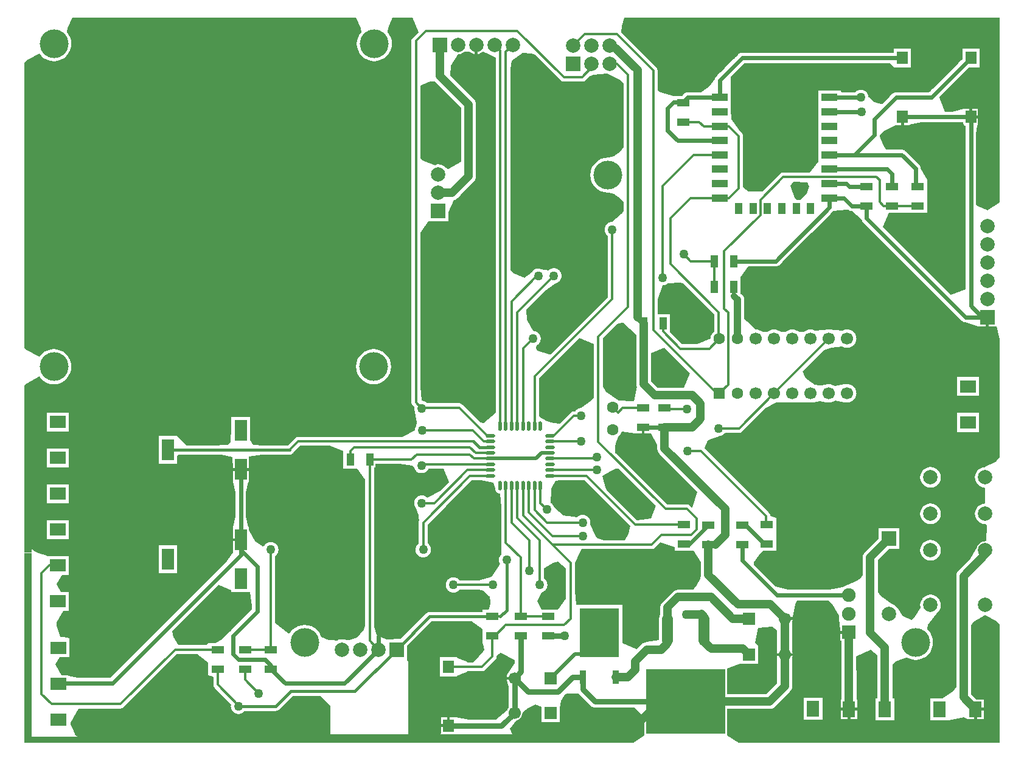
<source format=gtl>
%FSLAX25Y25*%
%MOIN*%
G70*
G01*
G75*
G04 Layer_Physical_Order=1*
G04 Layer_Color=255*
%ADD10R,0.03937X0.07087*%
%ADD11R,0.03740X0.07480*%
%ADD12R,0.21654X0.27165*%
%ADD13R,0.07087X0.03937*%
%ADD14R,0.07087X0.04331*%
%ADD15R,0.06693X0.04331*%
%ADD16R,0.03937X0.05906*%
%ADD17R,0.08858X0.03937*%
%ADD18O,0.02150X0.05315*%
%ADD19O,0.05315X0.02150*%
%ADD20R,0.43307X0.35433*%
%ADD21O,0.05906X0.17716*%
%ADD22O,0.05906X0.17716*%
%ADD23R,0.05906X0.07087*%
%ADD24R,0.04331X0.06693*%
%ADD25C,0.01378*%
%ADD26C,0.02362*%
%ADD27C,0.04724*%
%ADD28C,0.03150*%
%ADD29C,0.01969*%
%ADD30C,0.01575*%
%ADD31C,0.01841*%
%ADD32C,0.03937*%
%ADD33C,0.03347*%
%ADD34C,0.03307*%
%ADD35R,0.03937X0.04055*%
%ADD36R,0.03937X1.04331*%
%ADD37R,0.33858X0.03543*%
%ADD38R,0.57818X0.04725*%
%ADD39R,0.50394X0.04906*%
%ADD40C,0.15748*%
%ADD41R,0.07874X0.07874*%
%ADD42C,0.07874*%
%ADD43C,0.06693*%
%ADD44R,0.06693X0.06693*%
%ADD45R,0.07087X0.08661*%
%ADD46R,0.08661X0.07087*%
%ADD47R,0.07874X0.07874*%
%ADD48R,0.07480X0.07480*%
%ADD49C,0.07480*%
%ADD50C,0.06299*%
%ADD51R,0.06299X0.06299*%
%ADD52R,0.06693X0.11811*%
%ADD53C,0.05906*%
%ADD54C,0.05000*%
G36*
X339764Y169866D02*
X341714D01*
X343295D01*
X343323D01*
X346703Y163392D01*
Y161354D01*
X346842Y160295D01*
X347251Y159308D01*
X347901Y158461D01*
X368691Y137671D01*
X366099Y129128D01*
X365721Y129052D01*
X364709Y130064D01*
X363921Y130590D01*
X362992Y130775D01*
X352171D01*
X323750Y159197D01*
X323730Y162635D01*
X324370Y165400D01*
X325776Y168306D01*
X325895Y168397D01*
X325895Y168397D01*
X326283Y168903D01*
X326671Y169409D01*
Y169409D01*
X326915Y169998D01*
X327159Y170587D01*
X327159D01*
X334630Y169866D01*
X334748D01*
X338189D01*
Y173031D01*
X339764D01*
Y169866D01*
D02*
G37*
G36*
X100670Y44212D02*
Y42191D01*
Y37138D01*
X100670Y36890D01*
X102280Y36783D01*
X103477Y36015D01*
Y33560D01*
Y31890D01*
X103572Y31414D01*
X103662Y30960D01*
D01*
X103662Y30960D01*
X103907Y30594D01*
X104189Y30172D01*
X105582Y28779D01*
X112701Y21660D01*
X112797Y21564D01*
X113200Y21161D01*
Y21161D01*
X113200Y21161D01*
Y21161D01*
Y21161D01*
Y21161D01*
X113171Y20864D01*
X113160Y20752D01*
X113157Y20729D01*
X113148Y20629D01*
Y20629D01*
X113142Y20570D01*
X113135Y20500D01*
X113129Y20438D01*
X113125Y20401D01*
X113124Y20388D01*
X113118Y20329D01*
Y20329D01*
X113118Y20324D01*
X113118Y20322D01*
X113117Y20321D01*
X113117Y20321D01*
X113117Y20319D01*
Y20319D01*
X113103Y20179D01*
X113102Y20168D01*
X113100Y20138D01*
X113099Y20128D01*
X113094Y20079D01*
X113094Y20079D01*
X113126Y19831D01*
X113127Y19824D01*
X113133Y19779D01*
X113136Y19760D01*
X113143Y19706D01*
Y19706D01*
X113158Y19588D01*
X113159Y19585D01*
X113159Y19581D01*
X113162Y19559D01*
X113163Y19549D01*
X113167Y19522D01*
X113167Y19522D01*
X113188Y19362D01*
X113193Y19327D01*
X113193Y19322D01*
X113194Y19316D01*
X113199Y19279D01*
X113201Y19263D01*
X113208Y19213D01*
X113208D01*
X113211Y19190D01*
X113211Y19186D01*
X113211Y19186D01*
X113211Y19185D01*
X113212Y19179D01*
X113212Y19177D01*
X113213Y19170D01*
Y19170D01*
X113214Y19167D01*
X113214Y19167D01*
Y19166D01*
X113214Y19166D01*
X113214Y19166D01*
X113214Y19165D01*
X113214Y19164D01*
D01*
X113219Y19125D01*
X113220Y19120D01*
X113220Y19119D01*
X113220Y19118D01*
X113221Y19109D01*
X113222Y19105D01*
X113223Y19093D01*
X113223Y19093D01*
X113232Y19029D01*
X113232Y19025D01*
X113233Y19024D01*
X113233Y19022D01*
X113235Y19008D01*
X113235Y19002D01*
X113238Y18984D01*
X113238Y18984D01*
X113248Y18959D01*
X113249Y18958D01*
X113251Y18952D01*
X113253Y18947D01*
D01*
X113253Y18947D01*
X113267Y18914D01*
X113275Y18894D01*
X113276Y18893D01*
X113281Y18880D01*
X113285Y18870D01*
X113285Y18870D01*
X113331Y18758D01*
X113352Y18708D01*
X113353Y18706D01*
X113369Y18668D01*
X113382Y18635D01*
X113382Y18635D01*
X113432Y18516D01*
X113433Y18512D01*
X113433Y18512D01*
X113434Y18511D01*
X113446Y18481D01*
X113457Y18455D01*
D01*
X113457Y18455D01*
X113545Y18243D01*
X113547Y18238D01*
X113547Y18237D01*
X113548Y18235D01*
X113571Y18181D01*
X113591Y18131D01*
D01*
X113595Y18121D01*
X113595Y18121D01*
X113595Y18121D01*
X113595Y18121D01*
X113596Y18119D01*
X113597Y18116D01*
D01*
X113638Y18018D01*
X113639Y18016D01*
X113639Y18015D01*
X113639Y18014D01*
X113650Y17988D01*
X113660Y17964D01*
X113660D01*
Y17964D01*
X113660Y17964D01*
X113660D01*
X113690Y17926D01*
X113690Y17925D01*
X113693Y17921D01*
X113701Y17911D01*
X113701Y17911D01*
X113853Y17713D01*
X113856Y17709D01*
X113873Y17688D01*
X113917Y17630D01*
Y17630D01*
X113917D01*
X114117Y17369D01*
X114120Y17365D01*
X114143Y17335D01*
X114206Y17253D01*
X114206D01*
X114292Y17140D01*
X114294Y17139D01*
X114304Y17126D01*
X114332Y17088D01*
X114332Y17088D01*
X115208Y16416D01*
X115208Y16416D01*
Y16416D01*
X115208D01*
X116228Y15994D01*
X117323Y15850D01*
X117323Y15850D01*
X117352Y15854D01*
X117369Y15856D01*
X117476Y15870D01*
X117476Y15870D01*
Y15870D01*
X117568Y15882D01*
X117620Y15889D01*
X117620D01*
X117964Y15934D01*
X117964Y15934D01*
X117964Y15934D01*
X117973Y15935D01*
X117978Y15936D01*
X117978Y15936D01*
X118015Y15941D01*
X118015D01*
X118046Y15945D01*
X118064Y15947D01*
X118065Y15947D01*
X118193Y15964D01*
X118193D01*
X118193Y15964D01*
X118231Y15969D01*
X118254Y15972D01*
X118254Y15972D01*
X118417Y15994D01*
X118417Y15994D01*
X118417Y15994D01*
X118417D01*
X118444Y16005D01*
X118465Y16014D01*
X118466Y16014D01*
X118470Y16015D01*
X118563Y16054D01*
D01*
X118625Y16080D01*
X118675Y16101D01*
X118677Y16101D01*
X118693Y16108D01*
X118912Y16199D01*
X118912Y16199D01*
X118938Y16209D01*
X118960Y16218D01*
X118961Y16219D01*
X118969Y16222D01*
X119066Y16263D01*
Y16263D01*
X119070Y16264D01*
X119073Y16265D01*
X119073Y16265D01*
X119074Y16266D01*
X119088Y16272D01*
X119089Y16272D01*
X119145Y16295D01*
X119194Y16316D01*
X119196Y16316D01*
X119437Y16416D01*
X119437Y16416D01*
X119437Y16416D01*
X119437D01*
Y16416D01*
X119470Y16441D01*
X119489Y16456D01*
X119492Y16458D01*
X119498Y16462D01*
X119587Y16531D01*
D01*
X119587Y16531D01*
X119587Y16531D01*
X119587D01*
X119587Y16531D01*
X119587Y16531D01*
X119587D01*
X119588Y16531D01*
X119588Y16532D01*
X119588Y16532D01*
X119588Y16532D01*
X119588Y16532D01*
X119588D01*
X119595Y16537D01*
X119599Y16540D01*
X119600Y16541D01*
X119603Y16543D01*
X119620Y16557D01*
X119620D01*
X119673Y16597D01*
X119705Y16622D01*
X119710Y16625D01*
X119740Y16649D01*
X119872Y16749D01*
X119872D01*
X119894Y16767D01*
X119919Y16786D01*
X119922Y16788D01*
X120016Y16860D01*
X120016D01*
X120060Y16894D01*
X120111Y16933D01*
X120128Y16946D01*
X120190Y16994D01*
X120313Y17088D01*
D01*
X120313D01*
X120313Y17088D01*
X120334Y17111D01*
X120346Y17124D01*
X120351Y17130D01*
X120371Y17152D01*
X120403Y17187D01*
X120403D01*
X120417Y17203D01*
X120425Y17211D01*
X120428Y17215D01*
X120461Y17252D01*
X120464Y17255D01*
X120464D01*
X120465Y17256D01*
X120465Y17257D01*
X120466Y17257D01*
X120468Y17259D01*
X120468D01*
X120527Y17325D01*
X120561Y17362D01*
X120599Y17405D01*
X120730Y17550D01*
X120809D01*
X121596D01*
X135748D01*
X137795D01*
X138314Y17653D01*
X138763Y17742D01*
D01*
X138763Y17742D01*
X139144Y17997D01*
X139584Y18291D01*
X140906Y19613D01*
X147110Y25817D01*
X150152Y25818D01*
X162149D01*
X167717Y20250D01*
Y3937D01*
X161473Y-0D01*
X35584D01*
X35584D01*
X35016Y72D01*
X31644Y1672D01*
X27710Y4331D01*
Y4331D01*
X27579Y4991D01*
X26499Y7366D01*
X25451Y10062D01*
X25209Y10899D01*
X29606Y18559D01*
X32077Y18815D01*
X50351D01*
X52581D01*
X53078Y18914D01*
X53510Y19000D01*
D01*
X53510Y19000D01*
X53877Y19245D01*
X54298Y19527D01*
X55792Y21021D01*
X82743Y47972D01*
X83524Y48753D01*
X84631D01*
X94676D01*
X100670Y44212D01*
D02*
G37*
G36*
X251063Y62323D02*
Y55248D01*
Y55000D01*
X251278Y53933D01*
Y53933D01*
Y53933D01*
X251278D01*
X251841Y51142D01*
X251268Y49918D01*
X251019Y49651D01*
X250786Y49402D01*
X250784Y49401D01*
X250050Y48616D01*
X248976Y47469D01*
X248207Y46647D01*
X248188Y46627D01*
X247763Y46173D01*
X247381Y45765D01*
X246991Y45348D01*
X246983Y45340D01*
X245896Y44178D01*
X245880Y44161D01*
X245865D01*
X245859D01*
X245853D01*
X245721D01*
X245321D01*
X244058D01*
X243135D01*
X243115Y44169D01*
X241905Y44675D01*
X239433Y45710D01*
X236944Y46751D01*
X236934Y46892D01*
X236929Y46968D01*
D01*
X236929D01*
X236741D01*
X236424D01*
X236424D01*
X228550Y46968D01*
X227638D01*
Y36496D01*
X236424D01*
X236424Y36496D01*
Y36496D01*
X236424Y36496D01*
X236438D01*
X236929Y36496D01*
Y36496D01*
X236935Y36592D01*
X236944Y36713D01*
X239433Y37755D01*
X242090Y38866D01*
X243066Y39275D01*
X243135Y39304D01*
X245222D01*
X245580D01*
X247558D01*
X247560D01*
X247569D01*
X247586D01*
X247657D01*
X247930D01*
X248642Y39304D01*
X248941Y39304D01*
X249895D01*
X250028D01*
X250693Y39304D01*
X250727Y39311D01*
X250957Y39356D01*
X250985Y39362D01*
X251190Y39403D01*
X251214Y39407D01*
X251398Y39444D01*
X251422Y39449D01*
X251622Y39489D01*
X251622D01*
Y39489D01*
X251622D01*
X251622D01*
X251813Y39616D01*
X251989Y39733D01*
X252190Y39868D01*
X252410Y40015D01*
X252410Y40015D01*
X253086Y40691D01*
X253969Y41574D01*
X253987Y41592D01*
X254719Y42324D01*
X255741Y43346D01*
X256440Y44045D01*
X256441Y44046D01*
X256663Y44267D01*
X257068Y44673D01*
X257068Y44673D01*
X257184Y44789D01*
X258016Y45621D01*
X258016D01*
X258016Y45621D01*
Y45621D01*
X258017Y45621D01*
X258017Y45621D01*
X258118Y45773D01*
X258298Y46043D01*
X258370Y46150D01*
X258543Y46409D01*
Y46409D01*
Y46409D01*
X258543D01*
Y46409D01*
X258571Y46550D01*
X258629Y46841D01*
X258654Y46969D01*
X258728Y47339D01*
X258728Y47339D01*
X258728Y47339D01*
Y47339D01*
X258809Y48078D01*
X260877Y49510D01*
X268751Y45384D01*
Y43824D01*
X264707Y37625D01*
D01*
Y37625D01*
X264703Y37614D01*
X264269Y36568D01*
Y36568D01*
X264224Y36220D01*
X268504D01*
Y34646D01*
X264224D01*
X264228Y34609D01*
X264269Y34299D01*
X264269Y34299D01*
X265154Y30786D01*
X265208Y29959D01*
Y20182D01*
Y19380D01*
X264885Y18960D01*
X264707Y18728D01*
X264707D01*
X264488Y18199D01*
X264269Y17670D01*
X258435Y12745D01*
X243510D01*
X236236Y13978D01*
X236236Y13987D01*
X236236Y13992D01*
Y13992D01*
X236152Y13992D01*
X236152D01*
X233071Y13992D01*
Y9449D01*
X232283D01*
Y8662D01*
X228331D01*
Y4906D01*
X222489Y-0D01*
X216479D01*
X210236Y3937D01*
Y44882D01*
X209567Y45551D01*
Y53235D01*
X223095Y66762D01*
X245028D01*
X251063Y62323D01*
D02*
G37*
G36*
X335280Y223623D02*
Y196619D01*
X335419Y195560D01*
X335488Y195394D01*
X333937Y187520D01*
X333648Y187479D01*
X333213Y187468D01*
X325486Y187823D01*
X325396Y187892D01*
X324883Y188285D01*
X324883Y188285D01*
X324724Y188351D01*
X319369Y192066D01*
X318287Y193167D01*
X316822Y195396D01*
Y221813D01*
X324601Y229593D01*
X327283Y230230D01*
X327874Y230266D01*
X335280Y223623D01*
D02*
G37*
G36*
X311964Y218859D02*
Y189345D01*
X310701Y187672D01*
X305118Y183648D01*
X304545Y183572D01*
X304448Y183560D01*
X304052Y183508D01*
X304024Y183504D01*
X304024D01*
X303512Y183292D01*
X303425Y183256D01*
X303004Y183081D01*
X303004D01*
X302566Y182745D01*
X302455Y182660D01*
X302128Y182409D01*
Y182409D01*
X301970Y182203D01*
X301904Y182118D01*
X301840Y182035D01*
X301696Y181848D01*
X301462D01*
X301454D01*
X301008D01*
X301008D01*
X300823Y181811D01*
X300711Y181788D01*
X300079Y181663D01*
X300079Y181663D01*
X299843Y181505D01*
X299291Y181136D01*
X298540Y180385D01*
X298322Y180167D01*
X293343Y175188D01*
X290081Y175277D01*
X286219Y176454D01*
X284651Y177375D01*
X284651Y177375D01*
X284651D01*
X284073Y177819D01*
X284073D01*
X283692Y177977D01*
X283400Y178098D01*
X281956Y179012D01*
Y198884D01*
Y199986D01*
X282733Y200763D01*
X304090Y222120D01*
X311964Y218859D01*
D02*
G37*
G36*
X346090Y129988D02*
X343177Y122956D01*
X335554Y122212D01*
X318908Y138857D01*
X318319Y140161D01*
X316615Y146499D01*
X321170Y149132D01*
X323965Y150303D01*
X325589Y150488D01*
X346090Y129988D01*
D02*
G37*
G36*
X296784Y95761D02*
Y78947D01*
X292244Y72953D01*
X283449D01*
X281025Y77817D01*
X283378Y82529D01*
X283378D01*
D01*
X283378Y82529D01*
X283378Y82529D01*
X283588Y82616D01*
X283601Y82622D01*
X283607Y82624D01*
X283642Y82638D01*
X283692Y82659D01*
Y82659D01*
X283724Y82673D01*
X283728Y82674D01*
X283734Y82677D01*
X283737Y82678D01*
X283738Y82678D01*
X283746Y82681D01*
X283756Y82686D01*
Y82686D01*
X283829Y82716D01*
X283830Y82717D01*
X283843Y82722D01*
X283849Y82724D01*
X283852Y82725D01*
X283866Y82731D01*
X283888Y82740D01*
X283888D01*
Y82740D01*
X283955Y82768D01*
X283962Y82771D01*
X283968Y82773D01*
X283970Y82774D01*
X283983Y82780D01*
X284001Y82787D01*
Y82787D01*
X284003Y82788D01*
X284003Y82788D01*
X284003Y82788D01*
X284003Y82788D01*
X284004Y82788D01*
X284004Y82788D01*
D01*
X284016Y82794D01*
X284018Y82794D01*
X284019Y82795D01*
X284019Y82795D01*
X284021Y82796D01*
X284025Y82797D01*
Y82797D01*
X284029Y82799D01*
X284030Y82799D01*
X284030Y82799D01*
X284030Y82799D01*
X284031Y82800D01*
X284032Y82800D01*
Y82800D01*
X284060Y82812D01*
X284063Y82813D01*
X284066Y82814D01*
X284066Y82814D01*
X284072Y82817D01*
X284080Y82820D01*
Y82820D01*
X284188Y82864D01*
X284200Y82869D01*
X284208Y82873D01*
X284211Y82874D01*
X284233Y82883D01*
X284265Y82897D01*
Y82897D01*
X284267Y82897D01*
X284267Y82897D01*
X284267Y82898D01*
X284267Y82898D01*
X284268Y82898D01*
X284268Y82898D01*
D01*
X284289Y82907D01*
X284292Y82908D01*
X284293Y82908D01*
X284294Y82908D01*
X284298Y82910D01*
X284305Y82913D01*
D01*
X284311Y82915D01*
X284311Y82916D01*
X284312Y82916D01*
X284312Y82916D01*
X284313Y82916D01*
X284315Y82917D01*
Y82917D01*
X284363Y82937D01*
X284368Y82939D01*
X284372Y82941D01*
X284373Y82941D01*
X284383Y82946D01*
X284398Y82952D01*
D01*
X284398D01*
X284398Y82952D01*
Y82952D01*
X284515Y83042D01*
X284526Y83050D01*
X284548Y83067D01*
X284580Y83091D01*
D01*
X284638Y83136D01*
X284644Y83140D01*
X284655Y83149D01*
X284671Y83161D01*
X284671Y83161D01*
Y83161D01*
X284744Y83217D01*
X284751Y83223D01*
X284765Y83233D01*
X284786Y83249D01*
Y83249D01*
X284823Y83278D01*
X284827Y83281D01*
X284835Y83287D01*
X284845Y83295D01*
Y83295D01*
Y83295D01*
X285013Y83423D01*
X285028Y83435D01*
X285062Y83461D01*
X285113Y83500D01*
Y83500D01*
X285212Y83577D01*
X285222Y83584D01*
X285242Y83600D01*
X285274Y83624D01*
Y83624D01*
X285408Y83799D01*
X285451Y83855D01*
X285484Y83897D01*
Y83897D01*
X285574Y84014D01*
X285603Y84053D01*
X285626Y84082D01*
Y84082D01*
X285792Y84299D01*
X285850Y84374D01*
X285896Y84434D01*
Y84434D01*
X285929Y84478D01*
X285937Y84488D01*
X285946Y84500D01*
X285946D01*
D01*
X285946D01*
Y84500D01*
X285946D01*
X285946Y84500D01*
X285946Y84500D01*
X286167Y85034D01*
X286337Y85443D01*
X286368Y85520D01*
X286368Y85520D01*
X286368D01*
Y85520D01*
X286368D01*
X286368Y85520D01*
X286444Y86093D01*
X286444Y86093D01*
X286444D01*
Y86093D01*
X286444Y86093D01*
X286502Y86532D01*
X286502Y86532D01*
Y86532D01*
X286502D01*
X286502Y86532D01*
X286513Y86614D01*
X286513Y86614D01*
Y86614D01*
X286504Y86682D01*
X286502Y86693D01*
X286476Y86894D01*
Y86894D01*
Y86894D01*
X286467Y86962D01*
X286465Y86973D01*
X286437Y87187D01*
X286437Y87187D01*
X286437Y87187D01*
X286437Y87192D01*
X286436Y87193D01*
X286434Y87209D01*
Y87209D01*
X286434Y87215D01*
X286433Y87216D01*
X286431Y87234D01*
Y87234D01*
X286429Y87247D01*
X286429Y87249D01*
X286423Y87291D01*
X286423D01*
X286422Y87305D01*
X286421Y87308D01*
X286415Y87356D01*
X286415Y87356D01*
D01*
X286405Y87434D01*
X286403Y87446D01*
X286368Y87709D01*
X286368Y87709D01*
X286368Y87709D01*
Y87709D01*
X286364Y87720D01*
X286362Y87726D01*
X286360Y87729D01*
X286359Y87732D01*
X286339Y87779D01*
Y87779D01*
X286338Y87781D01*
X286338Y87782D01*
X286338Y87783D01*
X286338Y87783D01*
X286337Y87783D01*
X286334Y87792D01*
Y87792D01*
X286333Y87793D01*
X286333Y87794D01*
X286333Y87795D01*
X286333Y87795D01*
X286333Y87795D01*
X286330Y87802D01*
Y87802D01*
X286328Y87806D01*
X286328Y87808D01*
X286327Y87809D01*
X286327Y87809D01*
X286327Y87810D01*
X286320Y87825D01*
Y87825D01*
X286320Y87826D01*
X286320Y87827D01*
X286320Y87827D01*
X286319Y87827D01*
X286319Y87827D01*
X286317Y87832D01*
Y87832D01*
X286304Y87863D01*
X286299Y87878D01*
X286295Y87886D01*
X286292Y87894D01*
X286291Y87896D01*
X286237Y88027D01*
X286237Y88027D01*
X286234Y88033D01*
X286233Y88036D01*
X286232Y88038D01*
X286231Y88039D01*
X286231Y88041D01*
X286220Y88067D01*
Y88067D01*
X286220Y88068D01*
X286219Y88069D01*
X286219Y88069D01*
X286219Y88070D01*
X286219Y88070D01*
X286217Y88075D01*
Y88075D01*
X286216Y88076D01*
X286216Y88076D01*
X286216Y88077D01*
X286216Y88077D01*
X286216Y88077D01*
X286214Y88082D01*
Y88082D01*
X286213Y88084D01*
X286213Y88085D01*
X286212Y88085D01*
X286212Y88086D01*
X286212Y88086D01*
X286209Y88095D01*
Y88095D01*
X286208Y88097D01*
X286207Y88098D01*
X286207Y88099D01*
X286207Y88099D01*
X286207Y88100D01*
X286203Y88109D01*
Y88109D01*
X286196Y88125D01*
X286192Y88134D01*
X286191Y88138D01*
X286189Y88143D01*
X286186Y88149D01*
X286157Y88219D01*
X286157Y88219D01*
X286151Y88234D01*
X286148Y88242D01*
X286146Y88247D01*
X286144Y88251D01*
X286140Y88259D01*
X286114Y88324D01*
Y88324D01*
X286112Y88328D01*
X286111Y88330D01*
X286111Y88331D01*
X286110Y88332D01*
X286109Y88335D01*
X286102Y88351D01*
Y88351D01*
X286100Y88357D01*
X286099Y88360D01*
X286098Y88362D01*
X286097Y88364D01*
X286095Y88369D01*
X286085Y88394D01*
X286085Y88394D01*
X286082Y88402D01*
X286080Y88406D01*
X286079Y88408D01*
X286078Y88410D01*
X286075Y88417D01*
X286062Y88449D01*
Y88449D01*
X286046Y88487D01*
X286037Y88508D01*
X286033Y88520D01*
X286028Y88532D01*
X286013Y88568D01*
X285946Y88729D01*
Y88729D01*
D01*
Y88729D01*
X285946Y88729D01*
X285932Y88747D01*
X285930Y88750D01*
X285923Y88759D01*
X285920Y88763D01*
X285919Y88763D01*
X285876Y88820D01*
Y88820D01*
X285868Y88830D01*
X285867Y88832D01*
X285863Y88837D01*
X285861Y88839D01*
X285859Y88842D01*
X285836Y88872D01*
Y88872D01*
X285836Y88873D01*
X285836Y88873D01*
X285835Y88873D01*
X285835Y88873D01*
X285835Y88873D01*
X285834Y88875D01*
D01*
X285827Y88883D01*
X285826Y88885D01*
X285823Y88889D01*
X285822Y88891D01*
X285819Y88894D01*
X285801Y88917D01*
Y88917D01*
X285765Y88965D01*
X285758Y88973D01*
X285739Y88998D01*
X285732Y89008D01*
X285714Y89031D01*
X285610Y89167D01*
X285610Y89167D01*
Y89167D01*
X285607Y89170D01*
X285607Y89171D01*
X285605Y89173D01*
X285605Y89173D01*
X285602Y89178D01*
X285596Y89185D01*
Y89185D01*
X285595Y89186D01*
X285595Y89186D01*
X285595Y89186D01*
X285595Y89187D01*
X285594Y89187D01*
X285593Y89188D01*
Y89188D01*
X285593Y89189D01*
X285593Y89189D01*
X285593Y89189D01*
X285593Y89189D01*
X285592Y89190D01*
X285591Y89191D01*
Y89191D01*
X285591Y89192D01*
X285591Y89192D01*
X285590Y89192D01*
X285590Y89193D01*
X285589Y89194D01*
X285588Y89196D01*
D01*
X285583Y89202D01*
X285582Y89203D01*
X285579Y89207D01*
X285578Y89208D01*
X285570Y89218D01*
X285560Y89232D01*
Y89232D01*
X285557Y89236D01*
X285556Y89237D01*
X285554Y89239D01*
X285553Y89240D01*
X285547Y89249D01*
X285541Y89256D01*
Y89256D01*
Y89256D01*
X285532Y89269D01*
X285530Y89271D01*
X285524Y89279D01*
X285522Y89282D01*
X285486Y89328D01*
Y89328D01*
X285485Y89330D01*
X285484Y89331D01*
X285483Y89332D01*
X285483Y89332D01*
X285477Y89340D01*
Y89340D01*
X285476Y89341D01*
X285475Y89342D01*
X285475Y89343D01*
X285474Y89343D01*
X285470Y89350D01*
Y89350D01*
X285436Y89394D01*
X285429Y89403D01*
X285409Y89428D01*
X285274Y89605D01*
X285274Y89605D01*
D01*
X285265Y89612D01*
X285264Y89612D01*
X285263Y89613D01*
X285258Y89617D01*
X285256Y89618D01*
X285227Y89641D01*
Y89641D01*
X285226Y89641D01*
X285226Y89641D01*
X285226Y89641D01*
X285226Y89642D01*
X285225Y89642D01*
X285223Y89644D01*
Y89644D01*
X285218Y89648D01*
X285218Y89648D01*
X285217Y89648D01*
X285214Y89650D01*
X285213Y89651D01*
X285197Y89664D01*
Y89664D01*
X285172Y89683D01*
X285170Y89684D01*
X285169Y89685D01*
X285153Y89697D01*
X285147Y89702D01*
X285147Y89702D01*
X285068Y89763D01*
X285068Y89763D01*
X285065Y89765D01*
X285064Y89766D01*
X285064Y89766D01*
X285062Y89767D01*
X285061Y89768D01*
X285060Y89768D01*
X285060Y89769D01*
X285049Y89777D01*
X285049Y89777D01*
X285049Y89777D01*
X285049Y89777D01*
X285049Y89777D01*
X285049Y89777D01*
X285049Y89777D01*
X285049Y89778D01*
X285048Y89778D01*
X285048Y89778D01*
X285048Y89778D01*
X285045Y89780D01*
X285045Y89780D01*
X285045Y89780D01*
X285043Y89782D01*
X285043Y89782D01*
X285042Y89782D01*
X285041Y89783D01*
X285035Y89788D01*
X285035Y89788D01*
X285034Y89788D01*
X285034Y89788D01*
D01*
X285034Y89788D01*
X285034Y89788D01*
X285034Y89788D01*
X285034Y89788D01*
X285034Y89789D01*
Y89789D01*
X285025Y89796D01*
X285024Y89797D01*
X285023Y89797D01*
X285017Y89802D01*
X285014Y89804D01*
X285013Y89805D01*
X285009Y89808D01*
X284982Y89828D01*
X284982Y89828D01*
X284979Y89831D01*
X284979Y89831D01*
X284978Y89831D01*
X284978Y89831D01*
X284976Y89833D01*
X284975Y89834D01*
X284975Y89834D01*
X284972Y89836D01*
X284971Y89837D01*
X284964Y89843D01*
Y89843D01*
X284963Y89843D01*
X284963Y89843D01*
X284963Y89843D01*
X284963Y89843D01*
X284963Y89843D01*
X284963Y89843D01*
X284963Y89843D01*
X284962Y89844D01*
X284962Y89844D01*
Y89844D01*
X284960Y89846D01*
X284960Y89846D01*
X284959Y89846D01*
X284959Y89846D01*
X284958Y89847D01*
X284957Y89848D01*
X284957Y89848D01*
X284955Y89849D01*
X284952Y89852D01*
X284949Y89854D01*
X284949Y89854D01*
X284949Y89854D01*
X284949Y89854D01*
X284949Y89854D01*
X284948Y89855D01*
X284948Y89855D01*
X284948Y89855D01*
X284947Y89855D01*
X284946Y89856D01*
X284946Y89856D01*
X284937Y89863D01*
X284936Y89864D01*
X284936Y89864D01*
X284936Y89864D01*
X284930Y89868D01*
X284928Y89870D01*
X284926Y89872D01*
X284918Y89877D01*
X284897Y89894D01*
X284897Y89894D01*
X284890Y89899D01*
X284890Y89900D01*
X284889Y89900D01*
X284889Y89900D01*
X284884Y89903D01*
X284882Y89905D01*
X284881Y89906D01*
X284867Y89916D01*
X284858Y89924D01*
X284858Y89924D01*
X284857Y89924D01*
X284857Y89924D01*
X284857Y89925D01*
Y89925D01*
X284857Y89925D01*
X284856Y89925D01*
X284856Y89925D01*
X284854Y89927D01*
Y89927D01*
X284849Y89930D01*
X284849Y89931D01*
X284848Y89931D01*
X284848Y89931D01*
X284845Y89934D01*
X284844Y89935D01*
X284843Y89935D01*
X284826Y89948D01*
Y89948D01*
X284823Y89951D01*
X284823Y89951D01*
X284823Y89951D01*
X284822Y89951D01*
X284822Y89951D01*
X284821Y89952D01*
X284819Y89954D01*
X284818Y89954D01*
X284807Y89963D01*
X284807Y89963D01*
X284791Y89975D01*
X284789Y89977D01*
X284788Y89978D01*
X284786Y89979D01*
X284784Y89980D01*
X284782Y89982D01*
X284772Y89990D01*
X284765Y89995D01*
X284712Y90036D01*
X284712D01*
Y90259D01*
Y91009D01*
Y92264D01*
X284712Y95889D01*
X289529Y98617D01*
X292303Y99271D01*
X296784Y95761D01*
D02*
G37*
G36*
X212719Y152199D02*
X213122Y151599D01*
Y151599D01*
X213508Y151024D01*
Y151024D01*
X213508Y151024D01*
X213508Y151024D01*
X213508D01*
Y151024D01*
X213511Y151017D01*
X213513Y151011D01*
X213514Y151009D01*
X213515Y151008D01*
X213515Y151007D01*
X213516Y151004D01*
Y151004D01*
X213516Y151004D01*
X213520Y150994D01*
X213523Y150987D01*
X213524Y150985D01*
X213525Y150983D01*
X213525Y150982D01*
X213527Y150978D01*
X213527Y150978D01*
X213528Y150975D01*
X213529Y150972D01*
X213530Y150971D01*
X213530Y150971D01*
X213530Y150971D01*
X213531Y150969D01*
X213531Y150969D01*
Y150969D01*
X213534Y150962D01*
X213536Y150956D01*
X213537Y150954D01*
X213538Y150952D01*
X213538Y150952D01*
X213540Y150948D01*
Y150948D01*
X213540Y150948D01*
Y150948D01*
X213600Y150802D01*
X213611Y150777D01*
X213621Y150750D01*
X213629Y150732D01*
X213630Y150730D01*
X213653Y150674D01*
Y150674D01*
X213657Y150664D01*
X213657Y150663D01*
X213658Y150662D01*
X213658Y150662D01*
X213659Y150659D01*
Y150659D01*
X213692Y150580D01*
X213695Y150572D01*
X213698Y150564D01*
X213699Y150564D01*
X213709Y150538D01*
X213709Y150538D01*
X213710Y150536D01*
X213754Y150429D01*
X213787Y150352D01*
X213794Y150332D01*
X213803Y150313D01*
X213803Y150312D01*
X213829Y150248D01*
D01*
X213841Y150219D01*
X213845Y150211D01*
X213846Y150207D01*
X213848Y150204D01*
X213848Y150203D01*
X213853Y150190D01*
X213853D01*
X213857Y150180D01*
X213859Y150178D01*
X213859Y150177D01*
X213860Y150175D01*
X213860Y150175D01*
X213861Y150171D01*
X213861D01*
X213901Y150076D01*
X213905Y150065D01*
X213910Y150055D01*
X213930Y150004D01*
X213930Y150004D01*
X214014Y149896D01*
X214038Y149865D01*
X214048Y149851D01*
X214063Y149831D01*
X214099Y149785D01*
D01*
X214235Y149608D01*
X214237Y149605D01*
X214251Y149587D01*
X214270Y149561D01*
X214320Y149497D01*
X214320D01*
X214365Y149438D01*
X214366Y149437D01*
X214370Y149431D01*
X214377Y149423D01*
X214394Y149400D01*
X214394D01*
X214519Y149237D01*
X214521Y149235D01*
X214534Y149218D01*
X214552Y149194D01*
X214602Y149128D01*
X214602D01*
X214947Y148864D01*
X214950Y148862D01*
X215026Y148804D01*
X215129Y148724D01*
D01*
X215135Y148720D01*
X215135Y148720D01*
X215137Y148718D01*
X215139Y148717D01*
D01*
X215357Y148549D01*
X215357Y148549D01*
X215408Y148510D01*
X215478Y148456D01*
X215478Y148456D01*
X216112Y148194D01*
X216174Y148168D01*
X216304Y148115D01*
X216304Y148115D01*
X216452Y148053D01*
X216467Y148047D01*
X216498Y148034D01*
X216498D01*
X216498Y148034D01*
X217593Y147890D01*
X217593Y147890D01*
D01*
X217593Y147890D01*
X218687Y148034D01*
X218687Y148034D01*
X218688D01*
X218688Y148034D01*
X218736Y148054D01*
X218758Y148063D01*
X218829Y148093D01*
X218895Y148120D01*
X218896Y148120D01*
X218896Y148120D01*
X218936Y148137D01*
X218954Y148144D01*
X219016Y148170D01*
X219073Y148194D01*
X219074Y148194D01*
D01*
X219106Y148207D01*
X219121Y148214D01*
X219172Y148235D01*
X219221Y148255D01*
X219221Y148255D01*
X219221D01*
X219221Y148255D01*
X219221Y148255D01*
X219221Y148255D01*
X219221Y148255D01*
X219221Y148255D01*
X219253Y148268D01*
X219269Y148275D01*
X219321Y148296D01*
X219371Y148317D01*
X219372Y148317D01*
X219372Y148317D01*
X219401Y148329D01*
X219415Y148335D01*
X219463Y148355D01*
X219511Y148375D01*
X219511Y148375D01*
X219511D01*
X219536Y148385D01*
X219548Y148390D01*
X219589Y148407D01*
X219630Y148424D01*
X219631Y148425D01*
X219631D01*
X219631Y148425D01*
X219631Y148425D01*
X219631Y148425D01*
X219631Y148425D01*
X219631D01*
X219636Y148427D01*
X219639Y148428D01*
X219648Y148432D01*
X219658Y148436D01*
X219658Y148436D01*
X219658D01*
X219663Y148438D01*
X219666Y148439D01*
X219675Y148443D01*
X219684Y148447D01*
X219684Y148447D01*
X219684Y148447D01*
X219689Y148449D01*
X219691Y148450D01*
X219699Y148453D01*
X219707Y148456D01*
X219707Y148456D01*
X219707D01*
X219707Y148456D01*
X219707D01*
X219707D01*
X219766Y148501D01*
X219769Y148503D01*
X219895Y148600D01*
X219895D01*
X219977Y148663D01*
X219983Y148667D01*
X220166Y148808D01*
X220166D01*
X220208Y148841D01*
X220212Y148843D01*
X220215Y148846D01*
X220311Y148920D01*
D01*
X220370Y148965D01*
X220375Y148969D01*
X220382Y148974D01*
X220382Y148974D01*
X220518Y149078D01*
X220518D01*
X220525Y149084D01*
X220526Y149084D01*
X220527Y149085D01*
X220528Y149086D01*
X220544Y149099D01*
X220544D01*
X220546Y149100D01*
X220546Y149100D01*
X220546Y149100D01*
X220546Y149100D01*
X220549Y149102D01*
X220549D01*
X220558Y149109D01*
X220559Y149110D01*
X220561Y149111D01*
X220563Y149113D01*
X220583Y149128D01*
X220583Y149128D01*
X220597Y149147D01*
X220599Y149149D01*
X220608Y149161D01*
X220609Y149162D01*
X220648Y149212D01*
X220648D01*
X220657Y149225D01*
X220659Y149227D01*
X220665Y149235D01*
X220668Y149239D01*
X220694Y149272D01*
X220694D01*
X220706Y149288D01*
X220708Y149291D01*
X220716Y149301D01*
X220721Y149308D01*
X220753Y149349D01*
X220753Y149349D01*
X220791Y149399D01*
X220795Y149405D01*
X220820Y149437D01*
X220861Y149490D01*
X220935Y149587D01*
X220935Y149587D01*
X220944Y149599D01*
X220946Y149600D01*
X220952Y149609D01*
X220967Y149628D01*
X220981Y149646D01*
X220981D01*
X220987Y149655D01*
X220988Y149656D01*
X220993Y149662D01*
X221015Y149691D01*
X221015Y149691D01*
X221025Y149704D01*
X221026Y149705D01*
X221033Y149714D01*
X221065Y149756D01*
X221065D01*
X221092Y149791D01*
X221095Y149796D01*
X221116Y149823D01*
X221121Y149829D01*
X221122Y149830D01*
X221205Y149939D01*
X221205Y149939D01*
X221206Y149941D01*
X221207Y149941D01*
X221208Y149942D01*
X221208Y149943D01*
X221213Y149949D01*
X221213Y149949D01*
X221214Y149951D01*
X221214Y149951D01*
X221215Y149952D01*
X221215Y149952D01*
X221219Y149957D01*
X221219Y149957D01*
X221226Y149966D01*
X221227Y149967D01*
X221232Y149974D01*
X221234Y149976D01*
X221255Y150004D01*
X221255Y150004D01*
X221257Y150008D01*
X221258Y150011D01*
X221259Y150013D01*
X221260Y150015D01*
X221263Y150023D01*
X221263D01*
X221264Y150026D01*
X221265Y150028D01*
X221266Y150029D01*
X221266Y150031D01*
X221269Y150037D01*
X221269Y150037D01*
X221269Y150038D01*
X221270Y150039D01*
X221270Y150039D01*
X221270Y150040D01*
X221271Y150042D01*
X221271Y150042D01*
X221276Y150055D01*
X221281Y150066D01*
X221283Y150070D01*
X221287Y150080D01*
X221298Y150106D01*
X221298Y150106D01*
X221298Y150107D01*
X221298Y150107D01*
X221298Y150108D01*
X221298Y150108D01*
X221299Y150109D01*
D01*
X221299Y150110D01*
X221299Y150110D01*
X221299Y150110D01*
X221300Y150111D01*
X221300Y150112D01*
X221300Y150112D01*
X221300Y150112D01*
X221300Y150112D01*
X221300Y150112D01*
X221300Y150112D01*
X221300Y150113D01*
X221300D01*
X221301Y150115D01*
X221302Y150117D01*
X221302Y150117D01*
X221303Y150120D01*
X221305Y150124D01*
X221305Y150124D01*
X221308Y150131D01*
X221310Y150137D01*
X221311Y150139D01*
X221315Y150148D01*
X221320Y150160D01*
X221320D01*
X221322Y150166D01*
X221324Y150170D01*
X221325Y150172D01*
X221328Y150180D01*
X221331Y150187D01*
X221331Y150187D01*
X221332Y150190D01*
X221333Y150192D01*
X221334Y150193D01*
X221336Y150198D01*
X221337Y150202D01*
X221337Y150202D01*
X221347Y150226D01*
X221356Y150247D01*
X221359Y150255D01*
X221378Y150301D01*
X221389Y150327D01*
X229592D01*
X232605Y143053D01*
X227572Y138020D01*
X220707Y134486D01*
X220707Y134486D01*
X220707D01*
X220538Y134616D01*
X220527Y134625D01*
X220507Y134640D01*
X220504Y134642D01*
X220455Y134680D01*
X220455D01*
X220426Y134702D01*
X220425Y134703D01*
X220423Y134705D01*
X220419Y134707D01*
X220419Y134708D01*
X220418Y134708D01*
X220410Y134715D01*
X220410Y134715D01*
X220355Y134757D01*
X220353Y134758D01*
X220349Y134761D01*
X220343Y134766D01*
X220342Y134767D01*
X220325Y134780D01*
X220325D01*
D01*
X220320Y134784D01*
X220315Y134787D01*
X220315Y134787D01*
X220314Y134788D01*
X220313Y134789D01*
X220313Y134789D01*
X220312Y134789D01*
X220310Y134791D01*
X220310D01*
X220301Y134798D01*
X220296Y134802D01*
X220295Y134802D01*
X220294Y134803D01*
X220292Y134805D01*
X220292Y134805D01*
X220292Y134805D01*
X220288Y134808D01*
X220288D01*
X220287Y134809D01*
X220286Y134809D01*
X220286Y134809D01*
X220286Y134809D01*
X220286Y134810D01*
X220286Y134810D01*
X220286Y134810D01*
X220285Y134810D01*
X220285D01*
X220283Y134812D01*
X220282Y134813D01*
X220282Y134813D01*
X220282Y134813D01*
X220281Y134813D01*
X220281Y134813D01*
X220281Y134813D01*
X220280Y134814D01*
X220280D01*
X220275Y134818D01*
X220273Y134820D01*
X220273Y134820D01*
X220272Y134820D01*
X220271Y134821D01*
X220271Y134821D01*
X220269Y134822D01*
X220269Y134823D01*
X220269D01*
X220140Y134922D01*
X220110Y134944D01*
X220106Y134947D01*
X220095Y134956D01*
X220075Y134972D01*
X220073Y134973D01*
X220070Y134975D01*
X220020Y135014D01*
D01*
X220000Y135029D01*
X219997Y135031D01*
X219996Y135032D01*
X219995Y135033D01*
X219992Y135035D01*
X219991Y135036D01*
X219991Y135036D01*
X219984Y135041D01*
X219984D01*
X219974Y135049D01*
X219973Y135050D01*
X219973Y135050D01*
X219972Y135051D01*
X219970Y135052D01*
X219970Y135052D01*
X219970Y135052D01*
X219967Y135055D01*
X219967D01*
X219942Y135074D01*
X219939Y135076D01*
X219938Y135076D01*
X219936Y135078D01*
X219933Y135081D01*
X219932Y135081D01*
X219932Y135081D01*
X219923Y135088D01*
X219923D01*
X219868Y135130D01*
X219865Y135132D01*
X219864Y135133D01*
X219860Y135137D01*
X219852Y135142D01*
X219852Y135143D01*
X219851Y135144D01*
X219831Y135159D01*
X219831D01*
X219597Y135256D01*
X219593Y135257D01*
X219564Y135269D01*
X219562Y135270D01*
X219558Y135272D01*
X219492Y135299D01*
X219492D01*
X219378Y135346D01*
X219371Y135349D01*
X219369Y135350D01*
X219354Y135356D01*
X219352Y135357D01*
X219351Y135358D01*
X219315Y135372D01*
X219315D01*
D01*
X219164Y135435D01*
X219132Y135448D01*
X219121Y135453D01*
X219118Y135454D01*
X219093Y135464D01*
X219092Y135465D01*
X219089Y135466D01*
X219028Y135491D01*
X219028D01*
X219009Y135499D01*
X219006Y135500D01*
X219002Y135502D01*
X219000Y135503D01*
X219000Y135503D01*
X219000Y135503D01*
X218996Y135504D01*
X218996Y135504D01*
X218996Y135505D01*
X218987Y135508D01*
D01*
X218978Y135512D01*
X218977Y135512D01*
X218975Y135513D01*
X218974Y135513D01*
X218974Y135513D01*
X218974Y135513D01*
X218972Y135514D01*
X218972Y135514D01*
X218972Y135514D01*
X218968Y135516D01*
X218968D01*
X218879Y135553D01*
X218869Y135557D01*
X218864Y135559D01*
X218863Y135559D01*
X218862Y135560D01*
X218848Y135566D01*
X218848Y135566D01*
X218846Y135567D01*
X218811Y135581D01*
X218811D01*
X218811Y135581D01*
X218655Y135602D01*
X218649Y135602D01*
X218640Y135603D01*
X218625Y135606D01*
X218624Y135606D01*
X218610Y135608D01*
X218577Y135612D01*
X218577D01*
X218514Y135620D01*
X218512Y135620D01*
X218498Y135622D01*
X218495Y135623D01*
X218491Y135623D01*
X218483Y135624D01*
X218483Y135624D01*
X218476Y135625D01*
X218459Y135627D01*
X218459D01*
X218406Y135634D01*
X218405Y135635D01*
X218402Y135635D01*
X218400Y135635D01*
X218394Y135636D01*
X218394Y135636D01*
X218389Y135637D01*
X218377Y135638D01*
X218377D01*
X218363Y135640D01*
X218351Y135642D01*
X218350Y135642D01*
X218349Y135642D01*
X218348Y135642D01*
X218345Y135642D01*
X218345Y135643D01*
X218342Y135643D01*
X218336Y135644D01*
X218336D01*
X218332Y135644D01*
X218329Y135644D01*
X218329Y135645D01*
X218328Y135645D01*
X218328Y135645D01*
X218327Y135645D01*
X218327Y135645D01*
X218327Y135645D01*
X218325Y135645D01*
X218325D01*
X218317Y135646D01*
X218312Y135647D01*
X218312Y135647D01*
X218311Y135647D01*
X218311Y135647D01*
X218309Y135647D01*
X218309Y135647D01*
X218308Y135647D01*
X218305Y135648D01*
X218305Y135648D01*
X218305Y135648D01*
X218304Y135648D01*
X218304Y135648D01*
X218304D01*
X218304Y135648D01*
X218304Y135648D01*
X218304D01*
X218304Y135648D01*
X218303Y135648D01*
X218303D01*
X218298Y135649D01*
X218295Y135649D01*
X218294Y135649D01*
X218294Y135649D01*
X218294Y135649D01*
X218293Y135649D01*
X218293Y135649D01*
X218292Y135650D01*
X218290Y135650D01*
X218290D01*
X218123Y135672D01*
X218084Y135677D01*
X218078Y135678D01*
X218068Y135679D01*
X218058Y135680D01*
X218037Y135683D01*
X218035Y135683D01*
X218018Y135686D01*
X217963Y135693D01*
X217963Y135693D01*
X217938Y135696D01*
X217934Y135697D01*
X217933Y135697D01*
X217931Y135697D01*
X217930Y135697D01*
X217927Y135697D01*
X217927Y135697D01*
X217924Y135698D01*
X217916Y135699D01*
X217916Y135699D01*
X217905Y135700D01*
X217903Y135701D01*
X217903Y135701D01*
X217902Y135701D01*
X217901Y135701D01*
X217900Y135701D01*
X217900Y135701D01*
X217899Y135701D01*
X217895Y135702D01*
X217895D01*
X217835Y135710D01*
X217794Y135715D01*
X217784Y135716D01*
X217781Y135717D01*
X217776Y135717D01*
X217770Y135718D01*
X217758Y135720D01*
X217758Y135720D01*
X217748Y135721D01*
X217717Y135725D01*
X217717Y135725D01*
X217716Y135725D01*
X217683Y135721D01*
X217681Y135721D01*
X217678Y135720D01*
X217677Y135720D01*
X217672Y135719D01*
X217661Y135718D01*
X217661D01*
X217659Y135718D01*
X217659Y135718D01*
X217659Y135718D01*
X217659Y135718D01*
X217658Y135717D01*
X217657Y135717D01*
D01*
X217643Y135716D01*
X217643Y135715D01*
X217642Y135715D01*
X217641Y135715D01*
X217639Y135715D01*
X217635Y135714D01*
X217635Y135714D01*
X217635D01*
D01*
X217635Y135714D01*
X217444Y135689D01*
X217433Y135688D01*
X217429Y135687D01*
X217398Y135683D01*
X217340Y135676D01*
D01*
X217330Y135674D01*
X217329Y135674D01*
X217329Y135674D01*
X217327Y135674D01*
X217324Y135674D01*
D01*
X217238Y135662D01*
X217236Y135662D01*
X217235Y135662D01*
X217221Y135660D01*
X217195Y135656D01*
D01*
X217195Y135656D01*
X217023Y135634D01*
X216984Y135629D01*
X216981Y135628D01*
X216977Y135628D01*
X216942Y135623D01*
X216875Y135614D01*
X216850Y135611D01*
X216846Y135610D01*
X216839Y135610D01*
X216838Y135610D01*
X216838Y135609D01*
X216832Y135609D01*
X216820Y135607D01*
X216811Y135606D01*
X216810Y135606D01*
X216807Y135606D01*
X216807Y135605D01*
X216807Y135605D01*
X216805Y135605D01*
X216801Y135605D01*
X216742Y135597D01*
X216704Y135592D01*
X216684Y135589D01*
X216682Y135589D01*
X216681Y135589D01*
X216661Y135586D01*
X216622Y135581D01*
D01*
X216622Y135581D01*
Y135581D01*
X216622D01*
X216591Y135568D01*
X216591Y135568D01*
X216585Y135566D01*
X216583Y135565D01*
X216571Y135560D01*
Y135560D01*
X216569Y135559D01*
X216569Y135559D01*
X216568Y135559D01*
X216568Y135559D01*
X216567Y135558D01*
Y135558D01*
X216554Y135553D01*
X216554Y135553D01*
X216551Y135552D01*
X216550Y135551D01*
X216546Y135549D01*
Y135549D01*
X216546D01*
Y135549D01*
X216545Y135549D01*
X216386Y135483D01*
X216385Y135483D01*
X216357Y135471D01*
X216342Y135465D01*
X216280Y135440D01*
X216280Y135440D01*
X216266Y135433D01*
X216266Y135433D01*
X216263Y135432D01*
X216262Y135432D01*
X216256Y135429D01*
X216256D01*
X216256Y135429D01*
X216184Y135400D01*
X216184Y135400D01*
X216171Y135394D01*
X216164Y135392D01*
X216136Y135380D01*
Y135380D01*
X216136Y135380D01*
X216136D01*
D01*
X216136Y135380D01*
X215940Y135299D01*
X215939Y135298D01*
X215903Y135283D01*
X215884Y135275D01*
X215801Y135241D01*
D01*
X215781Y135233D01*
X215781Y135233D01*
X215778Y135231D01*
X215776Y135231D01*
X215767Y135227D01*
X215767D01*
X215767Y135227D01*
X215672Y135188D01*
X215672Y135188D01*
X215654Y135180D01*
X215645Y135176D01*
X215602Y135159D01*
Y135159D01*
X215602D01*
X215602Y135159D01*
Y135159D01*
X215602Y135158D01*
X215416Y135016D01*
X215415Y135015D01*
X215371Y134982D01*
X215311Y134935D01*
Y134935D01*
X215311Y134935D01*
X215232Y134875D01*
X215232Y134875D01*
X215213Y134860D01*
X215187Y134840D01*
D01*
X215187Y134840D01*
X215186Y134839D01*
X215186Y134839D01*
X215186Y134839D01*
Y134839D01*
X215185Y134839D01*
X215185Y134839D01*
X215185Y134838D01*
D01*
X215185Y134838D01*
X215185Y134838D01*
X215040Y134727D01*
X215039Y134727D01*
X215004Y134700D01*
X214953Y134660D01*
Y134660D01*
X214952Y134660D01*
X214814Y134554D01*
X214813Y134554D01*
X214778Y134527D01*
X214726Y134486D01*
Y134486D01*
X214693Y134443D01*
X214670Y134414D01*
X214635Y134368D01*
X214632Y134364D01*
X214555Y134263D01*
X214525Y134225D01*
X214474Y134157D01*
X214470Y134152D01*
X214397Y134058D01*
X214366Y134017D01*
X214344Y133988D01*
X214307Y133941D01*
X214305Y133938D01*
X214223Y133831D01*
X214204Y133806D01*
X214162Y133751D01*
X214139Y133721D01*
X214137Y133718D01*
X214054Y133611D01*
Y133611D01*
X214054D01*
X214040Y133576D01*
X214034Y133562D01*
X214032Y133558D01*
X214030Y133553D01*
X214017Y133521D01*
X213988Y133452D01*
X213985Y133443D01*
X213983Y133440D01*
X213983Y133439D01*
X213982Y133438D01*
X213979Y133429D01*
X213972Y133412D01*
X213944Y133345D01*
X213933Y133319D01*
X213930Y133311D01*
X213926Y133302D01*
X213900Y133239D01*
X213843Y133101D01*
X213843Y133101D01*
D01*
X213830Y133070D01*
X213825Y133058D01*
X213823Y133053D01*
X213822Y133049D01*
X213809Y133018D01*
X213781Y132951D01*
X213777Y132943D01*
X213776Y132940D01*
X213776Y132939D01*
X213775Y132938D01*
X213772Y132929D01*
X213765Y132912D01*
X213738Y132848D01*
X213728Y132823D01*
X213723Y132812D01*
X213720Y132805D01*
X213692Y132738D01*
X213632Y132591D01*
D01*
X213632Y132591D01*
D01*
X213627Y132552D01*
X213624Y132534D01*
X213624Y132532D01*
X213623Y132526D01*
X213622Y132516D01*
X213609Y132416D01*
X213608Y132413D01*
X213608Y132411D01*
X213608Y132411D01*
X213608Y132411D01*
X213608Y132409D01*
X213607Y132401D01*
X213605Y132387D01*
X213604Y132381D01*
X213604Y132380D01*
X213603Y132378D01*
X213602Y132370D01*
X213598Y132339D01*
X213590Y132276D01*
X213586Y132246D01*
X213586Y132242D01*
X213584Y132231D01*
X213577Y132173D01*
X213560Y132043D01*
X213555Y132006D01*
X213552Y131987D01*
X213552Y131984D01*
X213551Y131977D01*
X213535Y131859D01*
X213535D01*
X213526Y131787D01*
X213521Y131750D01*
X213520Y131745D01*
X213487Y131496D01*
X213487Y131496D01*
D01*
Y131496D01*
X213492Y131457D01*
X213495Y131441D01*
X213495Y131434D01*
X213496Y131427D01*
X213510Y131325D01*
X213511Y131320D01*
X213511Y131318D01*
X213511Y131317D01*
X213511Y131314D01*
X213513Y131302D01*
X213514Y131293D01*
X213515Y131290D01*
X213515Y131288D01*
X213515Y131284D01*
X213518Y131264D01*
X213527Y131195D01*
X213531Y131166D01*
X213533Y131153D01*
X213538Y131111D01*
X213560Y130949D01*
X213560Y130949D01*
X213560Y130943D01*
X213561Y130940D01*
X213561Y130939D01*
X213562Y130932D01*
X213563Y130921D01*
X213563Y130921D01*
X213569Y130878D01*
X213571Y130859D01*
X213572Y130850D01*
X213590Y130716D01*
X213590Y130716D01*
X213598Y130653D01*
X213602Y130623D01*
X213605Y130599D01*
X213632Y130402D01*
X213632Y130402D01*
X213632Y130402D01*
Y130402D01*
Y130402D01*
X213645Y130370D01*
X213653Y130349D01*
X213655Y130345D01*
X213663Y130326D01*
X213697Y130242D01*
D01*
X213699Y130239D01*
X213700Y130236D01*
X213700Y130236D01*
X213701Y130233D01*
X213702Y130231D01*
X213705Y130224D01*
D01*
X213712Y130206D01*
X213717Y130194D01*
X213718Y130192D01*
X213725Y130176D01*
X213732Y130160D01*
X213743Y130133D01*
X213743Y130133D01*
X213761Y130088D01*
X213775Y130056D01*
X213777Y130050D01*
X213797Y130003D01*
X213842Y129893D01*
X213842Y129893D01*
Y129893D01*
X213842Y129892D01*
X213843Y129892D01*
X213843Y129892D01*
X213843Y129892D01*
Y129892D01*
X213843Y129892D01*
Y129892D01*
X213854Y129864D01*
X213862Y129845D01*
X213864Y129841D01*
X213905Y129741D01*
Y129741D01*
X213909Y129731D01*
X213912Y129724D01*
X213913Y129722D01*
X213928Y129686D01*
Y129686D01*
X213941Y129656D01*
X213949Y129634D01*
X213953Y129626D01*
X213957Y129616D01*
X213999Y129514D01*
D01*
X214008Y129492D01*
X214015Y129475D01*
X214018Y129469D01*
X214036Y129426D01*
X214054Y129382D01*
X214054Y129382D01*
Y129382D01*
X214054D01*
X214078Y129350D01*
X214078Y129350D01*
X214086Y129339D01*
X214088Y129338D01*
X214093Y129330D01*
X214098Y129325D01*
X214161Y129242D01*
D01*
X214164Y129238D01*
X214164Y129238D01*
X214165Y129237D01*
X214165Y129237D01*
X214166Y129236D01*
X214167Y129234D01*
X214174Y129226D01*
X214174Y129226D01*
X214181Y129215D01*
X214182Y129215D01*
X214184Y129211D01*
X214185Y129211D01*
X214187Y129208D01*
X214191Y129202D01*
X214211Y129177D01*
Y129177D01*
X214250Y129126D01*
X214252Y129124D01*
X214265Y129107D01*
X214268Y129103D01*
X214277Y129091D01*
X214305Y129055D01*
X214397Y128934D01*
Y128934D01*
X214425Y128898D01*
X214435Y128886D01*
X214437Y128883D01*
X214443Y128874D01*
X214530Y128761D01*
Y128761D01*
X214552Y128732D01*
X214560Y128722D01*
X214562Y128719D01*
X214571Y128708D01*
X214574Y128704D01*
X214640Y128617D01*
Y128617D01*
X214657Y128595D01*
X214663Y128588D01*
X214665Y128586D01*
X214671Y128577D01*
X214697Y128544D01*
X214726Y128506D01*
X214726Y128506D01*
Y128506D01*
X214726Y128506D01*
X214726D01*
X214726Y128506D01*
X214726D01*
X215685Y125750D01*
Y125750D01*
X215686Y125749D01*
X215889Y125165D01*
X215895Y125147D01*
X215895Y125147D01*
X215928Y124846D01*
X216040Y123821D01*
X216108Y123198D01*
X216115Y123124D01*
X216116Y123123D01*
X216140Y122897D01*
X216141Y122891D01*
X216147Y122834D01*
X216151Y122799D01*
X216184Y122493D01*
X216185Y122489D01*
X216190Y122444D01*
X216199Y122354D01*
X216161Y121893D01*
X216135Y121577D01*
X216103Y121194D01*
X216075Y120868D01*
Y120868D01*
X216075Y120868D01*
Y120868D01*
Y120868D01*
X216075Y120868D01*
Y120868D01*
D01*
Y120868D01*
X216075Y120816D01*
Y120813D01*
Y120771D01*
Y120717D01*
Y120713D01*
Y120668D01*
Y120323D01*
Y119979D01*
Y119490D01*
Y118848D01*
Y118611D01*
Y118202D01*
Y118047D01*
Y117719D01*
Y117716D01*
Y117703D01*
Y117650D01*
Y117587D01*
Y117213D01*
Y116758D01*
Y116410D01*
Y112165D01*
Y111334D01*
Y111292D01*
Y111237D01*
Y111170D01*
Y111149D01*
Y111146D01*
Y110799D01*
Y110759D01*
Y110707D01*
Y110661D01*
Y110654D01*
Y110482D01*
Y110401D01*
Y110323D01*
Y110284D01*
Y110284D01*
Y110284D01*
X216075Y110284D01*
X216075Y109956D01*
Y109814D01*
Y109770D01*
Y109705D01*
Y109704D01*
Y109693D01*
X216075Y109665D01*
X216075Y109601D01*
Y109600D01*
Y109592D01*
X216075Y109561D01*
X216075Y109554D01*
Y109554D01*
Y109553D01*
X216075Y109550D01*
X216075Y109502D01*
Y109501D01*
Y109500D01*
Y109471D01*
Y109470D01*
Y109469D01*
X215858Y109224D01*
X215769Y109139D01*
X215747Y109118D01*
X215735Y109107D01*
X215513Y108896D01*
X215469Y108838D01*
X215462Y108829D01*
X215458Y108824D01*
X215450Y108813D01*
X215442Y108802D01*
X215425Y108780D01*
X215423Y108777D01*
X215414Y108767D01*
X215414Y108766D01*
X215408Y108758D01*
X215406Y108756D01*
X215405Y108755D01*
X215403Y108752D01*
X215377Y108719D01*
X215373Y108713D01*
X215372Y108712D01*
X215372Y108712D01*
X215370Y108710D01*
X215368Y108707D01*
X215368Y108706D01*
X215368Y108706D01*
X215367Y108705D01*
X215367Y108705D01*
X215367Y108704D01*
X215366Y108704D01*
X215364Y108701D01*
X215355Y108690D01*
X215354Y108688D01*
X215353Y108687D01*
X215350Y108683D01*
X215346Y108677D01*
X215344Y108675D01*
X215344Y108675D01*
X215343Y108674D01*
X215343Y108673D01*
X215342Y108673D01*
X215342Y108672D01*
X215337Y108666D01*
X215331Y108658D01*
X215330Y108656D01*
X215329Y108655D01*
X215327Y108652D01*
X215326Y108651D01*
X215323Y108648D01*
X215322Y108647D01*
X215322Y108647D01*
X215322Y108647D01*
X215321Y108646D01*
X215321Y108645D01*
X215321Y108645D01*
X215321Y108645D01*
X215321Y108644D01*
X215317Y108640D01*
X215303Y108621D01*
X215300Y108617D01*
X215298Y108615D01*
X215293Y108608D01*
X215291Y108606D01*
X215285Y108598D01*
X215283Y108595D01*
X215282Y108595D01*
X215280Y108592D01*
X215280Y108592D01*
X215280Y108591D01*
X215279Y108590D01*
X215278Y108589D01*
X215270Y108578D01*
X215262Y108568D01*
X215260Y108566D01*
X215259Y108565D01*
X215257Y108561D01*
X215253Y108557D01*
X215252Y108555D01*
X215251Y108554D01*
X215251Y108553D01*
X215250Y108552D01*
X215249Y108552D01*
X215249Y108551D01*
X215249Y108551D01*
X215248Y108551D01*
X215244Y108544D01*
X215224Y108519D01*
X215219Y108512D01*
X215217Y108510D01*
X215217Y108510D01*
X215210Y108500D01*
X215206Y108495D01*
X215201Y108489D01*
X215199Y108486D01*
X215196Y108482D01*
X215195Y108481D01*
X215192Y108477D01*
X215192Y108476D01*
X215191Y108476D01*
X215190Y108474D01*
X215189Y108473D01*
X215177Y108457D01*
X215163Y108440D01*
X215163Y108440D01*
X215160Y108435D01*
X215159Y108434D01*
X215154Y108427D01*
X215148Y108419D01*
X215146Y108417D01*
X215143Y108413D01*
X215142Y108413D01*
X215142Y108412D01*
X215141Y108411D01*
X215141Y108410D01*
X215140Y108409D01*
X215131Y108397D01*
X215126Y108391D01*
X215126Y108391D01*
X215125Y108389D01*
X215124Y108389D01*
X215123Y108387D01*
X215120Y108383D01*
X215120Y108383D01*
X215119Y108382D01*
X215119Y108382D01*
X215118Y108381D01*
X215118Y108380D01*
X215118Y108380D01*
X215118Y108380D01*
X215114Y108375D01*
X215108Y108368D01*
X215108Y108368D01*
X215107Y108366D01*
X215106Y108365D01*
X215104Y108362D01*
X215101Y108359D01*
X215101Y108358D01*
X215100Y108357D01*
X215099Y108356D01*
X215099Y108355D01*
X215098Y108355D01*
X215098Y108355D01*
X215098Y108354D01*
X215098Y108354D01*
X215094Y108349D01*
X215092Y108347D01*
X215092Y108347D01*
X215091Y108346D01*
X215091Y108346D01*
X215091Y108345D01*
X215090Y108344D01*
X215090Y108344D01*
X215089Y108343D01*
X215089Y108343D01*
X215089Y108343D01*
X215089Y108343D01*
X215089Y108343D01*
X215089Y108342D01*
X215089Y108342D01*
X215088Y108341D01*
X215087Y108340D01*
X215087Y108340D01*
X215087Y108340D01*
X215087Y108340D01*
X215087Y108340D01*
X215086Y108339D01*
X215086Y108339D01*
X215086Y108339D01*
X215086Y108339D01*
X215086Y108339D01*
X215086Y108339D01*
X215086Y108339D01*
X215086Y108339D01*
X215086Y108339D01*
X215086Y108338D01*
X215083Y108335D01*
X215083Y108335D01*
X215083Y108334D01*
X215082Y108334D01*
X215081Y108333D01*
X215080Y108331D01*
X215080Y108331D01*
X215079Y108330D01*
X215079Y108330D01*
X215079Y108329D01*
X215079Y108329D01*
X215079Y108329D01*
X215079Y108329D01*
X215078Y108329D01*
X215077Y108327D01*
X215070Y108318D01*
X215070Y108317D01*
X215068Y108315D01*
X215067Y108314D01*
X215064Y108310D01*
X215060Y108306D01*
X215060Y108305D01*
X215058Y108303D01*
X215058Y108303D01*
X215057Y108301D01*
X215057Y108301D01*
X215057Y108301D01*
X215056Y108300D01*
X215056Y108300D01*
X215051Y108293D01*
X215031Y108267D01*
X215030Y108266D01*
X215024Y108259D01*
X215015Y108246D01*
X215004Y108232D01*
X215002Y108229D01*
X214998Y108224D01*
X214994Y108219D01*
X214994Y108219D01*
X214993Y108218D01*
X214992Y108216D01*
X214976Y108195D01*
X214975Y108195D01*
X214975Y108194D01*
X214975Y108194D01*
X214975Y108194D01*
X214974Y108193D01*
X214974Y108193D01*
X214974Y108193D01*
X214974Y108193D01*
X214974Y108193D01*
X214974Y108193D01*
X214974Y108193D01*
X214973Y108192D01*
X214971Y108189D01*
X214971Y108189D01*
X214970Y108188D01*
X214969Y108187D01*
X214968Y108185D01*
X214968Y108185D01*
X214967Y108184D01*
X214967Y108184D01*
X214967Y108184D01*
X214967Y108184D01*
X214967Y108183D01*
X214965Y108181D01*
X214962Y108177D01*
X214961Y108177D01*
X214960Y108175D01*
X214959Y108173D01*
X214957Y108171D01*
X214956Y108170D01*
X214956Y108169D01*
X214955Y108168D01*
X214955Y108168D01*
X214955Y108168D01*
X214955Y108168D01*
X214952Y108164D01*
X214947Y108158D01*
X214947Y108157D01*
X214945Y108155D01*
X214943Y108152D01*
X214940Y108148D01*
X214939Y108147D01*
X214938Y108146D01*
X214938Y108146D01*
X214937Y108145D01*
X214937Y108145D01*
X214937Y108144D01*
X214936Y108144D01*
X214936Y108144D01*
X214932Y108138D01*
X214928Y108133D01*
X214928Y108132D01*
X214926Y108131D01*
X214924Y108127D01*
X214921Y108124D01*
X214921Y108124D01*
X214920Y108123D01*
X214920Y108122D01*
X214919Y108121D01*
X214919Y108121D01*
X214919Y108121D01*
X214919Y108121D01*
X214918Y108120D01*
X214915Y108116D01*
X214912Y108112D01*
X214912Y108112D01*
X214911Y108111D01*
X214910Y108109D01*
X214908Y108107D01*
X214908Y108107D01*
X214907Y108106D01*
X214907Y108106D01*
X214907Y108105D01*
X214907Y108105D01*
X214907Y108105D01*
X214906Y108105D01*
X214906Y108105D01*
X214904Y108102D01*
X214903Y108101D01*
X214903Y108101D01*
X214903Y108101D01*
X214903Y108100D01*
X214903Y108100D01*
X214903Y108100D01*
X214903Y108100D01*
X214902Y108100D01*
X214902Y108100D01*
X214902Y108100D01*
X214902Y108100D01*
X214902Y108099D01*
X214902Y108099D01*
X214902Y108099D01*
X214898Y108094D01*
X214898Y108094D01*
X214896Y108091D01*
X214895Y108089D01*
X214894Y108089D01*
X214892Y108086D01*
X214892Y108086D01*
X214891Y108085D01*
X214891Y108085D01*
X214890Y108084D01*
X214890Y108084D01*
X214890Y108084D01*
X214890Y108083D01*
X214890Y108083D01*
X214886Y108079D01*
X214876Y108065D01*
X214875Y108063D01*
X214869Y108057D01*
X214865Y108051D01*
X214862Y108047D01*
X214859Y108042D01*
X214857Y108041D01*
X214855Y108038D01*
X214855Y108037D01*
X214853Y108035D01*
X214852Y108035D01*
X214852Y108034D01*
X214851Y108033D01*
X214851Y108033D01*
X214841Y108020D01*
X214841Y108020D01*
D01*
X214810Y107943D01*
X214809Y107942D01*
X214799Y107917D01*
X214792Y107902D01*
X214779Y107871D01*
X214777Y107865D01*
X214771Y107850D01*
X214770Y107848D01*
X214766Y107839D01*
X214765Y107836D01*
X214748Y107794D01*
X214748Y107793D01*
X214747Y107793D01*
X214747Y107793D01*
X214747Y107793D01*
X214747Y107793D01*
X214747Y107793D01*
X214747Y107792D01*
X214747Y107792D01*
X214747Y107792D01*
X214747Y107792D01*
X214747Y107792D01*
X214742Y107780D01*
X214741Y107778D01*
X214739Y107773D01*
X214738Y107770D01*
X214735Y107764D01*
X214735Y107764D01*
X214734Y107761D01*
X214734Y107760D01*
X214733Y107759D01*
X214733Y107758D01*
X214730Y107750D01*
X214721Y107729D01*
X214721Y107729D01*
X214720Y107726D01*
X214716Y107717D01*
X214714Y107713D01*
X214713Y107709D01*
X214709Y107701D01*
X214709Y107700D01*
X214708Y107698D01*
X214706Y107693D01*
X214705Y107692D01*
X214705Y107691D01*
X214699Y107677D01*
X214680Y107631D01*
X214677Y107624D01*
X214675Y107618D01*
X214664Y107593D01*
X214662Y107587D01*
X214651Y107561D01*
X214650Y107558D01*
X214649Y107556D01*
X214647Y107550D01*
X214641Y107537D01*
X214640Y107535D01*
X214640Y107533D01*
X214625Y107497D01*
X214624Y107496D01*
X214604Y107446D01*
X214602Y107441D01*
X214589Y107411D01*
X214578Y107384D01*
X214577Y107382D01*
X214576Y107380D01*
X214574Y107374D01*
X214569Y107362D01*
X214568Y107360D01*
X214567Y107358D01*
X214552Y107322D01*
X214545Y107303D01*
X214544Y107301D01*
X214539Y107290D01*
X214535Y107280D01*
X214534Y107279D01*
X214534Y107279D01*
X214533Y107276D01*
X214531Y107272D01*
X214531Y107271D01*
X214531Y107270D01*
X214525Y107257D01*
X214520Y107245D01*
X214520Y107244D01*
X214517Y107236D01*
X214514Y107230D01*
X214514Y107229D01*
X214514Y107229D01*
X214513Y107227D01*
X214512Y107224D01*
X214511Y107224D01*
X214511Y107223D01*
X214508Y107214D01*
X214503Y107203D01*
X214503Y107202D01*
X214499Y107194D01*
X214497Y107188D01*
X214497Y107188D01*
X214496Y107187D01*
X214496Y107186D01*
X214495Y107183D01*
X214494Y107183D01*
X214494Y107182D01*
X214491Y107173D01*
X214490Y107173D01*
X214489Y107170D01*
X214488Y107168D01*
X214487Y107165D01*
X214486Y107162D01*
X214486Y107161D01*
X214486Y107161D01*
X214486Y107161D01*
X214485Y107159D01*
X214485Y107159D01*
X214485Y107159D01*
X214483Y107155D01*
X214479Y107146D01*
X214476Y107139D01*
X214464Y107108D01*
X214452Y107081D01*
X214451Y107076D01*
X214443Y107057D01*
X214442Y107055D01*
X214441Y107054D01*
X214439Y107048D01*
X214434Y107037D01*
X214434Y107036D01*
X214433Y107035D01*
X214419Y107000D01*
X214419Y107000D01*
D01*
Y107000D01*
X214419Y107000D01*
X214419Y106999D01*
X214419Y106998D01*
X214419Y106998D01*
X214419Y106998D01*
X214419Y106997D01*
X214419Y106997D01*
X214419Y106997D01*
X214418Y106997D01*
X214418Y106995D01*
X214412Y106949D01*
X214410Y106930D01*
X214408Y106916D01*
X214407Y106910D01*
X214406Y106900D01*
X214405Y106891D01*
X214404Y106890D01*
X214402Y106873D01*
X214399Y106849D01*
X214398Y106842D01*
X214398Y106840D01*
X214397Y106835D01*
X214397Y106832D01*
X214396Y106827D01*
X214396Y106823D01*
X214395Y106822D01*
X214394Y106814D01*
X214392Y106794D01*
X214391Y106789D01*
X214391Y106787D01*
X214390Y106783D01*
X214390Y106781D01*
X214390Y106780D01*
X214390Y106780D01*
X214389Y106776D01*
X214389Y106773D01*
X214389Y106773D01*
X214388Y106766D01*
X214382Y106718D01*
X214381Y106714D01*
X214380Y106705D01*
X214379Y106696D01*
X214378Y106690D01*
X214377Y106684D01*
X214377Y106682D01*
X214377Y106681D01*
X214376Y106672D01*
X214375Y106666D01*
X214375Y106665D01*
X214372Y106648D01*
X214370Y106626D01*
X214369Y106621D01*
X214369Y106619D01*
X214368Y106615D01*
X214368Y106614D01*
X214368Y106611D01*
X214367Y106607D01*
X214367Y106603D01*
X214367Y106603D01*
X214366Y106595D01*
X214366Y106595D01*
X214365Y106592D01*
X214365Y106590D01*
X214365Y106589D01*
X214365Y106589D01*
X214365Y106589D01*
X214365Y106588D01*
X214365Y106587D01*
X214365Y106587D01*
X214365Y106587D01*
X214364Y106585D01*
X214364Y106585D01*
X214364Y106585D01*
X214364Y106585D01*
D01*
Y106585D01*
X214364Y106585D01*
Y106585D01*
D01*
X214364Y106585D01*
Y106585D01*
Y106585D01*
X214364Y106585D01*
X214364Y106583D01*
X214364Y106581D01*
X214364Y106580D01*
X214364Y106580D01*
X214364Y106580D01*
X214364Y106580D01*
X214364Y106580D01*
X214364Y106580D01*
X214364Y106579D01*
X214363Y106579D01*
X214363Y106579D01*
X214363Y106578D01*
X214363Y106575D01*
X214363Y106572D01*
X214363Y106571D01*
X214363Y106571D01*
X214362Y106571D01*
X214362Y106570D01*
X214362Y106570D01*
X214362Y106570D01*
X214362Y106569D01*
X214362Y106569D01*
X214362Y106569D01*
X214362Y106567D01*
X214362Y106566D01*
X214361Y106557D01*
X214359Y106546D01*
X214358Y106541D01*
X214358Y106541D01*
X214358Y106539D01*
X214358Y106538D01*
X214358Y106537D01*
X214358Y106534D01*
X214357Y106532D01*
X214357Y106532D01*
X214356Y106525D01*
X214356Y106520D01*
X214355Y106515D01*
X214355Y106513D01*
X214355Y106512D01*
X214355Y106511D01*
X214354Y106510D01*
X214354Y106508D01*
X214354Y106508D01*
X214354Y106505D01*
X214354Y106504D01*
X214353Y106503D01*
X214353Y106503D01*
X214353Y106503D01*
X214353Y106503D01*
X214353Y106502D01*
X214353Y106502D01*
X214353Y106502D01*
X214353Y106502D01*
X214353Y106502D01*
X214353Y106502D01*
X214353Y106501D01*
Y106501D01*
Y106501D01*
X214353Y106501D01*
Y106501D01*
Y106501D01*
X214353Y106501D01*
X214353Y106501D01*
X214353Y106500D01*
X214353Y106500D01*
X214353Y106500D01*
X214353Y106500D01*
Y106500D01*
X214353Y106500D01*
X214353Y106499D01*
X214353Y106499D01*
Y106499D01*
X214353Y106499D01*
X214353Y106498D01*
X214353Y106497D01*
X214353Y106496D01*
Y106496D01*
X214353Y106496D01*
X214353Y106496D01*
Y106496D01*
X214352Y106496D01*
X214352Y106495D01*
X214352Y106495D01*
X214352Y106495D01*
X214352Y106494D01*
X214352Y106494D01*
X214352Y106493D01*
X214352Y106493D01*
X214352Y106493D01*
X214352Y106493D01*
Y106493D01*
X214352Y106493D01*
X214352Y106493D01*
Y106493D01*
X214352Y106492D01*
X214352Y106489D01*
X214351Y106485D01*
X214351Y106484D01*
X214351Y106484D01*
X214351Y106483D01*
X214351Y106483D01*
X214351Y106483D01*
X214351Y106482D01*
X214351Y106481D01*
X214351Y106481D01*
X214350Y106479D01*
X214350Y106478D01*
X214350Y106478D01*
X214350Y106478D01*
Y106478D01*
X214350Y106478D01*
X214350Y106477D01*
X214350Y106477D01*
Y106477D01*
X214350Y106477D01*
X214350Y106477D01*
X214348Y106461D01*
X214344Y106430D01*
X214342Y106417D01*
X214342Y106413D01*
X214341Y106405D01*
X214340Y106399D01*
X214340Y106398D01*
X214338Y106383D01*
X214334Y106358D01*
X214319Y106243D01*
X214316Y106220D01*
X214315Y106208D01*
X214314Y106203D01*
X214314Y106202D01*
X214311Y106181D01*
X214310Y106170D01*
X214309Y106167D01*
X214303Y106123D01*
Y106123D01*
X214303Y106118D01*
X214303Y106117D01*
X214303Y106116D01*
X214303Y106116D01*
X214303Y106116D01*
X214302Y106115D01*
X214302Y106115D01*
X214302Y106115D01*
X214302Y106113D01*
Y106113D01*
X214300Y106097D01*
X214300Y106095D01*
X214300Y106094D01*
X214300Y106093D01*
X214300Y106093D01*
X214299Y106091D01*
X214299Y106089D01*
X214299Y106089D01*
X214298Y106084D01*
Y106084D01*
X214286Y105987D01*
X214285Y105980D01*
X214284Y105973D01*
X214283Y105965D01*
X214282Y105962D01*
X214282Y105961D01*
X214280Y105946D01*
X214279Y105939D01*
X214279Y105937D01*
X214275Y105905D01*
X214275Y105905D01*
X214280Y105866D01*
X214280Y105863D01*
X214282Y105848D01*
D01*
X214282Y105848D01*
Y105848D01*
X214282Y105848D01*
X214282Y105848D01*
X214285Y105831D01*
X214285Y105830D01*
X214286Y105824D01*
D01*
X214286Y105824D01*
Y105824D01*
D01*
X214286Y105824D01*
X214313Y105618D01*
X214314Y105606D01*
X214325Y105524D01*
X214325D01*
X214325Y105522D01*
X214325Y105522D01*
X214325Y105521D01*
X214325Y105520D01*
X214325D01*
X214336Y105437D01*
X214338Y105428D01*
X214338Y105422D01*
X214344Y105384D01*
D01*
X214344Y105384D01*
X214367Y105202D01*
X214370Y105184D01*
X214371Y105172D01*
X214383Y105085D01*
X214386Y105059D01*
X214388Y105042D01*
X214390Y105034D01*
X214390Y105028D01*
X214391Y105025D01*
X214394Y105000D01*
X214394Y105000D01*
X214394Y105000D01*
X214394Y104999D01*
Y104999D01*
X214394Y104999D01*
X214394Y104999D01*
X214401Y104944D01*
X214409Y104889D01*
X214409Y104887D01*
X214410Y104875D01*
X214411Y104868D01*
X214419Y104811D01*
D01*
X214419Y104811D01*
X214419D01*
X214432Y104779D01*
X214432Y104779D01*
X214434Y104776D01*
X214434Y104775D01*
X214439Y104763D01*
Y104763D01*
X214441Y104757D01*
X214441Y104757D01*
X214441Y104757D01*
X214441Y104757D01*
X214442Y104755D01*
X214442Y104755D01*
X214443Y104753D01*
X214443Y104753D01*
X214443Y104753D01*
X214443Y104753D01*
X214443Y104752D01*
X214443D01*
X214448Y104741D01*
X214448Y104740D01*
X214449Y104739D01*
X214449Y104739D01*
X214451Y104735D01*
X214451D01*
Y104735D01*
X214451Y104735D01*
D01*
X214451Y104735D01*
X214527Y104550D01*
X214533Y104535D01*
X214534Y104533D01*
X214564Y104460D01*
X214564D01*
X214571Y104445D01*
X214571Y104444D01*
X214571Y104444D01*
X214573Y104438D01*
D01*
X214578Y104428D01*
X214578Y104428D01*
X214578Y104428D01*
X214579Y104424D01*
Y104424D01*
X214608Y104356D01*
X214609Y104352D01*
X214609Y104352D01*
X214620Y104325D01*
X214620Y104325D01*
X214620D01*
X214634Y104292D01*
X214644Y104267D01*
X214645Y104264D01*
X214646Y104264D01*
X214655Y104241D01*
D01*
X214666Y104214D01*
X214672Y104200D01*
X214673Y104199D01*
X214673Y104198D01*
X214680Y104182D01*
X214680D01*
X214682Y104176D01*
X214683Y104174D01*
X214683Y104173D01*
X214683Y104173D01*
X214684Y104170D01*
X214685D01*
X214686Y104167D01*
X214686Y104165D01*
X214686Y104165D01*
X214686Y104165D01*
X214687Y104163D01*
X214687D01*
X214692Y104151D01*
X214698Y104138D01*
X214703Y104126D01*
X214703Y104124D01*
X214703Y104124D01*
X214710Y104109D01*
D01*
X214710D01*
X214745Y104024D01*
X214758Y103992D01*
X214760Y103987D01*
X214760Y103986D01*
X214781Y103937D01*
D01*
X214788Y103919D01*
X214791Y103913D01*
X214791Y103912D01*
X214791Y103912D01*
X214796Y103901D01*
Y103901D01*
X214800Y103892D01*
X214801Y103889D01*
X214801Y103888D01*
X214801Y103888D01*
X214803Y103883D01*
D01*
X214805Y103878D01*
X214806Y103877D01*
X214806Y103877D01*
X214806Y103877D01*
X214807Y103874D01*
X214826Y103828D01*
X214830Y103818D01*
X214831Y103815D01*
X214831Y103815D01*
X214841Y103791D01*
X214841D01*
Y103791D01*
D01*
X214841Y103791D01*
X214841D01*
X214974Y103618D01*
X214990Y103598D01*
X215044Y103527D01*
X215044D01*
X215085Y103473D01*
X215112Y103438D01*
X215119Y103429D01*
X215128Y103417D01*
X215160Y103376D01*
D01*
X215160D01*
X215160Y103375D01*
X215160Y103375D01*
X215160Y103375D01*
X215160Y103375D01*
X215160Y103375D01*
X215160D01*
X215161Y103375D01*
X215161Y103375D01*
X215161Y103375D01*
X215161Y103375D01*
X215161Y103375D01*
D01*
X215161Y103375D01*
X215161Y103375D01*
Y103375D01*
X215161Y103375D01*
D01*
X215161Y103375D01*
Y103375D01*
X215161Y103375D01*
X215161Y103375D01*
X215161D01*
X215161Y103374D01*
Y103374D01*
X215161Y103374D01*
X215161Y103374D01*
X215161D01*
X215161Y103374D01*
X215161Y103374D01*
X215161Y103374D01*
X215161Y103374D01*
X215162Y103374D01*
D01*
X215162Y103374D01*
X215237Y103276D01*
X215287Y103210D01*
X215288Y103209D01*
X215300Y103193D01*
X215317Y103171D01*
X215379Y103090D01*
D01*
X215394Y103070D01*
X215395Y103069D01*
X215397Y103066D01*
X215405Y103057D01*
D01*
X215472Y102969D01*
X215473Y102968D01*
X215482Y102956D01*
X215513Y102915D01*
X215513Y102915D01*
X215513D01*
X215536Y102898D01*
X215557Y102882D01*
X215560Y102880D01*
X215578Y102865D01*
X215582Y102863D01*
X215604Y102846D01*
X215626Y102829D01*
X215646Y102813D01*
X215649Y102811D01*
X215659Y102804D01*
X215668Y102796D01*
X215672Y102794D01*
X215694Y102777D01*
X215711Y102764D01*
X215726Y102752D01*
X215728Y102750D01*
X215735Y102745D01*
X215741Y102741D01*
X215741Y102740D01*
X215750Y102734D01*
X215762Y102724D01*
X215788Y102704D01*
X215811Y102687D01*
X215814Y102684D01*
X215833Y102670D01*
X215834Y102669D01*
X215835Y102668D01*
X215849Y102657D01*
X215868Y102643D01*
X215873Y102639D01*
X215877Y102636D01*
X215877Y102636D01*
X215880Y102634D01*
X215881Y102633D01*
X215882Y102632D01*
X215886Y102629D01*
X215891Y102626D01*
X215895Y102623D01*
X215895Y102622D01*
X215898Y102620D01*
X215899Y102619D01*
X215900Y102619D01*
X215904Y102615D01*
X215908Y102612D01*
X215912Y102609D01*
X215912Y102609D01*
X215915Y102607D01*
X215915Y102607D01*
X215915Y102607D01*
X215918Y102605D01*
X215921Y102603D01*
X215930Y102595D01*
X215931Y102595D01*
X215935Y102592D01*
X215935Y102592D01*
X215935Y102592D01*
X215938Y102589D01*
X215942Y102586D01*
X215967Y102567D01*
X215990Y102549D01*
X215994Y102547D01*
X216012Y102532D01*
X216017Y102529D01*
X216017Y102529D01*
X216049Y102504D01*
X216073Y102485D01*
X216097Y102468D01*
X216100Y102465D01*
X216101Y102464D01*
X216119Y102451D01*
X216120Y102450D01*
X216135Y102438D01*
X216156Y102422D01*
X216162Y102417D01*
X216169Y102412D01*
X216170Y102411D01*
X216171Y102411D01*
X216175Y102408D01*
X216175Y102407D01*
X216176Y102407D01*
X216180Y102404D01*
X216185Y102400D01*
X216198Y102390D01*
X216210Y102381D01*
X216212Y102379D01*
X216216Y102376D01*
X216222Y102372D01*
X216223Y102371D01*
X216223Y102371D01*
X216231Y102365D01*
X216242Y102356D01*
X216275Y102331D01*
X216306Y102307D01*
X216310Y102304D01*
X216331Y102287D01*
X216337Y102283D01*
X216339Y102282D01*
X216339Y102282D01*
X216360Y102266D01*
X216389Y102243D01*
X216389D01*
Y102243D01*
X216437Y102223D01*
X216438Y102223D01*
X216471Y102209D01*
X216473Y102208D01*
X216497Y102199D01*
X216503Y102196D01*
X216509Y102193D01*
X216519Y102189D01*
X216549Y102177D01*
X216581Y102164D01*
X216582Y102163D01*
X216603Y102154D01*
X216605Y102154D01*
X216613Y102150D01*
X216621Y102147D01*
X216625Y102145D01*
X216629Y102144D01*
X216636Y102141D01*
X216657Y102132D01*
X216668Y102128D01*
X216676Y102124D01*
X216681Y102122D01*
X216681Y102122D01*
X216683Y102121D01*
X216684Y102121D01*
X216687Y102120D01*
X216693Y102117D01*
X216716Y102108D01*
X216732Y102101D01*
X216743Y102097D01*
X216744Y102096D01*
X216747Y102095D01*
X216749Y102094D01*
X216754Y102092D01*
X216769Y102086D01*
X216807Y102070D01*
X216835Y102058D01*
X216853Y102051D01*
X216855Y102050D01*
X216860Y102048D01*
X216865Y102046D01*
X216874Y102042D01*
X216899Y102032D01*
X216914Y102026D01*
X216914Y102026D01*
X216915Y102025D01*
X216926Y102021D01*
X216933Y102018D01*
X216934Y102018D01*
X216937Y102016D01*
X216951Y102010D01*
X216954Y102009D01*
X216954Y102009D01*
X216956Y102008D01*
X216958Y102008D01*
X216958Y102008D01*
X216958Y102007D01*
X216958Y102007D01*
X216959Y102007D01*
X216961Y102006D01*
X216970Y102002D01*
X216971Y102002D01*
X216978Y101999D01*
X216983Y101997D01*
X216983Y101997D01*
X216984Y101997D01*
X216986Y101996D01*
X216988Y101995D01*
X216995Y101992D01*
X217003Y101989D01*
X217010Y101986D01*
X217015Y101984D01*
X217015Y101984D01*
X217016Y101983D01*
X217018Y101983D01*
X217020Y101982D01*
X217026Y101979D01*
X217030Y101978D01*
X217033Y101976D01*
X217036Y101975D01*
X217036Y101975D01*
X217036Y101975D01*
X217037Y101975D01*
X217038Y101974D01*
X217041Y101973D01*
X217054Y101968D01*
X217066Y101963D01*
X217066Y101963D01*
X217073Y101960D01*
X217074Y101960D01*
X217076Y101959D01*
X217078Y101958D01*
X217081Y101956D01*
X217091Y101952D01*
X217114Y101943D01*
X217115Y101942D01*
X217133Y101935D01*
X217137Y101933D01*
X217145Y101930D01*
X217146Y101930D01*
X217149Y101928D01*
X217152Y101927D01*
X217158Y101925D01*
X217176Y101917D01*
X217194Y101910D01*
X217195Y101909D01*
X217209Y101903D01*
X217212Y101902D01*
X217219Y101899D01*
X217219Y101899D01*
X217222Y101898D01*
X217225Y101897D01*
X217230Y101895D01*
X217244Y101889D01*
X217258Y101883D01*
X217258Y101883D01*
X217270Y101878D01*
X217273Y101877D01*
X217278Y101875D01*
X217279Y101875D01*
X217281Y101874D01*
X217283Y101873D01*
X217287Y101871D01*
X217298Y101867D01*
X217304Y101864D01*
X217305Y101864D01*
X217310Y101862D01*
X217311Y101861D01*
X217314Y101860D01*
X217314Y101860D01*
X217315Y101860D01*
X217316Y101859D01*
X217318Y101858D01*
X217323Y101856D01*
X217346Y101847D01*
X217348Y101846D01*
X217364Y101839D01*
X217368Y101838D01*
X217369Y101837D01*
X217377Y101834D01*
X217378Y101833D01*
X217382Y101832D01*
X217385Y101831D01*
X217391Y101828D01*
X217409Y101821D01*
Y101821D01*
X217453Y101815D01*
X217468Y101813D01*
X217468Y101813D01*
X217479Y101811D01*
X217502Y101808D01*
X217520Y101806D01*
X217531Y101804D01*
X217556Y101801D01*
X217584Y101797D01*
X217588Y101797D01*
X217590Y101797D01*
X217590D01*
X217591Y101797D01*
X217592Y101796D01*
X217592Y101796D01*
X217593Y101796D01*
X217596Y101796D01*
X217596Y101796D01*
X217597Y101796D01*
X217601Y101795D01*
X217606Y101795D01*
X217607Y101795D01*
X217607Y101794D01*
X217608Y101794D01*
X217609Y101794D01*
X217610Y101794D01*
X217610Y101794D01*
X217610Y101794D01*
X217613Y101794D01*
X217614Y101794D01*
X217614Y101794D01*
X217619Y101793D01*
X217637Y101790D01*
X217644Y101790D01*
X217644Y101789D01*
X217650Y101789D01*
X217653Y101788D01*
X217655Y101788D01*
X217659Y101788D01*
X217669Y101786D01*
X217673Y101786D01*
X217676Y101785D01*
X217696Y101783D01*
X217703Y101782D01*
X217705Y101781D01*
X217705Y101781D01*
X217707Y101781D01*
X217708Y101781D01*
X217710Y101781D01*
X217712Y101781D01*
X217714Y101780D01*
X217715Y101780D01*
X217717Y101780D01*
X217724Y101779D01*
X217741Y101777D01*
X217747Y101776D01*
X217747Y101776D01*
X217752Y101775D01*
X217755Y101775D01*
X217760Y101774D01*
X217770Y101773D01*
X217773Y101773D01*
X217774Y101772D01*
X217779Y101772D01*
X217795Y101770D01*
X217833Y101765D01*
X217847Y101763D01*
X217847Y101763D01*
X217859Y101761D01*
X217867Y101760D01*
X217876Y101759D01*
X217899Y101756D01*
X217906Y101755D01*
X217907Y101755D01*
X217920Y101753D01*
X217957Y101748D01*
X217957D01*
X217998Y101743D01*
X218014Y101741D01*
X218014Y101741D01*
X218030Y101739D01*
X218046Y101737D01*
X218072Y101733D01*
X218080Y101732D01*
X218088Y101731D01*
X218138Y101725D01*
X218156Y101722D01*
X218163Y101721D01*
X218163Y101721D01*
X218170Y101720D01*
X218177Y101719D01*
X218189Y101718D01*
X218193Y101717D01*
X218196Y101717D01*
X218219Y101714D01*
X218235Y101712D01*
X218236Y101712D01*
X218236Y101712D01*
X218241Y101711D01*
X218246Y101710D01*
X218255Y101709D01*
X218257Y101709D01*
X218258Y101709D01*
X218262Y101708D01*
X218276Y101706D01*
X218285Y101705D01*
X218286Y101705D01*
X218286Y101705D01*
X218291Y101704D01*
X218297Y101704D01*
X218298Y101704D01*
X218298Y101704D01*
X218301Y101703D01*
X218309Y101702D01*
X218314Y101701D01*
X218315Y101701D01*
X218316Y101701D01*
X218316Y101701D01*
X218320Y101701D01*
X218324Y101700D01*
X218325Y101700D01*
X218325Y101700D01*
X218327Y101700D01*
X218333Y101699D01*
X218367Y101694D01*
X218374Y101693D01*
X218384Y101692D01*
X218386Y101692D01*
X218414Y101688D01*
X218431Y101686D01*
X218440Y101685D01*
X218448Y101684D01*
X218448Y101684D01*
X218462Y101682D01*
X218504Y101676D01*
X218504D01*
X218504D01*
X218546Y101682D01*
X218560Y101684D01*
X218560Y101684D01*
X218568Y101685D01*
X218569Y101685D01*
X218576Y101686D01*
X218594Y101688D01*
X218622Y101692D01*
X218623Y101692D01*
X218634Y101694D01*
X218638Y101694D01*
X218675Y101699D01*
X218681Y101700D01*
X218683Y101700D01*
X218683Y101700D01*
X218684Y101700D01*
X218684Y101700D01*
X218688Y101701D01*
X218692Y101701D01*
X218692Y101701D01*
X218692Y101701D01*
X218699Y101702D01*
X218707Y101703D01*
X218710Y101704D01*
X218710Y101704D01*
X218711Y101704D01*
X218712Y101704D01*
X218716Y101704D01*
X218722Y101705D01*
X218722Y101705D01*
X218723Y101705D01*
X218732Y101706D01*
X218746Y101708D01*
X218750Y101709D01*
X218751Y101709D01*
X218753Y101709D01*
X218754Y101709D01*
X218761Y101710D01*
X218766Y101711D01*
X218771Y101712D01*
X218772Y101712D01*
X218773Y101712D01*
X218789Y101714D01*
X218808Y101716D01*
X218815Y101717D01*
X218815Y101717D01*
X218818Y101718D01*
X218819Y101718D01*
X218830Y101719D01*
X218838Y101720D01*
X218844Y101721D01*
X218845Y101721D01*
X218852Y101722D01*
X218870Y101725D01*
X218912Y101730D01*
X218926Y101732D01*
X218928Y101732D01*
X218935Y101733D01*
X218937Y101733D01*
X218962Y101737D01*
X218963Y101737D01*
X218978Y101739D01*
X218993Y101741D01*
X219010Y101743D01*
X219051Y101748D01*
X219051D01*
X219058Y101749D01*
X219060Y101750D01*
X219060Y101750D01*
X219061Y101750D01*
X219064Y101750D01*
X219065Y101750D01*
X219069Y101751D01*
X219070Y101751D01*
X219070D01*
X219073Y101751D01*
X219079Y101752D01*
X219126Y101758D01*
X219142Y101760D01*
X219143Y101761D01*
X219152Y101762D01*
X219181Y101766D01*
X219195Y101767D01*
X219203Y101769D01*
X219217Y101770D01*
X219236Y101773D01*
X219284Y101779D01*
X219290Y101780D01*
X219292Y101780D01*
X219293Y101780D01*
X219294Y101780D01*
X219297Y101781D01*
X219298Y101781D01*
X219300Y101781D01*
X219301Y101781D01*
X219303Y101781D01*
X219305Y101782D01*
X219311Y101783D01*
X219332Y101785D01*
X219335Y101786D01*
X219339Y101786D01*
X219349Y101788D01*
X219350Y101788D01*
X219352Y101788D01*
X219355Y101788D01*
X219358Y101789D01*
X219363Y101789D01*
X219371Y101790D01*
X219389Y101793D01*
X219394Y101794D01*
X219395Y101794D01*
X219397Y101794D01*
X219398Y101794D01*
X219398Y101794D01*
X219399Y101794D01*
X219399Y101794D01*
X219401Y101794D01*
X219402Y101795D01*
X219406Y101795D01*
X219411Y101796D01*
X219412Y101796D01*
X219415Y101796D01*
X219415Y101796D01*
X219416Y101796D01*
X219417Y101797D01*
X219418Y101797D01*
X219419Y101797D01*
X219424Y101797D01*
X219469Y101804D01*
X219489Y101806D01*
X219506Y101808D01*
X219529Y101811D01*
X219539Y101813D01*
X219555Y101815D01*
X219599Y101821D01*
X219599D01*
Y101821D01*
X219617Y101828D01*
X219623Y101831D01*
X219626Y101832D01*
X219630Y101833D01*
X219631Y101834D01*
X219639Y101837D01*
X219641Y101838D01*
X219644Y101839D01*
X219660Y101846D01*
X219662Y101847D01*
X219685Y101856D01*
X219690Y101858D01*
X219692Y101859D01*
X219693Y101860D01*
X219694Y101860D01*
X219694Y101860D01*
X219697Y101861D01*
X219698Y101862D01*
X219703Y101864D01*
X219703Y101864D01*
X219710Y101867D01*
X219721Y101871D01*
X219725Y101873D01*
X219727Y101874D01*
X219729Y101875D01*
X219730Y101875D01*
X219735Y101877D01*
X219738Y101878D01*
X219749Y101883D01*
X219764Y101889D01*
X219778Y101895D01*
X219783Y101897D01*
X219785Y101898D01*
X219788Y101899D01*
X219789Y101899D01*
X219795Y101902D01*
X219799Y101903D01*
X219813Y101909D01*
X219813Y101910D01*
X219814Y101910D01*
X219832Y101917D01*
X219850Y101925D01*
X219855Y101927D01*
X219859Y101928D01*
X219862Y101930D01*
X219863Y101930D01*
X219871Y101933D01*
X219875Y101935D01*
X219893Y101942D01*
X219893Y101943D01*
X219894Y101943D01*
X219917Y101952D01*
X219927Y101956D01*
X219930Y101958D01*
X219932Y101959D01*
X219934Y101960D01*
X219935Y101960D01*
X219942Y101963D01*
X219942Y101963D01*
X219954Y101968D01*
X219967Y101973D01*
X219970Y101974D01*
X219971Y101975D01*
X219971Y101975D01*
X219972Y101975D01*
X219972Y101975D01*
X219974Y101976D01*
X219978Y101978D01*
X219982Y101979D01*
X219988Y101982D01*
X219990Y101983D01*
X219991Y101983D01*
X219993Y101984D01*
X219993Y101984D01*
X219998Y101986D01*
X220005Y101989D01*
X220013Y101992D01*
X220020Y101995D01*
X220022Y101996D01*
X220023Y101997D01*
X220025Y101997D01*
X220025Y101997D01*
X220030Y101999D01*
X220037Y102002D01*
X220037Y102002D01*
X220038Y102002D01*
X220047Y102006D01*
X220049Y102007D01*
X220050Y102007D01*
X220050Y102008D01*
X220050Y102008D01*
X220052Y102008D01*
X220054Y102009D01*
X220054Y102009D01*
X220054Y102009D01*
X220056Y102010D01*
X220071Y102016D01*
X220074Y102018D01*
X220075Y102018D01*
X220082Y102021D01*
X220093Y102025D01*
X220094Y102026D01*
X220094Y102026D01*
X220109Y102032D01*
X220109D01*
X220134Y102042D01*
X220143Y102046D01*
X220148Y102048D01*
X220153Y102050D01*
X220155Y102051D01*
X220173Y102058D01*
X220201Y102070D01*
X220239Y102086D01*
X220253Y102092D01*
X220258Y102094D01*
X220261Y102095D01*
X220264Y102096D01*
X220265Y102097D01*
X220276Y102101D01*
X220292Y102108D01*
X220314Y102117D01*
X220321Y102120D01*
X220324Y102121D01*
X220325Y102121D01*
X220327Y102122D01*
X220327Y102122D01*
X220332Y102124D01*
X220340Y102128D01*
X220351Y102132D01*
X220371Y102141D01*
X220378Y102144D01*
X220382Y102145D01*
X220387Y102147D01*
X220395Y102150D01*
X220403Y102154D01*
X220403Y102154D01*
X220426Y102163D01*
X220426D01*
X220427Y102164D01*
X220459Y102177D01*
X220489Y102189D01*
X220499Y102193D01*
X220505Y102196D01*
X220511Y102199D01*
X220535Y102208D01*
X220535Y102209D01*
X220570Y102223D01*
X220570Y102223D01*
X220619Y102243D01*
Y102243D01*
X220619D01*
X220648Y102266D01*
X220669Y102282D01*
X220669Y102282D01*
X220671Y102283D01*
X220676Y102287D01*
X220697Y102304D01*
X220700Y102306D01*
X220733Y102331D01*
X220766Y102356D01*
X220777Y102365D01*
X220785Y102371D01*
X220785Y102371D01*
X220786Y102372D01*
X220792Y102376D01*
X220796Y102379D01*
X220797Y102380D01*
X220810Y102390D01*
X220823Y102400D01*
X220828Y102404D01*
X220832Y102407D01*
X220832Y102407D01*
X220833Y102408D01*
X220837Y102411D01*
X220838Y102411D01*
X220839Y102412D01*
X220845Y102417D01*
X220852Y102422D01*
X220873Y102438D01*
X220888Y102450D01*
X220889Y102451D01*
X220907Y102464D01*
X220908Y102465D01*
X220910Y102467D01*
X220934Y102485D01*
X220959Y102504D01*
X220991Y102529D01*
X220991Y102529D01*
X220996Y102532D01*
X221014Y102547D01*
X221017Y102548D01*
X221041Y102567D01*
X221066Y102586D01*
X221070Y102589D01*
X221073Y102592D01*
X221073Y102592D01*
X221073Y102592D01*
X221077Y102595D01*
X221077Y102595D01*
X221087Y102603D01*
X221090Y102605D01*
X221092Y102607D01*
X221093Y102607D01*
X221093Y102607D01*
X221096Y102609D01*
X221096Y102609D01*
X221100Y102612D01*
X221103Y102615D01*
X221108Y102619D01*
X221109Y102619D01*
X221110Y102620D01*
X221113Y102622D01*
X221113Y102622D01*
X221117Y102626D01*
X221122Y102629D01*
X221126Y102632D01*
X221127Y102633D01*
X221128Y102634D01*
X221131Y102636D01*
X221131Y102636D01*
X221135Y102639D01*
X221139Y102643D01*
X221159Y102657D01*
X221173Y102668D01*
X221174Y102669D01*
X221175Y102670D01*
X221194Y102684D01*
X221196Y102686D01*
X221220Y102705D01*
X221246Y102724D01*
X221258Y102734D01*
X221267Y102740D01*
X221267Y102741D01*
X221272Y102745D01*
X221280Y102750D01*
X221281Y102752D01*
X221297Y102764D01*
X221314Y102777D01*
X221336Y102794D01*
X221340Y102796D01*
X221349Y102804D01*
X221359Y102811D01*
X221361Y102813D01*
X221382Y102829D01*
X221404Y102846D01*
X221426Y102863D01*
X221430Y102865D01*
X221448Y102880D01*
X221450Y102881D01*
X221472Y102898D01*
X221494Y102915D01*
X221494Y102915D01*
X221526Y102956D01*
X221535Y102968D01*
X221535Y102969D01*
X221603Y103057D01*
D01*
X221610Y103066D01*
X221613Y103069D01*
X221613Y103070D01*
X221629Y103090D01*
D01*
X221691Y103171D01*
X221708Y103193D01*
X221720Y103209D01*
X221721Y103210D01*
X221771Y103276D01*
X221846Y103374D01*
X221846Y103374D01*
D01*
X221846Y103374D01*
X221847Y103374D01*
X221847Y103374D01*
X221847Y103374D01*
X221847Y103374D01*
X221847D01*
X221847Y103374D01*
X221847Y103374D01*
X221847Y103374D01*
X221847Y103375D01*
X221847D01*
X221847Y103375D01*
X221847Y103375D01*
Y103375D01*
X221847Y103375D01*
X221847D01*
X221847Y103375D01*
Y103375D01*
X221847Y103375D01*
X221847Y103375D01*
X221847D01*
X221847Y103375D01*
X221847Y103375D01*
X221847Y103375D01*
X221847Y103375D01*
X221847Y103375D01*
X221847D01*
X221848Y103375D01*
X221848Y103375D01*
X221848Y103375D01*
X221848Y103375D01*
X221848Y103376D01*
X221848D01*
Y103376D01*
X221880Y103417D01*
X221889Y103429D01*
X221896Y103438D01*
X221907Y103452D01*
X221964Y103527D01*
X221964D01*
X222018Y103598D01*
X222034Y103618D01*
X222166Y103791D01*
X222166Y103791D01*
X222166Y103791D01*
D01*
X222177Y103815D01*
X222177Y103815D01*
X222178Y103818D01*
X222182Y103828D01*
X222201Y103874D01*
X222202Y103877D01*
X222202Y103877D01*
X222202Y103877D01*
X222203Y103878D01*
X222205Y103883D01*
D01*
X222207Y103888D01*
X222207Y103888D01*
X222207Y103889D01*
X222208Y103892D01*
X222212Y103901D01*
Y103901D01*
X222217Y103912D01*
X222217Y103912D01*
X222217Y103913D01*
X222219Y103919D01*
X222227Y103937D01*
D01*
X222247Y103986D01*
X222248Y103987D01*
X222250Y103992D01*
X222263Y104024D01*
X222298Y104109D01*
X222298D01*
Y104109D01*
X222304Y104124D01*
X222305Y104124D01*
X222305Y104126D01*
X222310Y104138D01*
X222316Y104151D01*
X222321Y104163D01*
X222321D01*
X222321Y104165D01*
X222321Y104165D01*
X222321Y104165D01*
X222322Y104167D01*
X222323Y104170D01*
X222323D01*
X222325Y104173D01*
X222325Y104173D01*
X222325Y104174D01*
X222326Y104176D01*
X222328Y104182D01*
X222328D01*
X222335Y104198D01*
X222335Y104199D01*
X222336Y104200D01*
X222342Y104214D01*
X222353Y104241D01*
D01*
X222362Y104264D01*
X222362Y104264D01*
X222364Y104267D01*
X222374Y104292D01*
X222388Y104325D01*
X222388D01*
X222388Y104325D01*
X222399Y104352D01*
X222399Y104352D01*
X222400Y104356D01*
X222428Y104424D01*
Y104424D01*
X222430Y104428D01*
X222430Y104428D01*
X222430Y104428D01*
X222434Y104438D01*
D01*
X222437Y104444D01*
X222437Y104444D01*
X222437Y104445D01*
X222444Y104460D01*
X222444D01*
X222474Y104533D01*
X222475Y104535D01*
X222481Y104550D01*
X222557Y104735D01*
X222557Y104735D01*
D01*
X222557Y104735D01*
X222557Y104735D01*
D01*
X222559Y104739D01*
X222559Y104739D01*
X222560Y104740D01*
X222560Y104741D01*
X222565Y104752D01*
X222565D01*
X222565Y104753D01*
X222565Y104753D01*
X222565Y104753D01*
X222565Y104753D01*
X222566Y104755D01*
X222566Y104755D01*
X222567Y104757D01*
X222567Y104757D01*
X222567Y104757D01*
X222567Y104757D01*
X222569Y104763D01*
Y104763D01*
X222574Y104775D01*
X222574Y104776D01*
X222576Y104779D01*
X222576Y104779D01*
X222589Y104811D01*
X222589Y104811D01*
X222589Y104811D01*
X222597Y104868D01*
X222597Y104874D01*
X222599Y104887D01*
X222599Y104889D01*
X222606Y104944D01*
X222614Y104999D01*
X222614Y104999D01*
Y104999D01*
Y104999D01*
X222614Y105000D01*
X222614Y105000D01*
X222614Y105000D01*
X222617Y105025D01*
X222618Y105028D01*
X222618Y105034D01*
X222619Y105042D01*
X222621Y105059D01*
X222625Y105086D01*
X222637Y105176D01*
X222638Y105182D01*
X222640Y105202D01*
X222664Y105384D01*
X222669Y105422D01*
X222670Y105426D01*
X222670Y105428D01*
X222671Y105437D01*
X222682Y105520D01*
X222682Y105520D01*
X222682Y105520D01*
Y105520D01*
Y105520D01*
X222682Y105520D01*
X222682Y105521D01*
D01*
X222682Y105522D01*
X222682Y105522D01*
Y105522D01*
X222682Y105522D01*
X222683Y105524D01*
X222683D01*
X222694Y105606D01*
X222695Y105614D01*
X222695Y105618D01*
X222722Y105824D01*
X222722Y105824D01*
Y105824D01*
Y105824D01*
X222722Y105824D01*
D01*
X222723Y105830D01*
X222723Y105831D01*
X222723Y105831D01*
Y105831D01*
X222725Y105848D01*
X222725Y105848D01*
X222725Y105848D01*
Y105848D01*
Y105848D01*
X222726Y105848D01*
D01*
X222727Y105863D01*
X222728Y105865D01*
X222728Y105866D01*
Y105866D01*
X222733Y105905D01*
X222733Y105905D01*
Y105905D01*
X222728Y105946D01*
X222726Y105957D01*
X222725Y105963D01*
X222725Y105966D01*
X222725Y105970D01*
X222724Y105973D01*
X222723Y105980D01*
X222722Y105987D01*
X222709Y106084D01*
Y106084D01*
X222709Y106091D01*
X222708Y106092D01*
X222708Y106093D01*
X222708Y106094D01*
X222708Y106095D01*
X222708Y106095D01*
X222708Y106097D01*
X222706Y106113D01*
Y106113D01*
X222705Y106115D01*
X222705Y106116D01*
X222705Y106116D01*
X222705Y106117D01*
X222705Y106117D01*
X222705Y106117D01*
X222705Y106118D01*
X222704Y106123D01*
Y106123D01*
X222697Y106181D01*
X222695Y106196D01*
X222694Y106205D01*
X222693Y106209D01*
X222692Y106215D01*
X222692Y106220D01*
X222689Y106243D01*
X222674Y106358D01*
X222670Y106383D01*
X222667Y106405D01*
X222666Y106413D01*
X222666Y106416D01*
X222666Y106417D01*
X222664Y106430D01*
X222660Y106461D01*
X222658Y106477D01*
X222658Y106477D01*
X222658Y106477D01*
X222658Y106478D01*
Y106478D01*
X222658Y106478D01*
X222658Y106478D01*
X222658Y106478D01*
X222658Y106479D01*
X222657Y106482D01*
X222657Y106482D01*
X222657Y106483D01*
X222657Y106483D01*
X222657Y106483D01*
X222657Y106484D01*
X222657Y106485D01*
X222656Y106489D01*
X222656Y106492D01*
X222656Y106493D01*
X222656Y106493D01*
X222656Y106493D01*
Y106493D01*
X222656Y106493D01*
X222656Y106493D01*
X222656Y106494D01*
X222656Y106494D01*
X222656Y106495D01*
X222655Y106496D01*
X222655Y106496D01*
X222655Y106496D01*
Y106496D01*
X222655Y106496D01*
X222655Y106496D01*
X222655Y106497D01*
X222655Y106498D01*
X222655Y106499D01*
X222655Y106499D01*
X222655Y106499D01*
X222655Y106500D01*
Y106500D01*
X222655Y106500D01*
X222655Y106500D01*
X222655Y106500D01*
X222655Y106501D01*
X222655Y106501D01*
X222655Y106501D01*
X222655Y106501D01*
Y106501D01*
D01*
Y106501D01*
Y106501D01*
X222655Y106502D01*
X222655Y106502D01*
X222655Y106502D01*
X222654Y106502D01*
X222654Y106503D01*
X222654Y106503D01*
X222654Y106503D01*
X222654Y106503D01*
X222654Y106504D01*
X222654Y106505D01*
X222654Y106510D01*
X222653Y106511D01*
X222653Y106512D01*
X222653Y106513D01*
X222653Y106515D01*
X222652Y106521D01*
X222651Y106525D01*
X222651Y106533D01*
X222650Y106535D01*
X222650Y106536D01*
X222650Y106537D01*
X222650Y106538D01*
X222650Y106539D01*
X222649Y106543D01*
X222648Y106553D01*
X222647Y106560D01*
X222647Y106561D01*
X222646Y106562D01*
X222646Y106563D01*
X222646Y106563D01*
X222646Y106563D01*
X222646Y106563D01*
X222646Y106564D01*
Y106564D01*
X222646Y106564D01*
X222646Y106566D01*
X222646Y106567D01*
X222646Y106569D01*
X222646Y106570D01*
X222645Y106570D01*
X222645Y106570D01*
X222645Y106571D01*
X222645Y106571D01*
X222645Y106571D01*
X222645Y106572D01*
X222645Y106575D01*
X222645Y106578D01*
X222644Y106579D01*
X222644Y106579D01*
X222644Y106580D01*
X222644Y106580D01*
X222644Y106580D01*
X222644Y106580D01*
X222644Y106580D01*
X222644Y106581D01*
X222644Y106583D01*
X222644Y106585D01*
X222644Y106585D01*
X222644Y106585D01*
Y106585D01*
Y106585D01*
Y106585D01*
X222644Y106585D01*
D01*
X222644Y106585D01*
X222644Y106585D01*
X222644Y106585D01*
X222643Y106587D01*
X222643Y106587D01*
X222643Y106587D01*
X222643Y106588D01*
X222643Y106588D01*
X222643Y106588D01*
X222643Y106590D01*
X222643Y106592D01*
X222641Y106605D01*
X222640Y106609D01*
X222640Y106611D01*
X222640Y106613D01*
X222639Y106617D01*
X222639Y106619D01*
X222637Y106633D01*
X222636Y106644D01*
X222635Y106648D01*
X222632Y106672D01*
X222631Y106679D01*
X222631Y106683D01*
X222631Y106685D01*
X222630Y106688D01*
X222629Y106696D01*
X222628Y106705D01*
X222627Y106712D01*
X222626Y106716D01*
X222620Y106766D01*
X222619Y106776D01*
X222618Y106779D01*
X222618Y106780D01*
X222618Y106781D01*
X222618Y106782D01*
X222617Y106787D01*
X222617Y106789D01*
X222616Y106793D01*
X222614Y106814D01*
X222612Y106825D01*
X222611Y106829D01*
X222611Y106830D01*
X222610Y106836D01*
X222610Y106837D01*
X222610Y106843D01*
X222607Y106864D01*
X222603Y106894D01*
X222601Y106905D01*
X222601Y106909D01*
X222599Y106927D01*
X222596Y106945D01*
X222589Y107000D01*
D01*
Y107000D01*
Y107000D01*
D01*
Y107000D01*
X222589D01*
X222575Y107035D01*
X222574Y107036D01*
X222573Y107037D01*
X222569Y107048D01*
X222568Y107050D01*
X222566Y107056D01*
X222565Y107058D01*
X222562Y107064D01*
X222561Y107069D01*
X222555Y107081D01*
X222545Y107106D01*
X222530Y107143D01*
X222526Y107153D01*
X222525Y107155D01*
X222523Y107159D01*
X222523Y107159D01*
X222523Y107159D01*
X222522Y107161D01*
X222522Y107161D01*
X222522Y107162D01*
X222522Y107162D01*
X222522Y107163D01*
X222521Y107164D01*
X222521Y107165D01*
X222519Y107168D01*
X222518Y107170D01*
X222517Y107173D01*
X222514Y107182D01*
X222513Y107183D01*
X222513Y107183D01*
X222512Y107186D01*
X222512Y107186D01*
X222511Y107188D01*
X222511Y107188D01*
X222510Y107190D01*
X222509Y107193D01*
X222508Y107194D01*
X222506Y107201D01*
X222503Y107207D01*
X222501Y107213D01*
X222500Y107214D01*
X222497Y107223D01*
X222496Y107224D01*
X222496Y107224D01*
X222495Y107227D01*
X222495Y107228D01*
X222494Y107229D01*
X222494Y107230D01*
X222493Y107232D01*
X222491Y107236D01*
X222491Y107236D01*
X222488Y107243D01*
X222487Y107246D01*
X222483Y107257D01*
X222476Y107273D01*
X222476Y107273D01*
X222474Y107278D01*
X222473Y107279D01*
X222472Y107282D01*
X222472Y107283D01*
X222471Y107286D01*
X222467Y107293D01*
X222463Y107305D01*
X222460Y107310D01*
X222453Y107328D01*
X222438Y107365D01*
X222437Y107367D01*
X222432Y107379D01*
X222431Y107381D01*
X222428Y107387D01*
X222428Y107389D01*
X222425Y107396D01*
X222417Y107414D01*
X222406Y107441D01*
X222401Y107453D01*
X222383Y107496D01*
X222383Y107497D01*
X222368Y107533D01*
X222367Y107535D01*
X222366Y107537D01*
X222361Y107550D01*
X222360Y107552D01*
X222357Y107559D01*
X222357Y107561D01*
X222346Y107587D01*
X222343Y107593D01*
X222334Y107616D01*
X222329Y107629D01*
X222309Y107677D01*
X222303Y107691D01*
X222302Y107692D01*
X222302Y107693D01*
X222300Y107698D01*
X222300Y107699D01*
X222298Y107702D01*
X222295Y107709D01*
X222294Y107713D01*
X222292Y107717D01*
X222289Y107725D01*
X222287Y107730D01*
X222278Y107750D01*
X222275Y107759D01*
X222274Y107760D01*
X222274Y107761D01*
X222273Y107763D01*
X222272Y107764D01*
X222270Y107770D01*
X222269Y107773D01*
X222267Y107778D01*
X222266Y107780D01*
X222261Y107792D01*
X222260Y107794D01*
X222260Y107794D01*
X222260Y107794D01*
X222260Y107795D01*
X222259Y107795D01*
X222259Y107797D01*
X222259Y107798D01*
X222258Y107799D01*
X222258Y107799D01*
X222257Y107802D01*
X222239Y107845D01*
X222235Y107854D01*
X222235Y107856D01*
X222230Y107866D01*
X222226Y107877D01*
X222214Y107906D01*
X222207Y107921D01*
X222199Y107942D01*
X222196Y107949D01*
X222166Y108020D01*
D01*
X222166Y108020D01*
D01*
X222157Y108033D01*
X222156Y108033D01*
X222156Y108034D01*
X222155Y108035D01*
X222155Y108035D01*
X222153Y108037D01*
X222153Y108038D01*
X222151Y108041D01*
X222150Y108041D01*
X222148Y108044D01*
X222146Y108047D01*
X222143Y108051D01*
X222138Y108057D01*
X222134Y108063D01*
X222131Y108066D01*
X222121Y108079D01*
X222118Y108083D01*
X222118Y108083D01*
X222118Y108084D01*
X222118Y108084D01*
X222117Y108084D01*
X222117Y108085D01*
X222117Y108085D01*
X222116Y108086D01*
X222116Y108086D01*
X222115Y108087D01*
X222113Y108089D01*
X222113Y108089D01*
X222112Y108091D01*
X222110Y108093D01*
X222109Y108094D01*
X222106Y108099D01*
X222106Y108099D01*
X222106Y108099D01*
X222105Y108100D01*
X222105Y108100D01*
X222105Y108100D01*
X222105Y108100D01*
X222105Y108100D01*
X222105Y108100D01*
X222105Y108100D01*
X222105Y108100D01*
X222105Y108100D01*
X222105Y108101D01*
X222104Y108101D01*
X222104Y108101D01*
X222104Y108102D01*
X222102Y108105D01*
X222101Y108105D01*
X222101Y108105D01*
X222101Y108105D01*
X222101Y108105D01*
X222101Y108106D01*
X222101Y108106D01*
X222100Y108107D01*
X222100Y108107D01*
X222099Y108107D01*
X222098Y108109D01*
X222097Y108111D01*
X222096Y108112D01*
X222095Y108113D01*
X222093Y108116D01*
X222090Y108120D01*
X222089Y108121D01*
X222089Y108121D01*
X222089Y108121D01*
X222089Y108121D01*
X222088Y108122D01*
X222088Y108123D01*
X222087Y108124D01*
X222087Y108124D01*
X222086Y108125D01*
X222084Y108127D01*
X222082Y108131D01*
X222081Y108132D01*
X222080Y108133D01*
X222076Y108138D01*
X222072Y108144D01*
X222071Y108144D01*
X222071Y108144D01*
X222071Y108145D01*
X222071Y108145D01*
X222070Y108146D01*
X222070Y108146D01*
X222069Y108147D01*
X222069Y108148D01*
X222068Y108149D01*
X222065Y108152D01*
X222063Y108155D01*
X222061Y108157D01*
X222060Y108158D01*
X222056Y108164D01*
X222053Y108168D01*
X222053Y108168D01*
X222053Y108168D01*
X222053Y108168D01*
X222053Y108168D01*
X222052Y108169D01*
X222051Y108170D01*
X222051Y108170D01*
X222051Y108171D01*
X222049Y108173D01*
X222047Y108175D01*
X222047Y108176D01*
X222046Y108177D01*
X222043Y108181D01*
X222041Y108183D01*
X222041Y108183D01*
X222041Y108184D01*
X222041Y108184D01*
X222041Y108184D01*
X222041Y108184D01*
X222040Y108185D01*
X222040Y108185D01*
X222040Y108186D01*
X222039Y108187D01*
X222037Y108188D01*
X222037Y108189D01*
X222037Y108189D01*
X222035Y108192D01*
X222033Y108194D01*
X222033Y108194D01*
X222033Y108194D01*
X222033Y108194D01*
X222033Y108194D01*
X222033Y108194D01*
X222032Y108195D01*
X222032Y108195D01*
X222032Y108195D01*
X222031Y108196D01*
X222031Y108197D01*
X222030Y108197D01*
X222030Y108198D01*
X222029Y108200D01*
X222014Y108219D01*
X222013Y108220D01*
X222012Y108221D01*
X222012Y108222D01*
X222011Y108222D01*
X222008Y108227D01*
X222004Y108231D01*
X222004Y108232D01*
X222000Y108237D01*
X221992Y108248D01*
X221982Y108260D01*
X221978Y108266D01*
X221975Y108269D01*
X221957Y108293D01*
X221952Y108300D01*
X221952Y108300D01*
X221951Y108301D01*
X221951Y108301D01*
X221951Y108301D01*
X221950Y108303D01*
X221949Y108303D01*
X221948Y108305D01*
X221948Y108305D01*
X221947Y108307D01*
X221944Y108310D01*
X221941Y108314D01*
X221940Y108315D01*
X221939Y108317D01*
X221938Y108318D01*
X221931Y108327D01*
X221929Y108329D01*
X221929Y108329D01*
X221929Y108329D01*
X221929Y108329D01*
X221929Y108329D01*
X221929Y108330D01*
X221929Y108330D01*
X221928Y108331D01*
X221928Y108331D01*
X221928Y108331D01*
X221927Y108333D01*
X221926Y108334D01*
X221925Y108334D01*
X221925Y108335D01*
X221924Y108335D01*
X221922Y108338D01*
X221922Y108339D01*
X221922Y108339D01*
X221922Y108339D01*
X221922Y108339D01*
X221922Y108339D01*
X221922Y108339D01*
X221922Y108339D01*
X221922Y108339D01*
X221921Y108339D01*
X221921Y108339D01*
X221921Y108340D01*
X221921Y108340D01*
X221921Y108340D01*
X221921Y108340D01*
X221921Y108340D01*
X221920Y108341D01*
X221919Y108342D01*
X221919Y108342D01*
X221919Y108343D01*
X221919Y108343D01*
X221919Y108343D01*
X221919Y108343D01*
X221919Y108343D01*
X221918Y108344D01*
X221918Y108344D01*
X221918Y108344D01*
X221917Y108345D01*
X221917Y108346D01*
X221916Y108346D01*
X221916Y108346D01*
X221916Y108347D01*
X221914Y108349D01*
X221910Y108354D01*
X221910Y108354D01*
X221910Y108355D01*
X221909Y108355D01*
X221909Y108355D01*
X221908Y108356D01*
X221908Y108357D01*
X221907Y108358D01*
X221907Y108358D01*
X221906Y108360D01*
X221904Y108362D01*
X221902Y108365D01*
X221901Y108366D01*
X221900Y108368D01*
X221899Y108368D01*
X221894Y108375D01*
X221890Y108380D01*
X221890Y108380D01*
X221890Y108380D01*
X221890Y108381D01*
X221890Y108381D01*
X221889Y108382D01*
X221889Y108382D01*
X221888Y108383D01*
X221888Y108383D01*
X221887Y108385D01*
X221885Y108387D01*
X221883Y108389D01*
X221882Y108390D01*
X221881Y108392D01*
X221881Y108392D01*
X221876Y108399D01*
X221867Y108410D01*
X221867Y108411D01*
X221866Y108411D01*
X221866Y108412D01*
X221865Y108413D01*
X221865Y108414D01*
X221864Y108414D01*
X221861Y108418D01*
X221861Y108419D01*
X221858Y108423D01*
X221853Y108428D01*
X221849Y108434D01*
X221847Y108436D01*
X221845Y108439D01*
X221844Y108441D01*
X221831Y108457D01*
X221819Y108473D01*
X221818Y108474D01*
X221817Y108476D01*
X221816Y108476D01*
X221816Y108477D01*
X221813Y108481D01*
X221812Y108482D01*
X221809Y108486D01*
X221809Y108486D01*
X221799Y108498D01*
X221798Y108500D01*
X221791Y108510D01*
X221789Y108513D01*
X221785Y108518D01*
X221783Y108519D01*
X221764Y108544D01*
X221759Y108551D01*
X221759Y108551D01*
X221759Y108551D01*
X221758Y108552D01*
X221758Y108552D01*
X221757Y108553D01*
X221757Y108554D01*
X221756Y108555D01*
X221756Y108556D01*
X221751Y108561D01*
X221748Y108565D01*
X221748Y108566D01*
X221746Y108568D01*
X221746Y108568D01*
X221738Y108578D01*
X221730Y108589D01*
X221729Y108590D01*
X221728Y108591D01*
X221728Y108592D01*
X221727Y108592D01*
X221726Y108595D01*
X221725Y108595D01*
X221723Y108598D01*
X221722Y108599D01*
X221715Y108608D01*
X221710Y108615D01*
X221708Y108617D01*
X221706Y108621D01*
X221705Y108622D01*
X221691Y108640D01*
X221687Y108644D01*
X221687Y108645D01*
X221687Y108645D01*
X221687Y108645D01*
X221686Y108646D01*
X221686Y108647D01*
X221685Y108647D01*
X221685Y108648D01*
X221684Y108649D01*
X221681Y108652D01*
X221679Y108655D01*
X221678Y108656D01*
X221677Y108658D01*
X221677Y108658D01*
X221671Y108666D01*
X221666Y108672D01*
X221666Y108672D01*
X221666Y108673D01*
X221665Y108673D01*
X221665Y108674D01*
X221664Y108675D01*
X221664Y108675D01*
X221664Y108675D01*
X221662Y108677D01*
X221658Y108683D01*
X221655Y108687D01*
X221654Y108688D01*
X221653Y108690D01*
X221652Y108690D01*
X221644Y108701D01*
X221641Y108705D01*
X221641Y108705D01*
X221641Y108705D01*
X221640Y108705D01*
X221640Y108706D01*
X221639Y108707D01*
X221639Y108707D01*
X221639Y108708D01*
X221636Y108711D01*
X221634Y108714D01*
X221634Y108715D01*
X221633Y108716D01*
X221633Y108716D01*
X221627Y108723D01*
X221604Y108754D01*
X221602Y108756D01*
X221600Y108758D01*
X221599Y108759D01*
X221598Y108761D01*
X221592Y108769D01*
X221591Y108770D01*
X221583Y108780D01*
X221581Y108783D01*
X221565Y108805D01*
X221557Y108814D01*
X221549Y108826D01*
X221544Y108831D01*
X221538Y108839D01*
X221538Y108839D01*
X221494Y108896D01*
X221263Y109116D01*
X221259Y109120D01*
X221232Y109146D01*
X221145Y109229D01*
X220933Y109468D01*
Y109471D01*
Y109471D01*
Y109501D01*
Y109502D01*
Y109502D01*
Y109502D01*
Y109502D01*
Y109550D01*
Y109554D01*
Y109555D01*
Y109555D01*
Y109555D01*
Y109555D01*
Y109563D01*
Y109563D01*
Y109564D01*
Y109564D01*
Y109564D01*
Y109565D01*
Y109597D01*
Y109606D01*
Y109606D01*
Y109670D01*
Y109691D01*
Y109700D01*
Y109748D01*
Y109758D01*
Y109847D01*
Y109908D01*
Y110186D01*
Y110188D01*
Y110189D01*
Y110194D01*
Y110225D01*
Y110239D01*
Y110325D01*
Y110416D01*
Y110604D01*
Y110607D01*
Y110616D01*
Y110697D01*
Y110708D01*
Y110764D01*
Y111141D01*
Y111145D01*
Y111165D01*
Y111235D01*
Y111287D01*
Y111336D01*
Y112105D01*
Y116276D01*
Y116862D01*
Y116902D01*
Y117191D01*
Y117375D01*
Y117385D01*
Y117388D01*
Y117507D01*
Y117526D01*
Y117552D01*
Y117553D01*
Y118157D01*
Y118166D01*
X220933Y118450D01*
X220933Y118631D01*
Y118640D01*
Y118647D01*
X220933Y118741D01*
X220933Y119155D01*
Y119167D01*
X220933Y119442D01*
Y119665D01*
Y119690D01*
Y119828D01*
X221254Y120184D01*
X221836Y120766D01*
X221836Y120766D01*
X223924Y122853D01*
X223924Y122853D01*
X229491Y128421D01*
X230849Y129778D01*
X236417Y135346D01*
X245099Y144028D01*
X250068D01*
X257084Y142851D01*
X257838Y139559D01*
X257838Y139559D01*
X257838Y139559D01*
X257933Y138837D01*
X257933Y138837D01*
X258212Y138163D01*
X258656Y137585D01*
X259234Y137141D01*
Y137141D01*
X259907Y136863D01*
Y136863D01*
X260630Y136767D01*
X260630Y136767D01*
X261351Y129192D01*
Y110850D01*
X261351Y109843D01*
X261183Y103384D01*
X261183D01*
Y103384D01*
X260511Y102508D01*
X260088Y101488D01*
X260088D01*
X260088Y101488D01*
X260088Y101488D01*
X259944Y100394D01*
X259944Y100394D01*
X260037Y99689D01*
X260077Y99381D01*
X260088Y99299D01*
Y99299D01*
X260220Y98981D01*
X260309Y98765D01*
X260479Y98356D01*
X260511Y98279D01*
X260511Y98279D01*
X259905Y97146D01*
X255918Y90924D01*
X255918D01*
X248823Y89043D01*
X241265D01*
X240466D01*
X240437D01*
X240353D01*
X240296D01*
X240278D01*
X240274D01*
X239972D01*
X239933D01*
X239920D01*
X239848D01*
X239752D01*
X239743D01*
X239740D01*
X239709D01*
X239564D01*
X239494D01*
X239412D01*
X239388D01*
X239370D01*
X239367D01*
X239366D01*
X239366Y89043D01*
X239064Y89043D01*
X238990D01*
X238892D01*
X238843D01*
X238843D01*
X238833D01*
X238813D01*
X238741D01*
X238741D01*
X238731D01*
X238696Y89043D01*
X238689Y89043D01*
X238689D01*
X238688D01*
X238688D01*
X238688D01*
X238684Y89043D01*
X238636Y89043D01*
X238636D01*
X238635D01*
X238634D01*
X238605D01*
X238604D01*
X238602D01*
X238360Y89258D01*
X238276Y89346D01*
X238253Y89371D01*
X238242Y89382D01*
X238030Y89605D01*
X237972Y89649D01*
X237964Y89655D01*
X237959Y89659D01*
X237947Y89668D01*
X237938Y89675D01*
X237912Y89695D01*
X237911Y89696D01*
X237898Y89705D01*
X237897Y89707D01*
X237895Y89708D01*
X237891Y89711D01*
X237888Y89714D01*
X237854Y89739D01*
X237848Y89744D01*
X237848Y89744D01*
X237847Y89745D01*
X237846Y89745D01*
X237844Y89747D01*
X237841Y89749D01*
X237840Y89750D01*
X237839Y89751D01*
X237839Y89751D01*
X237839Y89751D01*
X237835Y89754D01*
X237824Y89762D01*
X237824Y89762D01*
X237822Y89764D01*
X237821Y89765D01*
X237817Y89768D01*
X237812Y89772D01*
X237811Y89773D01*
X237808Y89774D01*
X237808Y89775D01*
X237808Y89775D01*
X237801Y89780D01*
X237783Y89794D01*
X237783Y89794D01*
X237779Y89797D01*
X237777Y89798D01*
X237770Y89804D01*
X237768Y89805D01*
X237761Y89811D01*
X237758Y89813D01*
X237755Y89816D01*
X237754Y89816D01*
X237753Y89817D01*
X237741Y89826D01*
X237726Y89838D01*
X237725Y89838D01*
X237722Y89841D01*
X237721Y89842D01*
X237715Y89846D01*
X237708Y89851D01*
X237706Y89853D01*
X237704Y89855D01*
X237701Y89857D01*
X237700Y89857D01*
X237699Y89858D01*
X237689Y89866D01*
X237660Y89888D01*
X237660Y89889D01*
X237653Y89894D01*
X237650Y89896D01*
X237639Y89904D01*
X237637Y89906D01*
X237627Y89914D01*
X237623Y89917D01*
X237621Y89918D01*
X237615Y89922D01*
X237613Y89925D01*
X237612Y89925D01*
X237610Y89926D01*
X237609Y89927D01*
X237591Y89942D01*
X237544Y89977D01*
X237543Y89978D01*
X237532Y89986D01*
X237524Y89992D01*
X237510Y90003D01*
X237488Y90020D01*
X237483Y90024D01*
X237477Y90029D01*
X237466Y90037D01*
X237465Y90038D01*
X237462Y90040D01*
X237429Y90066D01*
X237416Y90075D01*
X237415Y90076D01*
X237412Y90079D01*
X237406Y90084D01*
X237399Y90089D01*
X237397Y90090D01*
X237396Y90091D01*
X237392Y90094D01*
X237392Y90094D01*
X237391Y90095D01*
X237381Y90102D01*
X237371Y90110D01*
X237370Y90111D01*
X237368Y90113D01*
X237362Y90117D01*
X237357Y90121D01*
X237355Y90122D01*
X237355Y90123D01*
X237352Y90124D01*
X237351Y90125D01*
X237351Y90125D01*
X237350Y90126D01*
X237350Y90126D01*
X237342Y90132D01*
X237333Y90139D01*
X237332Y90140D01*
X237329Y90142D01*
X237325Y90146D01*
X237319Y90150D01*
X237318Y90150D01*
X237318Y90151D01*
X237316Y90153D01*
X237315Y90153D01*
X237315Y90153D01*
X237314Y90154D01*
X237313Y90154D01*
X237306Y90160D01*
X237302Y90163D01*
X237301Y90164D01*
X237300Y90165D01*
X237298Y90166D01*
X237295Y90168D01*
X237295Y90168D01*
X237295Y90169D01*
X237294Y90170D01*
X237293Y90170D01*
X237293Y90170D01*
X237293Y90170D01*
X237293Y90170D01*
X237289Y90173D01*
X237279Y90181D01*
X237277Y90182D01*
X237274Y90185D01*
X237268Y90189D01*
X237262Y90194D01*
X237260Y90195D01*
X237260Y90196D01*
X237257Y90198D01*
X237256Y90199D01*
X237256Y90199D01*
X237255Y90199D01*
X237254Y90200D01*
X237245Y90207D01*
X237224Y90223D01*
X237220Y90226D01*
X237211Y90233D01*
X237210Y90233D01*
X237202Y90240D01*
X237196Y90244D01*
X237189Y90250D01*
X237186Y90252D01*
X237184Y90254D01*
X237179Y90258D01*
X237176Y90260D01*
X237176Y90260D01*
X237174Y90261D01*
X237173Y90262D01*
X237154Y90277D01*
X237154Y90277D01*
D01*
X237080Y90307D01*
X237076Y90309D01*
X237055Y90317D01*
X237039Y90324D01*
X237037Y90325D01*
X237007Y90338D01*
X237002Y90340D01*
X236985Y90347D01*
X236976Y90350D01*
X236974Y90351D01*
X236932Y90369D01*
X236930Y90369D01*
X236930Y90369D01*
X236929Y90370D01*
X236929Y90370D01*
X236929Y90370D01*
X236928Y90370D01*
X236928Y90370D01*
X236928Y90370D01*
X236928Y90370D01*
X236928Y90370D01*
X236927Y90371D01*
X236914Y90376D01*
X236912Y90377D01*
X236907Y90379D01*
X236904Y90380D01*
X236897Y90383D01*
X236896Y90383D01*
X236895Y90384D01*
X236891Y90385D01*
X236891Y90386D01*
X236890Y90386D01*
X236882Y90389D01*
X236861Y90398D01*
X236858Y90399D01*
X236851Y90402D01*
X236845Y90405D01*
X236842Y90406D01*
X236834Y90409D01*
X236833Y90409D01*
X236831Y90410D01*
X236826Y90412D01*
X236825Y90413D01*
X236824Y90413D01*
X236811Y90419D01*
X236761Y90439D01*
X236751Y90444D01*
X236733Y90451D01*
X236720Y90456D01*
X236695Y90467D01*
X236692Y90468D01*
X236690Y90469D01*
X236684Y90472D01*
X236671Y90477D01*
X236669Y90478D01*
X236667Y90478D01*
X236631Y90493D01*
X236630Y90494D01*
X236587Y90512D01*
X236575Y90516D01*
X236547Y90528D01*
X236547Y90528D01*
X236520Y90539D01*
X236518Y90540D01*
X236516Y90541D01*
X236510Y90543D01*
X236498Y90548D01*
X236496Y90549D01*
X236494Y90550D01*
X236459Y90565D01*
X236442Y90572D01*
X236437Y90574D01*
X236426Y90578D01*
X236415Y90583D01*
X236414Y90583D01*
X236414Y90583D01*
X236411Y90584D01*
X236406Y90586D01*
X236406Y90587D01*
X236405Y90587D01*
X236391Y90593D01*
X236381Y90597D01*
X236377Y90598D01*
X236370Y90601D01*
X236364Y90604D01*
X236363Y90604D01*
X236362Y90605D01*
X236361Y90605D01*
X236358Y90606D01*
X236358Y90607D01*
X236357Y90607D01*
X236348Y90610D01*
X236341Y90614D01*
X236335Y90616D01*
X236328Y90619D01*
X236322Y90621D01*
X236321Y90622D01*
X236321Y90622D01*
X236320Y90622D01*
X236317Y90623D01*
X236316Y90624D01*
X236316Y90624D01*
X236307Y90627D01*
X236304Y90629D01*
X236302Y90630D01*
X236298Y90631D01*
X236296Y90632D01*
X236295Y90632D01*
X236295Y90632D01*
X236295Y90633D01*
X236293Y90633D01*
X236293Y90633D01*
X236293Y90633D01*
X236289Y90635D01*
X236289Y90635D01*
X236286Y90636D01*
X236275Y90641D01*
X236241Y90655D01*
X236215Y90666D01*
X236210Y90668D01*
X236191Y90675D01*
X236189Y90676D01*
X236187Y90677D01*
X236182Y90679D01*
X236171Y90684D01*
X236170Y90684D01*
X236168Y90685D01*
X236134Y90699D01*
X236134Y90699D01*
D01*
X236134D01*
X236134Y90699D01*
X236133Y90699D01*
X236133Y90699D01*
X236133Y90699D01*
X236133Y90699D01*
X236133Y90699D01*
X236133Y90699D01*
X236133Y90699D01*
X236132Y90699D01*
X236132Y90699D01*
X236081Y90706D01*
X236063Y90709D01*
X236048Y90711D01*
X236042Y90711D01*
X236031Y90713D01*
X236022Y90714D01*
X236020Y90714D01*
X236002Y90716D01*
X235980Y90719D01*
X235974Y90720D01*
X235966Y90721D01*
X235964Y90721D01*
X235960Y90722D01*
X235956Y90723D01*
X235955Y90723D01*
X235947Y90724D01*
X235928Y90726D01*
X235923Y90727D01*
X235916Y90728D01*
X235915Y90728D01*
X235914Y90728D01*
X235913Y90728D01*
X235910Y90729D01*
X235907Y90729D01*
X235907Y90729D01*
X235900Y90730D01*
X235851Y90737D01*
X235847Y90737D01*
X235839Y90738D01*
X235839Y90738D01*
X235822Y90740D01*
X235818Y90741D01*
X235816Y90741D01*
X235815Y90741D01*
X235806Y90742D01*
X235800Y90743D01*
X235799Y90743D01*
X235781Y90746D01*
X235773Y90747D01*
X235768Y90747D01*
X235754Y90749D01*
X235749Y90750D01*
X235746Y90750D01*
X235744Y90750D01*
X235740Y90751D01*
X235736Y90752D01*
X235735Y90752D01*
X235727Y90753D01*
X235725Y90753D01*
X235723Y90753D01*
X235723Y90753D01*
X235722Y90753D01*
X235722Y90753D01*
X235721Y90754D01*
X235721Y90754D01*
X235721Y90754D01*
X235720Y90754D01*
X235715Y90754D01*
X235710Y90755D01*
X235708Y90755D01*
X235707Y90755D01*
X235706Y90755D01*
X235706Y90756D01*
X235705Y90756D01*
X235704Y90756D01*
X235703Y90756D01*
X235703Y90756D01*
X235700Y90756D01*
X235699Y90756D01*
X235690Y90758D01*
X235679Y90759D01*
X235678Y90759D01*
X235675Y90760D01*
X235673Y90760D01*
X235672Y90760D01*
X235671Y90760D01*
X235671Y90760D01*
X235668Y90761D01*
X235666Y90761D01*
X235665Y90761D01*
X235659Y90762D01*
X235654Y90762D01*
X235649Y90763D01*
X235648Y90763D01*
X235647Y90763D01*
X235646Y90763D01*
X235645Y90763D01*
X235644Y90764D01*
X235642Y90764D01*
X235642Y90764D01*
X235639Y90764D01*
X235638Y90764D01*
X235637Y90765D01*
X235637Y90765D01*
X235637Y90765D01*
X235637Y90765D01*
X235637Y90765D01*
X235637Y90765D01*
X235636Y90765D01*
X235636D01*
X235636Y90765D01*
X235634Y90765D01*
X235632Y90765D01*
X235631Y90765D01*
X235631Y90765D01*
X235631Y90765D01*
X235631Y90766D01*
X235630Y90766D01*
X235630Y90766D01*
X235630Y90766D01*
X235629Y90766D01*
X235629Y90766D01*
X235628Y90766D01*
X235628Y90766D01*
X235627Y90766D01*
X235627Y90766D01*
X235627Y90766D01*
X235627Y90766D01*
X235627D01*
X235627Y90766D01*
X235627D01*
X235627Y90766D01*
X235627Y90766D01*
X235627D01*
X235626Y90766D01*
X235623Y90767D01*
X235619Y90767D01*
X235618Y90767D01*
X235618Y90767D01*
X235617Y90767D01*
X235617Y90767D01*
X235617Y90767D01*
X235616Y90767D01*
X235615Y90768D01*
X235615Y90768D01*
X235615Y90768D01*
X235613Y90768D01*
X235612Y90768D01*
X235612Y90768D01*
X235612Y90768D01*
X235612Y90768D01*
X235611D01*
X235611Y90768D01*
X235611Y90768D01*
X235611D01*
X235611Y90768D01*
X235611Y90768D01*
X235595Y90770D01*
X235564Y90774D01*
X235552Y90776D01*
X235550Y90776D01*
X235547Y90776D01*
X235539Y90777D01*
X235533Y90778D01*
X235531Y90778D01*
X235517Y90780D01*
X235492Y90784D01*
X235406Y90795D01*
X235373Y90799D01*
X235368Y90800D01*
X235361Y90801D01*
X235357Y90802D01*
X235355Y90802D01*
X235337Y90804D01*
X235327Y90805D01*
X235324Y90806D01*
X235286Y90811D01*
X235286Y90811D01*
X235261Y90814D01*
X235257Y90815D01*
X235256Y90815D01*
X235254Y90815D01*
X235254Y90815D01*
X235253Y90815D01*
X235249Y90816D01*
X235247Y90816D01*
X235247Y90816D01*
X235239Y90817D01*
X235239Y90817D01*
X235228Y90819D01*
X235226Y90819D01*
X235226Y90819D01*
X235225Y90819D01*
X235225Y90819D01*
X235224Y90819D01*
X235223Y90819D01*
X235222Y90819D01*
X235222Y90819D01*
X235218Y90820D01*
X235218D01*
X235121Y90833D01*
X235118Y90833D01*
X235108Y90834D01*
X235104Y90835D01*
X235099Y90835D01*
X235096Y90836D01*
X235095Y90836D01*
X235080Y90838D01*
X235073Y90839D01*
X235071Y90839D01*
X235039Y90843D01*
X235039Y90843D01*
X235002Y90838D01*
X235002Y90838D01*
X235000Y90838D01*
X234999Y90838D01*
X234984Y90836D01*
X234984D01*
X234982Y90836D01*
X234982Y90836D01*
X234981Y90836D01*
X234981Y90836D01*
X234980Y90835D01*
D01*
X234965Y90833D01*
X234965Y90833D01*
X234964Y90833D01*
X234963Y90833D01*
X234957Y90833D01*
D01*
X234957Y90833D01*
X234957D01*
D01*
X234957Y90833D01*
X234758Y90806D01*
X234752Y90805D01*
X234744Y90804D01*
X234663Y90794D01*
D01*
X234652Y90792D01*
X234652Y90792D01*
X234651Y90792D01*
X234647Y90792D01*
D01*
X234559Y90780D01*
X234558Y90780D01*
X234554Y90779D01*
X234518Y90775D01*
D01*
X234518Y90775D01*
X234335Y90751D01*
X234304Y90746D01*
X234299Y90746D01*
X234291Y90745D01*
X234198Y90733D01*
X234176Y90730D01*
X234167Y90728D01*
X234161Y90728D01*
X234161Y90728D01*
X234159Y90727D01*
X234143Y90725D01*
X234135Y90724D01*
X234132Y90724D01*
X234130Y90724D01*
X234130Y90724D01*
X234129Y90724D01*
X234123Y90723D01*
X234038Y90711D01*
X234035Y90711D01*
X234023Y90710D01*
X234005Y90707D01*
X234003Y90707D01*
X233999Y90706D01*
X233945Y90699D01*
D01*
X233945Y90699D01*
Y90699D01*
X233913Y90686D01*
X233913Y90686D01*
X233908Y90684D01*
X233894Y90678D01*
Y90678D01*
X233891Y90677D01*
X233891Y90677D01*
X233891Y90677D01*
X233890Y90676D01*
Y90676D01*
X233876Y90671D01*
X233876Y90671D01*
X233874Y90670D01*
X233868Y90667D01*
Y90667D01*
X233868D01*
X233868Y90667D01*
D01*
X233868Y90667D01*
X233691Y90594D01*
X233671Y90586D01*
X233594Y90554D01*
Y90554D01*
X233583Y90549D01*
X233583Y90549D01*
X233578Y90548D01*
D01*
X233498Y90514D01*
X233493Y90512D01*
X233459Y90498D01*
Y90498D01*
X233459Y90498D01*
X233314Y90438D01*
X233267Y90419D01*
X233255Y90413D01*
X233169Y90378D01*
X233169Y90378D01*
X233139Y90365D01*
X233130Y90362D01*
X233127Y90360D01*
X233109Y90353D01*
Y90353D01*
X233100Y90349D01*
X233097Y90348D01*
X233096Y90347D01*
X233090Y90345D01*
X233090D01*
X232995Y90306D01*
X232982Y90301D01*
X232975Y90298D01*
X232925Y90277D01*
X232925D01*
D01*
X232925Y90277D01*
Y90277D01*
X232925D01*
X232748Y90141D01*
X232734Y90130D01*
X232733Y90129D01*
X232661Y90074D01*
Y90074D01*
X232562Y89998D01*
X232560Y89997D01*
X232552Y89991D01*
X232552Y89990D01*
X232510Y89958D01*
D01*
Y89958D01*
X232510Y89958D01*
X232509Y89958D01*
X232509Y89958D01*
X232509Y89958D01*
X232509Y89958D01*
D01*
X232509Y89958D01*
X232509Y89957D01*
X232509Y89957D01*
X232509Y89957D01*
X232508Y89957D01*
X232508Y89957D01*
Y89957D01*
X232508Y89957D01*
X232508Y89957D01*
Y89957D01*
X232508Y89957D01*
D01*
X232508Y89957D01*
X232508Y89957D01*
X232508Y89957D01*
X232508Y89957D01*
X232508Y89957D01*
X232507Y89956D01*
D01*
X232507Y89956D01*
X232406Y89879D01*
X232346Y89833D01*
X232344Y89831D01*
X232334Y89823D01*
X232319Y89812D01*
X232258Y89765D01*
Y89765D01*
X232232Y89745D01*
X232226Y89741D01*
X232226Y89740D01*
X232224Y89739D01*
X232221Y89737D01*
X232209Y89727D01*
D01*
X232199Y89720D01*
X232197Y89718D01*
X232197Y89718D01*
X232196Y89718D01*
X232195Y89717D01*
X232191Y89713D01*
D01*
X232106Y89648D01*
X232100Y89644D01*
X232099Y89643D01*
X232093Y89639D01*
X232085Y89632D01*
X232049Y89605D01*
X232049Y89605D01*
Y89605D01*
X232025Y89573D01*
X232004Y89546D01*
X232001Y89543D01*
X231987Y89524D01*
X231977Y89511D01*
X231977Y89510D01*
X231974Y89507D01*
X231955Y89482D01*
X231937Y89458D01*
X231921Y89437D01*
X231919Y89435D01*
X231911Y89425D01*
X231907Y89420D01*
X231902Y89413D01*
X231882Y89387D01*
X231875Y89378D01*
X231868Y89369D01*
X231868Y89368D01*
X231863Y89362D01*
X231861Y89360D01*
X231861Y89360D01*
X231859Y89357D01*
X231853Y89349D01*
X231820Y89306D01*
X231791Y89268D01*
X231788Y89265D01*
X231765Y89235D01*
X231761Y89229D01*
X231760Y89228D01*
X231748Y89213D01*
X231720Y89176D01*
X231698Y89147D01*
X231678Y89121D01*
X231676Y89118D01*
X231660Y89097D01*
X231656Y89093D01*
X231648Y89082D01*
X231628Y89056D01*
X231611Y89034D01*
X231596Y89014D01*
X231594Y89011D01*
X231581Y88995D01*
X231579Y88992D01*
X231572Y88983D01*
X231556Y88962D01*
X231551Y88955D01*
X231546Y88949D01*
X231545Y88948D01*
X231545Y88948D01*
X231541Y88943D01*
X231541Y88942D01*
X231541Y88942D01*
X231539Y88939D01*
X231533Y88933D01*
X231525Y88922D01*
X231517Y88911D01*
X231516Y88910D01*
X231514Y88908D01*
X231509Y88902D01*
X231508Y88900D01*
X231508Y88900D01*
X231505Y88895D01*
X231497Y88885D01*
X231494Y88881D01*
X231491Y88877D01*
X231490Y88877D01*
X231490Y88876D01*
X231488Y88874D01*
X231488Y88873D01*
X231487Y88872D01*
X231484Y88868D01*
X231459Y88836D01*
X231437Y88807D01*
X231434Y88803D01*
X231420Y88786D01*
X231415Y88778D01*
X231411Y88774D01*
X231401Y88761D01*
X231377Y88729D01*
Y88729D01*
X231377D01*
X231357Y88682D01*
X231357Y88680D01*
X231343Y88648D01*
X231343Y88646D01*
X231334Y88625D01*
X231330Y88615D01*
X231322Y88596D01*
X231311Y88571D01*
X231311Y88570D01*
X231311Y88570D01*
X231311Y88569D01*
X231311Y88569D01*
X231311Y88569D01*
X231310Y88568D01*
X231310Y88568D01*
X231310Y88568D01*
X231310Y88567D01*
X231297Y88536D01*
X231297Y88535D01*
X231288Y88513D01*
X231287Y88512D01*
X231284Y88504D01*
X231281Y88498D01*
X231278Y88491D01*
X231277Y88489D01*
X231266Y88461D01*
X231262Y88450D01*
X231261Y88450D01*
X231258Y88442D01*
X231256Y88438D01*
X231256Y88437D01*
X231255Y88435D01*
X231254Y88432D01*
X231251Y88425D01*
X231241Y88401D01*
X231241Y88400D01*
X231233Y88382D01*
X231229Y88371D01*
X231228Y88371D01*
X231227Y88366D01*
X231224Y88359D01*
X231216Y88341D01*
X231202Y88306D01*
X231191Y88279D01*
X231184Y88263D01*
X231184Y88262D01*
X231181Y88256D01*
X231176Y88245D01*
X231166Y88219D01*
D01*
X231148Y88177D01*
X231148Y88176D01*
X231135Y88144D01*
X231135Y88144D01*
X231126Y88124D01*
X231126Y88123D01*
X231123Y88115D01*
X231117Y88102D01*
X231104Y88069D01*
X231101Y88063D01*
X231101Y88062D01*
X231099Y88057D01*
X231099Y88057D01*
X231097Y88054D01*
X231097Y88054D01*
X231097Y88052D01*
X231096Y88050D01*
X231093Y88044D01*
X231090Y88036D01*
X231090Y88036D01*
X231087Y88030D01*
X231087Y88029D01*
X231086Y88026D01*
X231086Y88026D01*
X231085Y88024D01*
X231084Y88022D01*
X231081Y88015D01*
X231076Y88003D01*
X231076Y88003D01*
X231072Y87993D01*
X231071Y87991D01*
X231070Y87987D01*
X231069Y87987D01*
X231068Y87984D01*
X231067Y87980D01*
X231063Y87971D01*
X231053Y87947D01*
X231046Y87929D01*
X231044Y87924D01*
X231041Y87918D01*
X231041Y87918D01*
X231039Y87913D01*
X231036Y87905D01*
X231028Y87887D01*
X231026Y87881D01*
X231024Y87877D01*
X231024Y87876D01*
X231023Y87875D01*
X231023Y87875D01*
X231023Y87874D01*
X231022Y87872D01*
X231020Y87868D01*
X231002Y87823D01*
X230999Y87817D01*
X230989Y87792D01*
X230986Y87786D01*
X230984Y87780D01*
X230979Y87769D01*
X230979Y87768D01*
X230975Y87760D01*
X230970Y87745D01*
X230954Y87709D01*
X230954Y87709D01*
Y87709D01*
X230948Y87661D01*
X230947Y87651D01*
X230947Y87651D01*
X230947Y87650D01*
X230946Y87643D01*
X230945Y87635D01*
X230942Y87616D01*
X230940Y87597D01*
X230939Y87588D01*
X230935Y87562D01*
X230931Y87534D01*
X230931Y87530D01*
X230931Y87529D01*
X230931Y87529D01*
X230931Y87529D01*
X230930Y87527D01*
X230930Y87527D01*
X230930Y87526D01*
X230930Y87524D01*
X230930Y87524D01*
X230930Y87523D01*
X230929Y87520D01*
X230928Y87507D01*
X230927Y87505D01*
Y87505D01*
X230927Y87504D01*
X230927Y87503D01*
X230927Y87498D01*
X230926Y87496D01*
X230926Y87496D01*
X230925Y87490D01*
X230925Y87488D01*
X230925Y87486D01*
X230924Y87474D01*
X230922Y87460D01*
X230921Y87457D01*
Y87457D01*
X230921Y87457D01*
X230921Y87455D01*
X230920Y87449D01*
X230920Y87447D01*
X230919Y87440D01*
X230919Y87438D01*
X230918Y87435D01*
X230917Y87422D01*
X230916Y87415D01*
X230915Y87413D01*
X230915Y87413D01*
X230915Y87412D01*
X230915Y87409D01*
X230915Y87408D01*
X230915Y87407D01*
X230914Y87404D01*
X230914Y87403D01*
X230914Y87403D01*
X230914Y87400D01*
X230913Y87394D01*
X230911Y87376D01*
X230910Y87371D01*
X230910Y87371D01*
X230910Y87371D01*
X230910Y87368D01*
X230908Y87361D01*
X230908Y87358D01*
X230907Y87348D01*
X230907Y87346D01*
X230907Y87345D01*
X230906Y87338D01*
X230904Y87323D01*
X230898Y87282D01*
X230897Y87272D01*
X230897Y87271D01*
X230897Y87271D01*
X230896Y87265D01*
X230893Y87243D01*
X230893Y87242D01*
X230890Y87218D01*
X230889Y87214D01*
X230889Y87213D01*
X230887Y87195D01*
X230882Y87161D01*
Y87161D01*
X230876Y87116D01*
X230875Y87105D01*
X230875Y87105D01*
X230875Y87104D01*
X230874Y87097D01*
X230871Y87071D01*
X230868Y87053D01*
X230867Y87045D01*
X230866Y87040D01*
X230865Y87030D01*
X230858Y86980D01*
X230856Y86960D01*
X230855Y86955D01*
Y86955D01*
X230855Y86955D01*
X230854Y86945D01*
X230853Y86941D01*
X230852Y86932D01*
X230852Y86928D01*
X230851Y86926D01*
X230851Y86922D01*
X230848Y86899D01*
X230846Y86883D01*
X230845Y86882D01*
X230845Y86882D01*
X230844Y86873D01*
X230844Y86872D01*
X230843Y86866D01*
X230843Y86863D01*
X230843Y86861D01*
X230843Y86861D01*
X230842Y86855D01*
X230840Y86842D01*
X230839Y86833D01*
X230839Y86832D01*
X230839Y86832D01*
X230838Y86827D01*
Y86827D01*
X230838Y86826D01*
X230838Y86823D01*
X230837Y86821D01*
X230837Y86821D01*
X230837Y86821D01*
X230837Y86817D01*
X230836Y86809D01*
X230835Y86804D01*
X230835Y86804D01*
X230835Y86802D01*
X230835Y86802D01*
X230834Y86798D01*
X230834Y86797D01*
X230834Y86795D01*
X230834Y86794D01*
X230834Y86793D01*
D01*
X230833Y86790D01*
X230833Y86785D01*
X230828Y86751D01*
X230827Y86744D01*
X230826Y86734D01*
X230826Y86733D01*
X230822Y86704D01*
X230819Y86683D01*
X230819Y86677D01*
X230818Y86672D01*
X230815Y86653D01*
X230810Y86614D01*
Y86614D01*
Y86614D01*
X230815Y86576D01*
X230818Y86556D01*
X230819Y86551D01*
X230819Y86550D01*
X230820Y86542D01*
X230822Y86524D01*
X230826Y86496D01*
X230826Y86495D01*
X230827Y86484D01*
X230828Y86480D01*
X230833Y86443D01*
X230833Y86438D01*
X230834Y86435D01*
D01*
X230834Y86435D01*
X230834Y86434D01*
X230834Y86431D01*
X230835Y86426D01*
X230835Y86426D01*
X230835Y86426D01*
X230836Y86419D01*
X230837Y86412D01*
X230837Y86408D01*
X230837Y86408D01*
X230837Y86407D01*
X230838Y86407D01*
X230838Y86402D01*
X230839Y86396D01*
X230839Y86396D01*
X230839Y86395D01*
X230840Y86386D01*
X230842Y86374D01*
X230843Y86367D01*
X230843Y86367D01*
X230843Y86365D01*
X230843Y86365D01*
X230844Y86357D01*
X230844Y86356D01*
X230845Y86347D01*
X230845Y86346D01*
X230846Y86345D01*
X230848Y86329D01*
X230850Y86312D01*
X230851Y86303D01*
X230851Y86302D01*
X230852Y86300D01*
X230852Y86299D01*
X230853Y86287D01*
X230854Y86283D01*
X230855Y86274D01*
X230855Y86273D01*
Y86273D01*
X230856Y86268D01*
X230858Y86248D01*
X230863Y86210D01*
X230866Y86189D01*
X230866Y86189D01*
X230867Y86184D01*
X230867Y86182D01*
X230871Y86157D01*
X230874Y86132D01*
X230875Y86125D01*
X230875Y86124D01*
X230875Y86124D01*
X230876Y86112D01*
X230882Y86067D01*
Y86067D01*
X230883Y86061D01*
X230884Y86058D01*
X230884Y86058D01*
X230884Y86057D01*
X230884Y86054D01*
X230884Y86053D01*
X230884Y86053D01*
X230885Y86049D01*
X230885Y86048D01*
X230885Y86048D01*
X230885Y86046D01*
X230886Y86039D01*
X230892Y85996D01*
X230895Y85974D01*
X230895Y85973D01*
X230895Y85967D01*
X230899Y85937D01*
X230900Y85931D01*
X230903Y85908D01*
X230904Y85901D01*
X230904Y85900D01*
X230904Y85900D01*
X230906Y85887D01*
X230913Y85834D01*
X230914Y85828D01*
X230914Y85826D01*
X230914Y85825D01*
X230914Y85825D01*
X230915Y85822D01*
X230915Y85821D01*
X230915Y85820D01*
X230915Y85817D01*
X230915Y85816D01*
X230915Y85815D01*
X230916Y85814D01*
X230917Y85807D01*
X230918Y85793D01*
X230919Y85790D01*
X230919Y85789D01*
X230920Y85781D01*
X230920Y85779D01*
X230921Y85773D01*
X230921Y85772D01*
X230921Y85771D01*
Y85771D01*
X230922Y85768D01*
X230924Y85754D01*
X230925Y85743D01*
X230925Y85740D01*
X230925Y85739D01*
X230926Y85732D01*
X230926Y85732D01*
X230927Y85731D01*
X230927Y85726D01*
X230927Y85724D01*
X230927Y85724D01*
Y85724D01*
X230928Y85721D01*
X230929Y85709D01*
X230930Y85705D01*
X230930Y85705D01*
X230930Y85704D01*
X230930Y85702D01*
X230930Y85702D01*
X230930Y85702D01*
X230931Y85700D01*
X230931Y85699D01*
X230931Y85699D01*
X230931Y85698D01*
X230931Y85695D01*
X230937Y85648D01*
X230938Y85647D01*
X230940Y85631D01*
X230942Y85612D01*
X230945Y85594D01*
X230946Y85585D01*
X230947Y85579D01*
X230947Y85578D01*
X230947Y85578D01*
X230948Y85567D01*
X230954Y85520D01*
Y85520D01*
X230954D01*
X230970Y85483D01*
X230975Y85469D01*
X230979Y85460D01*
X230979Y85459D01*
X230984Y85448D01*
X230986Y85442D01*
X230989Y85436D01*
X230999Y85412D01*
X231002Y85406D01*
X231020Y85360D01*
X231022Y85356D01*
X231023Y85355D01*
X231023Y85354D01*
X231023Y85353D01*
X231024Y85352D01*
X231024Y85351D01*
X231026Y85347D01*
X231028Y85342D01*
X231036Y85323D01*
X231039Y85316D01*
X231041Y85311D01*
X231041Y85310D01*
X231044Y85304D01*
X231046Y85299D01*
X231053Y85281D01*
X231063Y85258D01*
X231067Y85248D01*
X231069Y85244D01*
X231069Y85242D01*
X231070Y85241D01*
X231071Y85237D01*
X231072Y85235D01*
X231076Y85226D01*
X231081Y85213D01*
X231084Y85207D01*
X231085Y85204D01*
X231086Y85203D01*
X231086Y85202D01*
X231087Y85199D01*
X231087Y85198D01*
X231090Y85192D01*
X231093Y85184D01*
X231099Y85170D01*
X231102Y85164D01*
X231103Y85160D01*
X231103Y85160D01*
X231107Y85152D01*
X231107Y85151D01*
X231113Y85137D01*
X231120Y85119D01*
X231130Y85095D01*
X231134Y85085D01*
X231137Y85079D01*
X231137Y85079D01*
X231143Y85064D01*
X231143Y85064D01*
X231153Y85041D01*
X231153Y85040D01*
X231166Y85010D01*
X231179Y84978D01*
X231184Y84964D01*
X231188Y84956D01*
X231188Y84955D01*
X231196Y84935D01*
X231210Y84903D01*
X231228Y84859D01*
X231233Y84847D01*
X231235Y84843D01*
X231236Y84840D01*
X231236Y84839D01*
X231239Y84832D01*
X231244Y84820D01*
X231251Y84804D01*
X231254Y84796D01*
X231255Y84793D01*
X231256Y84791D01*
X231256Y84791D01*
X231258Y84786D01*
X231261Y84778D01*
X231266Y84767D01*
X231277Y84740D01*
X231278Y84737D01*
X231281Y84731D01*
X231284Y84725D01*
X231287Y84716D01*
X231288Y84715D01*
X231297Y84693D01*
X231297Y84692D01*
X231310Y84661D01*
X231310Y84660D01*
X231310Y84660D01*
X231311Y84660D01*
X231311Y84659D01*
X231311Y84659D01*
X231311Y84659D01*
X231311Y84659D01*
X231311Y84657D01*
X231311Y84657D01*
X231319Y84640D01*
X231326Y84622D01*
X231334Y84604D01*
X231343Y84583D01*
X231343Y84581D01*
X231357Y84548D01*
X231357Y84547D01*
X231377Y84500D01*
X231377D01*
Y84500D01*
X231401Y84468D01*
X231411Y84455D01*
X231415Y84450D01*
X231420Y84443D01*
X231434Y84425D01*
X231437Y84422D01*
X231459Y84392D01*
X231484Y84360D01*
X231484Y84360D01*
X231487Y84356D01*
X231488Y84355D01*
X231488Y84354D01*
X231490Y84352D01*
X231490Y84351D01*
X231491Y84351D01*
X231494Y84347D01*
X231497Y84344D01*
X231505Y84333D01*
X231508Y84329D01*
X231508Y84329D01*
X231509Y84327D01*
X231514Y84321D01*
X231516Y84318D01*
X231517Y84317D01*
X231525Y84307D01*
X231533Y84296D01*
X231539Y84289D01*
X231541Y84286D01*
X231541Y84286D01*
X231541Y84285D01*
X231545Y84281D01*
X231545Y84280D01*
X231546Y84279D01*
X231551Y84273D01*
X231556Y84266D01*
X231592Y84219D01*
X231607Y84200D01*
X231613Y84192D01*
X231641Y84155D01*
X231645Y84150D01*
X231681Y84104D01*
X231720Y84052D01*
X231720D01*
X231748Y84016D01*
X231760Y84000D01*
X231761Y84000D01*
X231765Y83994D01*
X231788Y83964D01*
X231791Y83960D01*
X231820Y83922D01*
X231853Y83879D01*
X231859Y83872D01*
X231861Y83868D01*
X231861Y83868D01*
X231863Y83866D01*
X231868Y83860D01*
X231868Y83859D01*
X231875Y83851D01*
X231882Y83841D01*
X231902Y83815D01*
X231907Y83809D01*
X231911Y83803D01*
X231919Y83794D01*
X231921Y83791D01*
X231937Y83770D01*
X231955Y83746D01*
X231974Y83721D01*
X231977Y83718D01*
X231977Y83718D01*
X231987Y83705D01*
X232001Y83686D01*
X232004Y83682D01*
X232025Y83655D01*
X232049Y83624D01*
X232049Y83624D01*
X232091Y83591D01*
X232099Y83585D01*
X232100Y83584D01*
X232106Y83580D01*
X232191Y83515D01*
D01*
X232196Y83511D01*
X232196D01*
X232197Y83510D01*
X232197Y83510D01*
X232199Y83508D01*
X232209Y83501D01*
Y83501D01*
X232223Y83490D01*
X232223Y83490D01*
X232226Y83488D01*
X232226Y83488D01*
X232232Y83483D01*
X232258Y83463D01*
Y83463D01*
X232330Y83408D01*
X232330Y83408D01*
X232344Y83397D01*
X232346Y83396D01*
X232406Y83349D01*
X232507Y83272D01*
X232507Y83272D01*
Y83272D01*
X232508Y83272D01*
X232508Y83272D01*
X232508Y83272D01*
X232508Y83271D01*
X232508Y83271D01*
D01*
X232508Y83271D01*
X232508Y83271D01*
X232508Y83271D01*
X232508Y83271D01*
Y83271D01*
X232509Y83271D01*
X232509Y83271D01*
X232509Y83271D01*
X232509Y83271D01*
X232509Y83271D01*
D01*
X232509Y83270D01*
X232509Y83270D01*
X232510Y83270D01*
X232510Y83270D01*
Y83270D01*
D01*
X232552Y83238D01*
X232552Y83238D01*
X232560Y83231D01*
X232562Y83230D01*
X232661Y83154D01*
Y83154D01*
X232733Y83099D01*
X232734Y83098D01*
X232748Y83088D01*
X232925Y82952D01*
X232925Y82952D01*
X232925Y82952D01*
D01*
X232925D01*
X232976Y82930D01*
X232980Y82929D01*
X232980Y82929D01*
X232995Y82923D01*
X233090Y82883D01*
D01*
X233096Y82881D01*
X233096Y82881D01*
X233096Y82881D01*
X233100Y82879D01*
X233109Y82875D01*
Y82875D01*
X233127Y82868D01*
X233129Y82867D01*
X233129Y82867D01*
X233139Y82863D01*
X233169Y82850D01*
X233169Y82850D01*
X233256Y82814D01*
X233262Y82812D01*
X233263Y82812D01*
X233314Y82791D01*
X233459Y82730D01*
X233459Y82730D01*
Y82730D01*
X233494Y82716D01*
X233496Y82715D01*
X233497Y82715D01*
X233578Y82681D01*
X233578D01*
X233583Y82679D01*
X233583Y82679D01*
X233583Y82679D01*
X233594Y82675D01*
Y82675D01*
X233672Y82642D01*
X233678Y82640D01*
X233688Y82635D01*
X233868Y82561D01*
X233868Y82561D01*
D01*
X233868Y82561D01*
X233868Y82561D01*
D01*
X233874Y82558D01*
X233875Y82558D01*
X233876Y82558D01*
X233890Y82552D01*
Y82552D01*
X233891Y82551D01*
X233891Y82551D01*
X233891Y82551D01*
X233894Y82550D01*
X233894Y82550D01*
X233908Y82544D01*
D01*
X233909Y82544D01*
X233913Y82542D01*
X233945Y82529D01*
X233945Y82529D01*
X233945Y82529D01*
X233999Y82522D01*
X234001Y82522D01*
X234007Y82521D01*
X234010Y82521D01*
X234035Y82517D01*
X234038Y82517D01*
X234123Y82506D01*
X234129Y82505D01*
X234130Y82505D01*
X234130Y82505D01*
X234131Y82505D01*
X234135Y82504D01*
X234143Y82503D01*
X234159Y82501D01*
X234160Y82501D01*
X234162Y82501D01*
X234163Y82500D01*
X234176Y82499D01*
X234198Y82496D01*
X234295Y82483D01*
X234306Y82482D01*
X234312Y82481D01*
X234518Y82454D01*
X234554Y82449D01*
X234556Y82449D01*
X234560Y82448D01*
X234566Y82447D01*
X234647Y82437D01*
D01*
X234652Y82436D01*
X234652Y82436D01*
X234652Y82436D01*
X234653Y82436D01*
X234663Y82435D01*
D01*
X234744Y82424D01*
X234749Y82423D01*
X234758Y82422D01*
X234957Y82396D01*
X234957Y82396D01*
X234957D01*
X234957D01*
X234957Y82396D01*
D01*
X234963Y82395D01*
X234964Y82395D01*
X234965Y82395D01*
X234965Y82395D01*
X234980Y82393D01*
X234980D01*
X234981Y82393D01*
X234981Y82393D01*
X234982Y82393D01*
X234982Y82393D01*
X234984Y82392D01*
X234984D01*
X234999Y82390D01*
X235000Y82390D01*
X235002Y82390D01*
X235002Y82390D01*
X235039Y82385D01*
X235039Y82385D01*
X235039D01*
X235080Y82390D01*
X235091Y82392D01*
X235097Y82393D01*
X235100Y82393D01*
X235103Y82393D01*
X235108Y82394D01*
X235114Y82395D01*
X235121Y82396D01*
X235218Y82409D01*
X235218D01*
X235223Y82409D01*
X235224Y82409D01*
X235225Y82410D01*
X235225Y82410D01*
X235225Y82410D01*
X235226Y82410D01*
X235227Y82410D01*
X235239Y82411D01*
X235239Y82411D01*
X235249Y82413D01*
X235252Y82413D01*
X235254Y82413D01*
X235255Y82413D01*
X235255Y82414D01*
X235257Y82414D01*
X235259Y82414D01*
X235260Y82414D01*
X235286Y82418D01*
X235286Y82418D01*
X235337Y82424D01*
X235351Y82426D01*
X235359Y82427D01*
X235362Y82428D01*
X235366Y82428D01*
X235373Y82429D01*
X235384Y82430D01*
X235395Y82432D01*
X235492Y82445D01*
X235517Y82448D01*
X235539Y82451D01*
X235547Y82452D01*
X235549Y82452D01*
X235552Y82452D01*
X235556Y82453D01*
X235564Y82454D01*
X235595Y82458D01*
X235611Y82460D01*
X235611Y82460D01*
X235611Y82460D01*
X235611Y82460D01*
X235612D01*
X235612Y82460D01*
X235612Y82460D01*
X235612D01*
X235612Y82460D01*
X235613Y82460D01*
X235615Y82461D01*
X235616Y82461D01*
X235617Y82461D01*
X235617Y82461D01*
X235617Y82461D01*
X235618Y82461D01*
X235619Y82461D01*
X235619Y82461D01*
X235623Y82462D01*
X235626Y82462D01*
X235627Y82462D01*
X235627Y82462D01*
X235627D01*
X235627Y82462D01*
X235627D01*
X235627Y82462D01*
X235627Y82463D01*
X235628Y82463D01*
X235628Y82463D01*
X235630Y82463D01*
X235630Y82463D01*
X235630Y82463D01*
X235631Y82463D01*
X235631Y82463D01*
X235631Y82463D01*
X235632Y82463D01*
X235634Y82463D01*
X235636Y82464D01*
X235637Y82464D01*
X235637Y82464D01*
X235637Y82464D01*
X235637Y82464D01*
X235637Y82464D01*
X235638Y82464D01*
X235639Y82464D01*
X235644Y82465D01*
X235645Y82465D01*
X235646Y82465D01*
X235646Y82465D01*
X235649Y82465D01*
X235654Y82466D01*
X235659Y82467D01*
X235667Y82468D01*
X235669Y82468D01*
X235670Y82468D01*
X235671Y82468D01*
X235671Y82468D01*
X235672Y82468D01*
X235677Y82469D01*
X235686Y82470D01*
X235695Y82471D01*
X235695Y82471D01*
X235696Y82472D01*
X235696Y82472D01*
X235697Y82472D01*
X235697D01*
X235697Y82472D01*
X235697Y82472D01*
X235697Y82472D01*
X235699Y82472D01*
X235700Y82472D01*
X235704Y82473D01*
X235705Y82473D01*
X235706Y82473D01*
X235706Y82473D01*
X235706Y82473D01*
X235707Y82473D01*
X235710Y82473D01*
X235715Y82474D01*
X235720Y82475D01*
X235721Y82475D01*
X235722Y82475D01*
X235722Y82475D01*
X235722Y82475D01*
X235723Y82475D01*
X235725Y82475D01*
X235727Y82476D01*
X235740Y82477D01*
X235744Y82478D01*
X235745Y82478D01*
X235747Y82478D01*
X235754Y82479D01*
X235768Y82481D01*
X235773Y82482D01*
X235781Y82483D01*
X235806Y82486D01*
X235813Y82487D01*
X235817Y82487D01*
X235819Y82488D01*
X235821Y82488D01*
X235839Y82490D01*
X235839Y82490D01*
X235847Y82491D01*
X235851Y82492D01*
X235900Y82498D01*
X235910Y82500D01*
X235912Y82500D01*
X235914Y82500D01*
X235915Y82500D01*
X235916Y82500D01*
X235923Y82501D01*
X235928Y82502D01*
X235948Y82505D01*
X235960Y82506D01*
X235964Y82507D01*
X235965Y82507D01*
X235974Y82508D01*
X235980Y82509D01*
X236002Y82512D01*
X236031Y82516D01*
X236042Y82517D01*
X236045Y82517D01*
X236063Y82520D01*
X236081Y82522D01*
X236132Y82529D01*
X236132Y82529D01*
X236133Y82529D01*
X236133Y82529D01*
X236133D01*
X236133Y82529D01*
X236133Y82529D01*
X236134Y82529D01*
X236134Y82529D01*
X236134D01*
Y82529D01*
X236168Y82543D01*
X236170Y82544D01*
X236171Y82545D01*
X236182Y82549D01*
X236184Y82550D01*
X236190Y82552D01*
X236192Y82553D01*
X236198Y82556D01*
X236203Y82558D01*
X236215Y82563D01*
X236241Y82574D01*
X236275Y82587D01*
X236286Y82592D01*
X236289Y82593D01*
X236289Y82593D01*
X236293Y82595D01*
X236293Y82595D01*
X236293Y82595D01*
X236295Y82596D01*
X236295Y82596D01*
X236296Y82596D01*
X236296Y82596D01*
X236297Y82596D01*
X236298Y82597D01*
X236298Y82597D01*
X236302Y82599D01*
X236304Y82600D01*
X236307Y82601D01*
X236316Y82604D01*
X236316Y82605D01*
X236317Y82605D01*
X236320Y82606D01*
X236320Y82606D01*
X236322Y82607D01*
X236322Y82607D01*
X236324Y82608D01*
X236328Y82610D01*
X236328Y82610D01*
X236335Y82613D01*
X236341Y82615D01*
X236348Y82618D01*
X236357Y82622D01*
X236358Y82622D01*
X236358Y82622D01*
X236361Y82623D01*
X236362Y82623D01*
X236363Y82624D01*
X236364Y82624D01*
X236365Y82625D01*
X236370Y82627D01*
X236377Y82630D01*
X236381Y82632D01*
X236391Y82635D01*
X236406Y82642D01*
X236406Y82642D01*
X236411Y82644D01*
X236412Y82644D01*
X236415Y82645D01*
X236415Y82646D01*
X236418Y82647D01*
X236425Y82650D01*
X236437Y82655D01*
X236442Y82657D01*
X236459Y82664D01*
X236496Y82679D01*
X236498Y82680D01*
X236510Y82685D01*
X236512Y82686D01*
X236519Y82689D01*
X236521Y82689D01*
X236528Y82692D01*
X236546Y82700D01*
X236547Y82700D01*
X236575Y82712D01*
X236587Y82717D01*
X236630Y82735D01*
X236631Y82735D01*
X236662Y82748D01*
X236664Y82749D01*
X236666Y82749D01*
X236676Y82754D01*
X236678Y82755D01*
X236684Y82757D01*
X236686Y82758D01*
X236708Y82767D01*
X236719Y82772D01*
X236735Y82778D01*
X236744Y82782D01*
X236786Y82799D01*
X236790Y82801D01*
X236791Y82801D01*
X236791Y82801D01*
X236793Y82802D01*
X236793Y82802D01*
X236794Y82803D01*
X236794Y82803D01*
X236798Y82804D01*
X236800Y82805D01*
X236802Y82806D01*
X236804Y82807D01*
X236811Y82810D01*
X236824Y82815D01*
X236825Y82815D01*
X236826Y82816D01*
X236831Y82818D01*
X236832Y82818D01*
X236835Y82819D01*
X236842Y82823D01*
X236845Y82824D01*
X236851Y82826D01*
X236858Y82829D01*
X236861Y82831D01*
X236882Y82839D01*
X236891Y82843D01*
X236891Y82843D01*
X236895Y82844D01*
X236895Y82845D01*
X236897Y82845D01*
X236904Y82848D01*
X236907Y82850D01*
X236912Y82851D01*
X236914Y82852D01*
X236927Y82858D01*
X236928Y82858D01*
X236928Y82858D01*
X236928Y82858D01*
X236928Y82858D01*
X236929Y82858D01*
X236929Y82859D01*
X236929Y82859D01*
X236930Y82859D01*
X236930Y82859D01*
X236932Y82860D01*
X236976Y82878D01*
X236985Y82882D01*
X236997Y82887D01*
X237008Y82891D01*
X237037Y82903D01*
X237039Y82904D01*
X237055Y82911D01*
X237076Y82919D01*
X237080Y82921D01*
X237154Y82952D01*
Y82952D01*
X237154D01*
D01*
X237173Y82967D01*
X237174Y82967D01*
X237176Y82969D01*
X237176Y82969D01*
X237179Y82971D01*
X237179Y82971D01*
X237186Y82976D01*
X237187Y82977D01*
X237192Y82981D01*
X237196Y82984D01*
X237202Y82989D01*
X237210Y82995D01*
X237211Y82996D01*
X237220Y83002D01*
X237224Y83005D01*
X237245Y83022D01*
X237254Y83029D01*
X237255Y83029D01*
X237256Y83030D01*
X237256Y83030D01*
X237257Y83031D01*
X237257Y83031D01*
X237260Y83033D01*
X237261Y83034D01*
X237263Y83035D01*
X237268Y83039D01*
X237274Y83044D01*
X237277Y83046D01*
X237279Y83047D01*
X237289Y83055D01*
X237293Y83058D01*
X237293Y83058D01*
X237293Y83059D01*
X237293Y83059D01*
X237294Y83059D01*
X237294Y83059D01*
X237295Y83060D01*
X237295Y83060D01*
X237296Y83061D01*
X237298Y83062D01*
X237300Y83064D01*
X237301Y83065D01*
X237302Y83065D01*
X237306Y83068D01*
X237313Y83074D01*
X237314Y83074D01*
X237315Y83075D01*
X237315Y83075D01*
X237316Y83076D01*
X237316Y83076D01*
X237318Y83078D01*
X237319Y83078D01*
X237321Y83080D01*
X237325Y83083D01*
X237329Y83086D01*
X237332Y83088D01*
X237333Y83089D01*
X237342Y83096D01*
X237350Y83102D01*
X237350Y83102D01*
X237351Y83103D01*
X237351Y83103D01*
X237352Y83104D01*
X237353Y83104D01*
X237355Y83106D01*
X237356Y83106D01*
X237358Y83108D01*
X237362Y83112D01*
X237368Y83116D01*
X237370Y83118D01*
X237371Y83118D01*
X237381Y83126D01*
X237391Y83134D01*
X237391Y83134D01*
X237392Y83135D01*
X237392Y83135D01*
X237394Y83136D01*
X237398Y83139D01*
X237398Y83139D01*
X237400Y83141D01*
X237406Y83145D01*
X237412Y83150D01*
X237415Y83152D01*
X237416Y83153D01*
X237429Y83162D01*
X237461Y83187D01*
X237462Y83188D01*
X237465Y83191D01*
X237466Y83191D01*
X237477Y83199D01*
X237483Y83204D01*
X237485Y83205D01*
X237493Y83212D01*
X237510Y83225D01*
X237527Y83238D01*
X237532Y83242D01*
X237543Y83250D01*
X237544Y83251D01*
X237591Y83287D01*
X237609Y83301D01*
X237610Y83302D01*
X237612Y83303D01*
X237613Y83304D01*
X237615Y83306D01*
X237616Y83306D01*
X237623Y83312D01*
X237624Y83312D01*
X237639Y83324D01*
X237650Y83333D01*
X237653Y83335D01*
X237660Y83340D01*
X237660Y83340D01*
X237689Y83362D01*
X237699Y83370D01*
X237699Y83370D01*
X237700Y83371D01*
X237701Y83371D01*
X237702Y83372D01*
X237706Y83375D01*
X237707Y83376D01*
X237715Y83382D01*
X237721Y83387D01*
X237722Y83388D01*
X237725Y83390D01*
X237726Y83390D01*
X237741Y83402D01*
X237752Y83411D01*
X237753Y83411D01*
X237754Y83412D01*
X237755Y83412D01*
X237756Y83414D01*
X237761Y83417D01*
X237761Y83418D01*
X237771Y83425D01*
X237777Y83430D01*
X237779Y83431D01*
X237783Y83434D01*
X237783Y83434D01*
X237801Y83448D01*
X237807Y83453D01*
X237808Y83453D01*
X237808Y83454D01*
X237808Y83454D01*
X237811Y83456D01*
X237812Y83457D01*
X237812Y83457D01*
X237817Y83461D01*
X237821Y83464D01*
X237822Y83464D01*
X237824Y83466D01*
X237824Y83466D01*
X237835Y83474D01*
X237838Y83477D01*
X237839Y83477D01*
X237839Y83477D01*
X237839Y83477D01*
X237840Y83478D01*
X237841Y83479D01*
X237841Y83479D01*
X237844Y83481D01*
X237846Y83483D01*
X237847Y83484D01*
X237848Y83485D01*
X237848Y83485D01*
X237854Y83489D01*
X237886Y83513D01*
X237888Y83515D01*
X237891Y83517D01*
X237895Y83520D01*
X237897Y83522D01*
X237898Y83523D01*
X237910Y83532D01*
X237912Y83533D01*
X237938Y83553D01*
X237947Y83560D01*
X237959Y83569D01*
X237964Y83573D01*
X237972Y83580D01*
X238030Y83624D01*
X238250Y83855D01*
X238253Y83858D01*
X238276Y83882D01*
X238360Y83970D01*
X238602Y84186D01*
X238604D01*
X238605D01*
X238634D01*
X238635D01*
X238636D01*
X238636D01*
X238684D01*
X238688D01*
X238688D01*
X238688D01*
X238689D01*
X238689D01*
X238696D01*
X238731D01*
X238741D01*
X238741D01*
X238813D01*
X238833D01*
X238843D01*
X238843D01*
X238892D01*
X238990D01*
X239064D01*
X239366D01*
X239366D01*
X239367D01*
X239370D01*
X239388D01*
X239412D01*
X239494D01*
X239564D01*
X239709D01*
X239740D01*
X239743D01*
X239752D01*
X239848D01*
X239920D01*
X239933D01*
X239972D01*
X240274D01*
X240277D01*
X240299D01*
X240353D01*
X240437D01*
X240466D01*
X241265D01*
X248823D01*
X251662Y83433D01*
X254797Y80523D01*
X254902Y80366D01*
X255275Y77378D01*
X255319Y76876D01*
X255321Y76750D01*
X255108Y74766D01*
X254337Y73136D01*
X254108Y72953D01*
X251063D01*
Y71820D01*
X222047D01*
X221079Y71628D01*
X220259Y71079D01*
X206125Y56946D01*
X198307Y56811D01*
X193062Y59018D01*
X191602Y63787D01*
Y151165D01*
X192339D01*
Y153083D01*
X205574D01*
X212719Y152199D01*
D02*
G37*
G36*
X331875Y119021D02*
X331071Y114773D01*
X328963Y111147D01*
X317730D01*
X313499Y112394D01*
X312497Y114197D01*
X309991Y119772D01*
Y119772D01*
X309991Y119772D01*
X309991Y119772D01*
Y119772D01*
X309991Y119779D01*
X309993Y119787D01*
X309993Y119787D01*
X309993Y119789D01*
X309993Y119790D01*
X309993Y119791D01*
X309993Y119794D01*
X309993Y119794D01*
X309993Y119794D01*
X309995Y119803D01*
X309996Y119813D01*
X309996Y119814D01*
X309996Y119816D01*
X309997Y119817D01*
X309997Y119818D01*
X309997Y119822D01*
X309997Y119822D01*
X309998Y119825D01*
X309998Y119828D01*
X309998Y119828D01*
X309998Y119829D01*
X309998Y119829D01*
X309998Y119829D01*
X309998Y119831D01*
Y119831D01*
Y119831D01*
X309999Y119838D01*
X310000Y119846D01*
X310000Y119847D01*
X310001Y119849D01*
X310001Y119850D01*
X310001Y119851D01*
X310001Y119854D01*
Y119854D01*
X310022Y120008D01*
X310027Y120049D01*
X310028Y120057D01*
X310032Y120086D01*
X310033Y120097D01*
X310034Y120104D01*
X310040Y120147D01*
Y120147D01*
X310041Y120158D01*
X310041Y120159D01*
X310042Y120160D01*
X310042Y120161D01*
X310042Y120161D01*
X310042Y120164D01*
Y120164D01*
X310053Y120249D01*
X310054Y120253D01*
X310055Y120265D01*
X310056Y120271D01*
X310057Y120273D01*
X310059Y120293D01*
Y120293D01*
X310074Y120403D01*
X310086Y120497D01*
X310087Y120505D01*
X310091Y120535D01*
X310093Y120547D01*
X310093Y120553D01*
X310100Y120605D01*
X310100Y120605D01*
X310104Y120637D01*
X310105Y120645D01*
X310106Y120647D01*
X310106Y120652D01*
X310107Y120655D01*
X310107Y120656D01*
X310108Y120667D01*
Y120667D01*
X310110Y120678D01*
X310110Y120680D01*
X310110Y120681D01*
X310110Y120683D01*
X310111Y120683D01*
X310111Y120684D01*
X310111Y120687D01*
Y120687D01*
X310125Y120794D01*
X310126Y120803D01*
X310127Y120807D01*
X310129Y120825D01*
X310130Y120831D01*
X310130Y120834D01*
X310135Y120866D01*
X310135Y120866D01*
X310134Y120873D01*
X310133Y120881D01*
X310133Y120882D01*
X310132Y120884D01*
X310132Y120888D01*
D01*
X310132Y120888D01*
X310131Y120897D01*
X310129Y120907D01*
X310129Y120908D01*
X310129Y120911D01*
X310128Y120916D01*
X310128D01*
Y120916D01*
X310128Y120919D01*
X310127Y120922D01*
X310127Y120923D01*
X310127Y120923D01*
X310127Y120925D01*
Y120925D01*
X310127Y120925D01*
X310126Y120932D01*
X310125Y120940D01*
X310125Y120942D01*
X310124Y120943D01*
X310124Y120948D01*
X310124Y120948D01*
Y120948D01*
D01*
Y120948D01*
X310103Y121103D01*
X310099Y121141D01*
X310097Y121155D01*
X310094Y121177D01*
X310085Y121242D01*
X310085Y121242D01*
X310084Y121253D01*
X310084Y121253D01*
X310084Y121255D01*
X310083Y121258D01*
D01*
X310072Y121344D01*
X310070Y121354D01*
X310066Y121388D01*
X310066Y121388D01*
X310062Y121421D01*
X310052Y121496D01*
X310039Y121591D01*
X310038Y121603D01*
X310034Y121627D01*
X310025Y121699D01*
X310021Y121731D01*
X310020Y121739D01*
X310019Y121742D01*
X310019Y121747D01*
X310017Y121761D01*
X310015Y121772D01*
X310015Y121775D01*
X310015Y121775D01*
X310015Y121777D01*
X310014Y121782D01*
X310000Y121888D01*
X309999Y121897D01*
X309998Y121904D01*
X309996Y121917D01*
X309991Y121961D01*
D01*
X309991Y121961D01*
X309973Y122002D01*
X309957Y122042D01*
X309954Y122048D01*
X309949Y122062D01*
X309940Y122084D01*
X309940D01*
X309906Y122166D01*
X309896Y122188D01*
X309893Y122195D01*
X309886Y122213D01*
X309874Y122242D01*
X309874D01*
X309828Y122352D01*
X309823Y122365D01*
X309819Y122374D01*
X309810Y122396D01*
X309796Y122431D01*
X309796D01*
X309705Y122650D01*
X309699Y122666D01*
X309682Y122705D01*
X309654Y122773D01*
D01*
X309645Y122796D01*
X309644Y122798D01*
X309642Y122802D01*
X309639Y122809D01*
D01*
X309594Y122917D01*
X309591Y122926D01*
X309583Y122946D01*
X309568Y122981D01*
D01*
X309568Y122981D01*
X309568D01*
X309392Y123210D01*
X309361Y123250D01*
X309314Y123312D01*
D01*
X309264Y123377D01*
X309255Y123388D01*
X309242Y123406D01*
X309242Y123406D01*
X309242D01*
X309088Y123606D01*
X309059Y123644D01*
X309014Y123703D01*
D01*
X308935Y123805D01*
X308920Y123825D01*
X308896Y123857D01*
X308896D01*
X308896D01*
X308363Y124265D01*
X308339Y124284D01*
X308204Y124387D01*
X308204D01*
X308064Y124495D01*
X308057Y124500D01*
X308020Y124529D01*
Y124529D01*
X308020Y124529D01*
X307752Y124639D01*
X307486Y124750D01*
X307486Y124750D01*
X307486Y124750D01*
X307486Y124750D01*
X307290Y124831D01*
X307077Y124919D01*
X307077Y124919D01*
X307077Y124919D01*
X307077D01*
X307041Y124934D01*
X307000Y124951D01*
X307000Y124951D01*
X307000Y124951D01*
X306959Y124957D01*
X306940Y124959D01*
X306878Y124967D01*
X306822Y124975D01*
X306821Y124975D01*
X306821D01*
X306808Y124976D01*
X306802Y124977D01*
X306781Y124980D01*
X306762Y124983D01*
X306762Y124983D01*
X306762D01*
X306688Y124992D01*
X306653Y124997D01*
X306538Y125012D01*
X306428Y125027D01*
X306427Y125027D01*
X306427Y125027D01*
X306427D01*
X306399Y125030D01*
X306386Y125032D01*
X306342Y125038D01*
X306298Y125044D01*
X306298Y125044D01*
Y125044D01*
X306288Y125045D01*
X306284Y125045D01*
X306269Y125048D01*
X306254Y125049D01*
X306254D01*
Y125049D01*
X306198Y125057D01*
X306172Y125060D01*
X306080Y125072D01*
X305988Y125084D01*
X305988Y125084D01*
X305988Y125084D01*
D01*
X305983Y125085D01*
X305981Y125085D01*
X305973Y125086D01*
X305964Y125087D01*
X305964D01*
X305964D01*
X305963Y125088D01*
X305962Y125088D01*
X305959Y125088D01*
X305956Y125089D01*
Y125089D01*
X305946Y125090D01*
X305941Y125091D01*
X305924Y125093D01*
X305906Y125095D01*
X305906Y125095D01*
X305906Y125095D01*
X305906D01*
X305864Y125090D01*
X305848Y125088D01*
X305839Y125086D01*
X305778Y125078D01*
X305727Y125072D01*
X305727Y125072D01*
X305727Y125072D01*
X305722Y125071D01*
X305720Y125071D01*
X305719Y125071D01*
X305712Y125070D01*
X305706Y125069D01*
X305706D01*
X305706D01*
X305688Y125067D01*
X305681Y125066D01*
X305677Y125065D01*
X305649Y125062D01*
X305626Y125058D01*
X305626Y125058D01*
X305626D01*
X305561Y125050D01*
X305535Y125046D01*
X305521Y125045D01*
X305419Y125031D01*
X305333Y125020D01*
X305332Y125020D01*
X305332D01*
X305305Y125016D01*
X305293Y125015D01*
X305287Y125014D01*
X305242Y125008D01*
X305203Y125003D01*
X305203Y125003D01*
X305203D01*
X305200Y125002D01*
X305198Y125002D01*
X305197Y125002D01*
X305191Y125001D01*
X305186Y125001D01*
X305186D01*
X305186D01*
X305125Y124993D01*
X305099Y124989D01*
X305085Y124987D01*
X304984Y124974D01*
X304893Y124962D01*
X304893Y124962D01*
X304893Y124962D01*
X304888Y124961D01*
X304886Y124961D01*
X304885Y124961D01*
X304877Y124960D01*
X304870Y124959D01*
X304870D01*
X304870D01*
X304868Y124959D01*
X304867Y124959D01*
X304867Y124959D01*
X304864Y124958D01*
X304861Y124958D01*
Y124958D01*
X304856Y124957D01*
X304853Y124957D01*
X304852Y124957D01*
X304842Y124955D01*
X304833Y124954D01*
X304833Y124954D01*
X304833Y124954D01*
X304829Y124953D01*
X304827Y124953D01*
X304826Y124953D01*
X304818Y124952D01*
X304811Y124951D01*
X304811D01*
X304811Y124951D01*
X304786Y124941D01*
X304774Y124936D01*
X304771Y124935D01*
X304767Y124933D01*
X304701Y124906D01*
X304701D01*
X304688Y124900D01*
X304682Y124898D01*
X304680Y124897D01*
X304675Y124895D01*
X304643Y124881D01*
X304643D01*
X304639Y124880D01*
X304637Y124879D01*
X304636Y124879D01*
X304634Y124878D01*
X304625Y124874D01*
X304625D01*
X304612Y124869D01*
X304606Y124866D01*
X304605Y124866D01*
X304597Y124863D01*
X304567Y124850D01*
X304567D01*
X304503Y124824D01*
X304474Y124811D01*
X304466Y124808D01*
X304395Y124779D01*
X304277Y124730D01*
X304277D01*
X304260Y124723D01*
X304253Y124720D01*
X304251Y124719D01*
X304199Y124698D01*
X304199D01*
X304190Y124694D01*
X304185Y124692D01*
X304184Y124692D01*
X304155Y124679D01*
X304155D01*
X304152Y124678D01*
X304151Y124678D01*
X304150Y124678D01*
X304141Y124674D01*
X304141D01*
X304084Y124650D01*
X304057Y124639D01*
X304047Y124635D01*
X304030Y124628D01*
X303867Y124560D01*
X303867D01*
X303865Y124559D01*
X303863Y124559D01*
X303863Y124558D01*
X303858Y124557D01*
X303854Y124555D01*
X303854D01*
X303852Y124554D01*
X303852Y124554D01*
X303851Y124554D01*
X303848Y124552D01*
X303846Y124551D01*
X303846D01*
X303844Y124551D01*
X303843Y124550D01*
X303843Y124550D01*
X303840Y124549D01*
X303838Y124548D01*
X303838D01*
X303833Y124546D01*
X303830Y124545D01*
X303829Y124544D01*
X303820Y124541D01*
X303812Y124537D01*
X303812D01*
X303808Y124536D01*
X303805Y124535D01*
X303805Y124534D01*
X303798Y124531D01*
X303791Y124529D01*
X303791Y124529D01*
X303771Y124513D01*
X303770Y124512D01*
X303769Y124512D01*
X303761Y124506D01*
X303760Y124505D01*
X303756Y124502D01*
X303752Y124499D01*
X303696Y124456D01*
X303696D01*
X303686Y124449D01*
X303686Y124448D01*
X303685Y124448D01*
X303682Y124445D01*
X303681Y124444D01*
X303679Y124443D01*
X303676Y124440D01*
X303650Y124421D01*
D01*
X303646Y124417D01*
X303646Y124417D01*
X303646Y124417D01*
X303644Y124416D01*
X303644Y124416D01*
X303643Y124415D01*
X303641Y124413D01*
X303630Y124405D01*
X303630D01*
X303620Y124397D01*
X303619Y124397D01*
X303619Y124397D01*
X303615Y124394D01*
X303614Y124393D01*
X303612Y124391D01*
X303607Y124387D01*
X303582Y124368D01*
X303582D01*
X303531Y124329D01*
X303529Y124328D01*
X303527Y124326D01*
X303507Y124311D01*
X303502Y124307D01*
X303492Y124299D01*
X303434Y124255D01*
X303332Y124177D01*
X303332Y124177D01*
X303320Y124167D01*
X303319Y124166D01*
X303318Y124166D01*
X303313Y124162D01*
X303311Y124161D01*
X303309Y124159D01*
X303265Y124125D01*
X303265D01*
X303259Y124120D01*
X303258Y124120D01*
X303258Y124120D01*
X303255Y124118D01*
X303254Y124117D01*
X303253Y124116D01*
X303231Y124099D01*
X303231D01*
X303228Y124096D01*
X303227Y124096D01*
X303227Y124096D01*
X303226Y124095D01*
X303225Y124095D01*
X303225Y124094D01*
X303214Y124086D01*
X303214D01*
X303171Y124053D01*
X303169Y124051D01*
X303166Y124049D01*
X303148Y124035D01*
X303143Y124031D01*
X303124Y124017D01*
X302981Y123907D01*
X302981Y123907D01*
D01*
X302981Y123907D01*
X302979Y123905D01*
X302979Y123905D01*
X302978Y123905D01*
X302977Y123905D01*
X302977Y123904D01*
X302976Y123903D01*
X302969Y123898D01*
X302969Y123898D01*
X302968Y123897D01*
X302968Y123897D01*
X302968Y123897D01*
X302967Y123897D01*
X302967Y123897D01*
X302966Y123896D01*
X302963Y123893D01*
X302963D01*
X302962Y123892D01*
X302961Y123892D01*
X302961Y123892D01*
X302961Y123892D01*
X302961Y123892D01*
X302960Y123891D01*
X302957Y123889D01*
X302957D01*
X302950Y123883D01*
X302949Y123883D01*
X302949Y123882D01*
X302945Y123880D01*
X302944Y123879D01*
X302940Y123875D01*
X302915Y123857D01*
X302915Y123857D01*
X302915Y123857D01*
X302915Y123857D01*
X297999Y124238D01*
X297524Y124285D01*
X295307Y124617D01*
X290305Y129047D01*
X290305Y129047D01*
X289883Y130067D01*
Y130067D01*
X289299Y130828D01*
X289261Y130878D01*
X289211Y130943D01*
D01*
X288752Y131295D01*
X288401Y131565D01*
X288335Y131615D01*
X288335Y131615D01*
X288563Y138234D01*
X288665Y139084D01*
X288706Y139313D01*
X291135Y143675D01*
X293239Y144028D01*
X306868D01*
X331875Y119021D01*
D02*
G37*
G36*
X113465Y83592D02*
Y82559D01*
X123543D01*
X124660Y75148D01*
Y74166D01*
Y73286D01*
X124017Y72643D01*
X113175Y61801D01*
X112585Y61211D01*
X112123Y60749D01*
X111552Y60039D01*
X109130Y57631D01*
X108192Y56870D01*
X104793Y54852D01*
X103424Y54843D01*
X102489D01*
X100670D01*
X99798Y53610D01*
X98770D01*
X84610D01*
X84330D01*
X81604Y57964D01*
X80901Y61316D01*
X106190Y86605D01*
X113465Y83592D01*
D02*
G37*
G36*
X356181Y107530D02*
Y105394D01*
X366654D01*
Y105394D01*
X370713Y99201D01*
Y92126D01*
X370745Y91885D01*
X370391Y90212D01*
X368363Y86458D01*
X366970Y84716D01*
X366200Y84011D01*
X358122D01*
X358122Y84011D01*
X357186Y83888D01*
X357063Y83872D01*
X356077Y83463D01*
X355229Y82813D01*
X349549Y77133D01*
X348899Y76286D01*
X348490Y75299D01*
X348351Y74240D01*
Y70376D01*
X347915Y69323D01*
X347755Y68110D01*
Y56299D01*
X340945Y55271D01*
X339886Y55132D01*
X338900Y54723D01*
X338053Y54073D01*
X335354Y51375D01*
X327480Y54636D01*
Y75709D01*
X302441D01*
X301641Y83251D01*
Y98658D01*
X304539Y105148D01*
X305172Y106290D01*
X343593D01*
X344522Y106475D01*
X345310Y107002D01*
X348307Y109999D01*
X356181Y107530D01*
D02*
G37*
G36*
X364718Y202760D02*
X361456Y194886D01*
X346887D01*
X343460Y198313D01*
Y213730D01*
X350734Y216743D01*
X364718Y202760D01*
D02*
G37*
G36*
X534252Y296435D02*
X527514Y292140D01*
X522147Y294337D01*
X521403Y295353D01*
Y333795D01*
X522088Y338631D01*
X522267Y338696D01*
X522457Y338764D01*
Y341232D01*
X522457D01*
X522457D01*
Y342520D01*
X518504D01*
Y343307D01*
X517717D01*
Y347850D01*
X515594Y347850D01*
X515498Y347850D01*
X514551D01*
X514540Y347773D01*
X514517Y347604D01*
X508401Y346206D01*
X504194D01*
X501923Y351973D01*
X501902Y352025D01*
X501902Y352025D01*
X501614Y352758D01*
X501490Y353072D01*
X501478Y353103D01*
X501158Y354145D01*
X501180Y354167D01*
X501197Y354184D01*
X501432Y354419D01*
X501434Y354421D01*
X501813Y354800D01*
X501999Y354986D01*
X515460Y368447D01*
X515805Y368792D01*
X516068Y369055D01*
X516188Y369175D01*
X516333Y369320D01*
X516333Y369320D01*
X516392Y369379D01*
X516799Y369786D01*
X517006Y369993D01*
X517156Y370143D01*
X517252Y370239D01*
X517319Y370306D01*
X517367Y370354D01*
X517461D01*
X517489D01*
X517713Y370354D01*
X517713Y370354D01*
X517879Y370354D01*
X517933D01*
X518358D01*
X518358D01*
X518370D01*
X518405D01*
X518572D01*
X519095Y370354D01*
X519790D01*
X519790Y370354D01*
X519790D01*
X519790D01*
X523150D01*
Y380827D01*
X513858D01*
Y376775D01*
X513858Y376775D01*
Y376775D01*
X513858Y375573D01*
Y375546D01*
Y375504D01*
X513858Y375370D01*
Y375334D01*
X513858Y375334D01*
X513858Y375114D01*
Y375103D01*
Y375044D01*
X513689Y374875D01*
X513498Y374684D01*
X513220Y374406D01*
X512794Y373980D01*
X512588Y373774D01*
X512135Y373321D01*
X512102Y373288D01*
X511806Y372992D01*
X511531Y372718D01*
X511529Y372715D01*
X511490Y372676D01*
X497653Y358839D01*
X497098Y358284D01*
X496508Y357694D01*
X496284Y357470D01*
X496016Y357202D01*
X495863Y357049D01*
X495734Y356920D01*
X495650Y356836D01*
X495291Y356836D01*
X494918D01*
X494741Y356836D01*
X494741Y356836D01*
X494741Y356836D01*
X494739D01*
X494673Y356836D01*
X494360Y356836D01*
X494360D01*
X479309D01*
X477559D01*
X477153Y356782D01*
X476809Y356737D01*
X476809D01*
X476552Y356631D01*
X476314Y356532D01*
X476222Y356494D01*
X476110Y356448D01*
X476110Y356447D01*
X475980Y356348D01*
X475849Y356247D01*
X475702Y356134D01*
X475509Y355987D01*
X475509Y355987D01*
X475509Y355987D01*
X474080Y354558D01*
X473902Y354379D01*
X473203Y353681D01*
X471319Y351797D01*
X470621Y351098D01*
X469925Y350402D01*
X469313Y350223D01*
X465773Y351555D01*
X462477Y354090D01*
X462471Y354135D01*
X462463Y354196D01*
X462455Y354254D01*
X462455Y354257D01*
X462452Y354275D01*
X462452Y354281D01*
X462451Y354282D01*
X462445Y354331D01*
D01*
X462444Y354335D01*
X462444Y354335D01*
X462444Y354335D01*
Y354335D01*
X462444Y354336D01*
X462444Y354336D01*
X462444Y354336D01*
X462444Y354337D01*
Y354337D01*
X462444Y354341D01*
X462444Y354341D01*
X462444Y354341D01*
Y354341D01*
X462443Y354342D01*
X462443Y354342D01*
Y354342D01*
X462443Y354343D01*
X462443Y354343D01*
X462434Y354415D01*
X462433Y354418D01*
X462433Y354422D01*
X462433Y354424D01*
X462429Y354454D01*
X462429Y354454D01*
X462429Y354455D01*
X462429Y354455D01*
Y354455D01*
Y354455D01*
X462429Y354455D01*
X462429Y354455D01*
X462429Y354455D01*
X462429Y354455D01*
X462429Y354456D01*
X462429Y354456D01*
X462428Y354457D01*
Y354457D01*
X462428Y354457D01*
Y354457D01*
X462428Y354457D01*
X462428Y354457D01*
X462428Y354457D01*
X462428D01*
Y354457D01*
D01*
Y354457D01*
D01*
X462428Y354457D01*
Y354457D01*
Y354457D01*
Y354457D01*
X462428D01*
X462428Y354457D01*
X462428Y354458D01*
X462428Y354458D01*
X462428Y354458D01*
Y354458D01*
X462428Y354459D01*
X462428Y354459D01*
X462403Y354653D01*
X462400Y354671D01*
X462399Y354681D01*
X462398Y354686D01*
X462395Y354710D01*
X462394Y354719D01*
X462394Y354720D01*
X462384Y354793D01*
D01*
X462381Y354816D01*
X462381Y354817D01*
X462381Y354818D01*
X462381Y354819D01*
X462380Y354821D01*
X462380Y354822D01*
X462380Y354823D01*
X462379Y354831D01*
D01*
X462379Y354834D01*
X462379Y354834D01*
X462379Y354834D01*
X462379Y354834D01*
X462379Y354835D01*
X462379Y354835D01*
X462379Y354836D01*
D01*
X462378Y354843D01*
X462378Y354843D01*
X462378Y354843D01*
X462378Y354843D01*
X462377Y354844D01*
X462377Y354845D01*
D01*
X462377Y354847D01*
Y354847D01*
X462361Y354965D01*
X462361Y354968D01*
X462361Y354971D01*
X462359Y354984D01*
X462358Y354989D01*
X462353Y355032D01*
X462353Y355032D01*
X462353Y355032D01*
X462353Y355032D01*
X462353D01*
X462309Y355137D01*
X462159Y355500D01*
X462158Y355501D01*
X462150Y355521D01*
X462077Y355698D01*
X462077D01*
X462072Y355710D01*
X462065Y355725D01*
X462065Y355727D01*
X462060Y355737D01*
D01*
X462020Y355834D01*
X461971Y355954D01*
X461967Y355964D01*
X461930Y356052D01*
X461930D01*
Y356052D01*
X461930Y356052D01*
X461930D01*
X461840Y356169D01*
X461742Y356297D01*
X461735Y356307D01*
X461686Y356370D01*
D01*
X461650Y356417D01*
X461610Y356469D01*
X461607Y356473D01*
X461587Y356499D01*
X461587D01*
X461587Y356499D01*
X461587Y356499D01*
X461587Y356499D01*
X461587D01*
X461550Y356547D01*
X461510Y356599D01*
X461507Y356604D01*
X461485Y356631D01*
X461485D01*
X461442Y356688D01*
X461394Y356751D01*
X461389Y356756D01*
X461363Y356791D01*
X461363D01*
X461327Y356838D01*
X461285Y356893D01*
X461281Y356897D01*
X461258Y356927D01*
D01*
X461258D01*
X461258Y356928D01*
X461258D01*
X461044Y357092D01*
X461007Y357120D01*
X460973Y357147D01*
X460972Y357147D01*
X460972D01*
X460833Y357254D01*
X460808Y357273D01*
X460785Y357291D01*
X460784Y357291D01*
X460784D01*
X460784Y357291D01*
X460784Y357291D01*
X460784D01*
X460612Y357423D01*
X460580Y357448D01*
X460550Y357471D01*
X460549Y357471D01*
X460549D01*
X460428Y357564D01*
X460405Y357582D01*
X460383Y357599D01*
X460382Y357599D01*
X460382D01*
X460382Y357600D01*
X460382Y357600D01*
Y357600D01*
X460382Y357600D01*
X459848Y357821D01*
X459439Y357990D01*
X459362Y358022D01*
X459362Y358022D01*
D01*
X459362Y358022D01*
X458789Y358098D01*
X458350Y358155D01*
X458268Y358166D01*
X458268Y358166D01*
X458268Y358166D01*
D01*
X458268Y358166D01*
X458268D01*
X458214Y358159D01*
X458175Y358154D01*
X458020Y358134D01*
X458020Y358134D01*
X457952Y358125D01*
X457901Y358118D01*
X457695Y358091D01*
X457695Y358091D01*
D01*
X457656Y358086D01*
X457626Y358082D01*
X457500Y358065D01*
X457500D01*
X457499Y358065D01*
X457499Y358065D01*
X457496Y358065D01*
D01*
X457405Y358053D01*
X457388Y358050D01*
X457175Y358022D01*
X457175Y358022D01*
X457175Y358022D01*
X457174Y358022D01*
X457173Y358022D01*
X457173Y358022D01*
X457173D01*
X457129Y358004D01*
X457080Y357984D01*
X456953Y357931D01*
X456953Y357931D01*
X456951Y357930D01*
X456950Y357929D01*
X456945Y357928D01*
X456945D01*
X456896Y357907D01*
X456838Y357883D01*
X456686Y357820D01*
X456686D01*
X456644Y357803D01*
X456593Y357782D01*
X456454Y357724D01*
Y357724D01*
X456453Y357724D01*
X456452Y357723D01*
X456448Y357722D01*
X456448D01*
X456396Y357700D01*
X456331Y357674D01*
X456153Y357600D01*
X456153D01*
X456153Y357600D01*
X456132Y357583D01*
X456130Y357582D01*
X456112Y357568D01*
X456064Y357531D01*
X456064D01*
X456062Y357529D01*
X456061Y357529D01*
X456059Y357527D01*
X456053Y357523D01*
X456053D01*
X456027Y357503D01*
X456024Y357501D01*
X456002Y357483D01*
X455941Y357437D01*
D01*
X455941Y357437D01*
X455941Y357437D01*
X455940Y357436D01*
X455940Y357436D01*
X455940Y357436D01*
X455940D01*
X455892Y357399D01*
X455886Y357395D01*
X455841Y357360D01*
X455831Y357352D01*
X455727Y357272D01*
X455727D01*
X455708Y357258D01*
X455705Y357256D01*
X455687Y357242D01*
X455669Y357228D01*
X455639Y357205D01*
X455639D01*
X455637Y357203D01*
X455637Y357203D01*
X455634Y357201D01*
X455628Y357196D01*
X455628D01*
X455553Y357139D01*
X455543Y357132D01*
X455277Y356928D01*
X455277Y356928D01*
X455277Y356927D01*
Y356927D01*
X455277D01*
Y356927D01*
X455277Y356927D01*
X455276Y356926D01*
X455276Y356926D01*
X455276Y356926D01*
X455276Y356926D01*
X455276Y356926D01*
X455272Y356921D01*
X455272D01*
X455272Y356921D01*
X455272Y356921D01*
X455272Y356921D01*
X455272Y356921D01*
X455272Y356921D01*
X455271Y356919D01*
X455271D01*
X455267Y356914D01*
X455267Y356914D01*
X455267Y356914D01*
X455266Y356913D01*
X455266Y356912D01*
X455255Y356898D01*
X455255Y356898D01*
X455255Y356898D01*
X455255Y356898D01*
X455255Y356898D01*
X455255Y356898D01*
X455254Y356897D01*
D01*
X455254Y356897D01*
X455254Y356897D01*
D01*
X455254Y356897D01*
X455254Y356897D01*
X455253Y356896D01*
X455253Y356896D01*
X455253Y356896D01*
X455253Y356896D01*
X455253Y356896D01*
X455251Y356893D01*
X455251Y356893D01*
X455251Y356893D01*
X455251Y356893D01*
X455251Y356893D01*
X455250Y356892D01*
X455250Y356892D01*
X455249Y356890D01*
X455249D01*
X455248Y356890D01*
X455248Y356890D01*
X455248Y356890D01*
X455248Y356890D01*
X455248Y356889D01*
D01*
X455246Y356887D01*
X455246Y356887D01*
X455246Y356887D01*
X455245Y356886D01*
X455245Y356886D01*
X455240Y356878D01*
X455240Y356878D01*
X455239Y356878D01*
Y356878D01*
X455239Y356878D01*
X455239Y356878D01*
X455239Y356878D01*
X455239Y356877D01*
X455239D01*
X455239Y356877D01*
Y356877D01*
X455238Y356877D01*
D01*
X455238Y356877D01*
X455238Y356877D01*
X455238Y356877D01*
X455238D01*
X455238Y356876D01*
X455238Y356876D01*
X455237Y356876D01*
X455237Y356875D01*
X455237Y356875D01*
X455235Y356872D01*
X455235Y356872D01*
X455233Y356871D01*
X455233Y356870D01*
X455233Y356870D01*
X455233Y356870D01*
X455233Y356870D01*
X455229Y356864D01*
X455229D01*
X455228Y356864D01*
X455228Y356864D01*
X455228Y356864D01*
Y356864D01*
X455228Y356863D01*
X455228D01*
X455228Y356863D01*
X455228D01*
X455228Y356863D01*
X455228Y356863D01*
X455228Y356863D01*
X455227Y356862D01*
X455227Y356862D01*
X455223Y356856D01*
X455222Y356856D01*
X455222Y356856D01*
X455221Y356854D01*
X455221Y356854D01*
X455207Y356836D01*
X454394D01*
X448572D01*
X447534D01*
X447165Y357598D01*
X445759D01*
X444126D01*
X436252Y357598D01*
D01*
X434921D01*
Y357598D01*
X434921Y350276D01*
X434921Y349725D01*
Y349725D01*
Y349724D01*
Y345838D01*
Y342402D01*
Y342126D01*
Y341850D01*
Y338414D01*
Y337964D01*
Y334527D01*
Y334252D01*
Y333976D01*
Y330540D01*
Y330090D01*
Y326654D01*
Y326378D01*
Y326102D01*
Y322666D01*
Y322216D01*
Y318779D01*
X430233Y312847D01*
X430233Y312847D01*
X417792D01*
X415693D01*
X415196Y312749D01*
X414764Y312663D01*
D01*
X414763Y312663D01*
X414397Y312418D01*
X413976Y312136D01*
X412288Y310448D01*
X404272Y302432D01*
X403901Y302261D01*
X396780Y302397D01*
X393778Y304650D01*
X393767Y304694D01*
Y306013D01*
Y326811D01*
X393767Y330725D01*
X393767Y330725D01*
X393767Y332595D01*
X393767Y332595D01*
X393767Y332673D01*
D01*
X393767Y332673D01*
Y332673D01*
X393767D01*
X393767Y332673D01*
X393657Y333226D01*
X393618Y333420D01*
X393582Y333603D01*
D01*
X393582Y333603D01*
X393288Y334042D01*
X393157Y334240D01*
X393056Y334390D01*
X393056Y334390D01*
Y334390D01*
X393056D01*
X393056D01*
X393056Y334390D01*
X393056D01*
X393056D01*
X391222Y336224D01*
X387431Y341942D01*
X387126Y347608D01*
Y349724D01*
Y350000D01*
Y350276D01*
Y353712D01*
Y357598D01*
X387135Y362525D01*
X387135Y362525D01*
X387139Y365033D01*
X387140Y365467D01*
X387147Y365473D01*
X387165Y365492D01*
X387198Y365525D01*
X387237Y365564D01*
X388409Y366735D01*
X392174Y370501D01*
X392683Y371009D01*
X392882Y371208D01*
X392920Y371247D01*
X392969Y371295D01*
X392979Y371305D01*
X393251Y371578D01*
X393382Y371708D01*
X393384Y371710D01*
X393387Y371713D01*
X393583Y371909D01*
X393590Y371916D01*
X393652Y371978D01*
X393699Y372025D01*
X393725Y372052D01*
X393727Y372054D01*
X393736Y372062D01*
X393743Y372069D01*
X393969Y372295D01*
X393986Y372312D01*
X394045Y372371D01*
X394132Y372458D01*
X394168Y372495D01*
X394174Y372500D01*
X394184Y372511D01*
X394199Y372526D01*
Y372526D01*
X394287Y372613D01*
X394301Y372627D01*
X394326Y372653D01*
X394365Y372692D01*
X394415D01*
X394454D01*
X394467D01*
X394594D01*
D01*
X394615D01*
X394633Y372692D01*
X394638D01*
X394696Y372692D01*
X394696D01*
X394809D01*
X394904Y372692D01*
X394912D01*
X395249Y372692D01*
X395257D01*
X395269D01*
X395270Y372692D01*
X395307Y372692D01*
X395319D01*
X395370D01*
X395462Y372692D01*
X395753Y372692D01*
X395757D01*
X395758D01*
X396001Y372692D01*
X396532D01*
X396533D01*
X396576D01*
X396628D01*
X396631D01*
X396877D01*
X397427D01*
X474119D01*
X476196Y370615D01*
Y370615D01*
X476457Y370354D01*
Y370354D01*
X485748D01*
Y380827D01*
X476457D01*
Y380566D01*
X476457Y378489D01*
X476457D01*
X476457Y379597D01*
X476082Y378489D01*
X473017D01*
X397291D01*
X396843D01*
X396649D01*
X396511D01*
X396113D01*
X396058D01*
X395704D01*
X395621D01*
X395533D01*
X395288D01*
X395150D01*
X394406D01*
X394004D01*
X393882D01*
X393515D01*
X393165Y378489D01*
X393165Y378489D01*
X393165Y378489D01*
X393165D01*
X393164D01*
X393164Y378489D01*
D01*
X393164D01*
X393077Y378478D01*
X393075Y378478D01*
X393069Y378477D01*
X393063Y378476D01*
X393043Y378473D01*
X392971Y378464D01*
X392901Y378455D01*
X392894Y378454D01*
X392889Y378453D01*
X392883Y378452D01*
X392871Y378451D01*
X392801Y378442D01*
X392746Y378434D01*
X392736Y378433D01*
X392731Y378432D01*
X392725Y378432D01*
X392720Y378431D01*
X392654Y378422D01*
X392602Y378415D01*
X392587Y378413D01*
X392583Y378413D01*
X392576Y378412D01*
X392575Y378412D01*
X392501Y378402D01*
X392496Y378401D01*
X392493Y378401D01*
X392493Y378401D01*
X392492Y378401D01*
X392491Y378401D01*
X392482Y378399D01*
X392476Y378399D01*
X392473Y378398D01*
X392472Y378398D01*
X392471Y378398D01*
X392471Y378398D01*
X392460Y378397D01*
X392454Y378396D01*
X392451Y378395D01*
X392450Y378395D01*
X392449Y378395D01*
X392449Y378395D01*
X392439Y378394D01*
X392432Y378393D01*
X392428Y378392D01*
X392428Y378392D01*
X392426Y378392D01*
X392414Y378391D01*
X392414D01*
Y378391D01*
X392414D01*
D01*
X392414D01*
X392396Y378383D01*
X392384Y378378D01*
X392383Y378378D01*
X392380Y378376D01*
X392370Y378372D01*
X392354Y378366D01*
X392339Y378360D01*
X392328Y378355D01*
X392327Y378355D01*
X392324Y378353D01*
X392317Y378350D01*
X392302Y378344D01*
X392289Y378339D01*
X392278Y378334D01*
X392277Y378334D01*
X392275Y378333D01*
X392268Y378330D01*
X392253Y378324D01*
X392242Y378319D01*
X392232Y378315D01*
X392231Y378315D01*
X392229Y378314D01*
X392223Y378311D01*
X392210Y378306D01*
X392180Y378294D01*
X392151Y378282D01*
X392149Y378281D01*
X392143Y378278D01*
X392133Y378274D01*
X392090Y378256D01*
X392066Y378246D01*
X392033Y378233D01*
X392031Y378232D01*
X392025Y378229D01*
X392018Y378226D01*
X391972Y378207D01*
X391952Y378199D01*
X391914Y378183D01*
X391912Y378183D01*
X391906Y378180D01*
X391902Y378179D01*
X391851Y378157D01*
X391836Y378151D01*
X391787Y378131D01*
X391785Y378130D01*
X391778Y378127D01*
X391715Y378101D01*
X391715D01*
X391686Y378079D01*
X391669Y378065D01*
X391668Y378065D01*
X391664Y378062D01*
X391628Y378034D01*
X391604Y378015D01*
X391586Y378002D01*
X391586Y378002D01*
X391582Y377999D01*
X391549Y377974D01*
X391525Y377955D01*
X391504Y377939D01*
X391503Y377938D01*
X391500Y377936D01*
X391462Y377907D01*
X391441Y377890D01*
X391417Y377872D01*
X391417Y377872D01*
X391414Y377870D01*
X391375Y377840D01*
X391364Y377831D01*
X391348Y377819D01*
X391348Y377819D01*
X391347Y377818D01*
X391322Y377800D01*
X391311Y377791D01*
X391293Y377777D01*
X391293Y377777D01*
X391291Y377776D01*
X391264Y377755D01*
X391252Y377746D01*
X391230Y377729D01*
X391230Y377728D01*
X391228Y377727D01*
X391196Y377702D01*
X391184Y377693D01*
X391155Y377671D01*
X391154Y377670D01*
X391115Y377640D01*
X391115D01*
Y377640D01*
Y377640D01*
X391115Y377640D01*
X391115D01*
Y377640D01*
X391115Y377640D01*
X390948Y377473D01*
X390868Y377393D01*
X390601Y377127D01*
X390595Y377121D01*
X390232Y376758D01*
X389686Y376211D01*
X389600Y376125D01*
X389433Y375959D01*
X389419Y375944D01*
X389274Y375800D01*
X388902Y375428D01*
X388883Y375409D01*
X388667Y375192D01*
X388586Y375112D01*
X388431Y374957D01*
X388227Y374752D01*
X383722Y370247D01*
X383571Y370097D01*
X382971Y369496D01*
X381192Y367718D01*
X380383Y366909D01*
X380136Y366662D01*
X380124Y366650D01*
X379488Y366014D01*
X379488Y366014D01*
X379488Y366013D01*
X378954Y365480D01*
X378705Y365155D01*
X378705Y365155D01*
X378493Y364879D01*
X378493Y364879D01*
X378404Y364664D01*
X378404Y364664D01*
X378324Y364470D01*
X378324Y364470D01*
X378269Y364336D01*
X378269Y364336D01*
X378204Y364180D01*
D01*
D01*
X378203Y364176D01*
X375219Y359908D01*
X370598Y356836D01*
X363411D01*
X362914Y356770D01*
X362661Y356737D01*
X362468Y356657D01*
X362311Y356592D01*
X362133Y356519D01*
X361962Y356448D01*
X361962Y356448D01*
X361683Y356233D01*
X361361Y355987D01*
X361361Y355987D01*
X360946Y355572D01*
X360501Y355126D01*
X360217Y354842D01*
X360145D01*
X356085D01*
X355787D01*
X348637Y356695D01*
X346917Y357821D01*
Y368824D01*
X346732Y369753D01*
X346205Y370541D01*
X326982Y389764D01*
X327302Y393081D01*
X328703Y397638D01*
X534252D01*
Y296435D01*
D02*
G37*
G36*
X428992Y307413D02*
X430027Y305138D01*
X428606Y301523D01*
X424825Y297559D01*
X423461D01*
X422043Y299049D01*
X419613Y305433D01*
X421456Y307800D01*
X428992Y307413D01*
D02*
G37*
G36*
X239217Y348306D02*
Y318589D01*
X232170Y314820D01*
X231897Y314835D01*
X231030Y315273D01*
X230787Y315590D01*
X229611Y316493D01*
X228241Y317060D01*
X226772Y317253D01*
X225302Y317060D01*
X224869Y316881D01*
X219078Y319060D01*
X218425Y319406D01*
X216996Y320664D01*
Y360437D01*
X221159Y362373D01*
X222593Y362571D01*
X224869Y362653D01*
X239217Y348306D01*
D02*
G37*
G36*
X481890Y338764D02*
X484012Y338764D01*
D01*
X485024Y338764D01*
X485055D01*
X485090Y339010D01*
X491205Y340408D01*
X514048D01*
X514321D01*
X514551Y338764D01*
X514551Y338764D01*
X515605Y338384D01*
Y337631D01*
Y248843D01*
X507731Y245581D01*
X470360Y282953D01*
X473621Y290827D01*
X478626D01*
X480433D01*
X480433D01*
X484134D01*
D01*
X485402D01*
X493276Y290827D01*
X493276D01*
X494606D01*
Y290827D01*
X494606Y298149D01*
X494606Y298701D01*
Y298701D01*
Y299803D01*
Y300905D01*
X494606Y301457D01*
Y308780D01*
X494606D01*
X491088Y314961D01*
X491040Y315324D01*
X491001Y315624D01*
X490995Y315665D01*
X490989Y315711D01*
Y315711D01*
X490943Y315823D01*
X490904Y315916D01*
X490806Y316154D01*
X490699Y316410D01*
X490699Y316410D01*
X490572Y316576D01*
X490439Y316750D01*
X490354Y316861D01*
X490239Y317010D01*
X490239Y317010D01*
X490239Y317010D01*
X488810Y318439D01*
X484188Y323062D01*
X482759Y324491D01*
X482433Y324740D01*
X482158Y324951D01*
X482158D01*
X481942Y325041D01*
X481749Y325121D01*
X481615Y325176D01*
X481459Y325241D01*
D01*
X481115Y325286D01*
X480709Y325340D01*
X479136D01*
X471871D01*
X470443Y328233D01*
X468665Y332438D01*
X468614Y333214D01*
X468647Y333465D01*
X470613Y335535D01*
X477149Y338764D01*
X477150Y338764D01*
D01*
X477214D01*
X480315Y338764D01*
Y343307D01*
X481890D01*
Y338764D01*
D02*
G37*
G36*
X278064Y377908D02*
X279933Y377263D01*
X293894Y363302D01*
X293894Y363302D01*
X294682Y362775D01*
X295611Y362590D01*
X295611Y362590D01*
X305570D01*
X306499Y362775D01*
X307287Y363302D01*
X309448Y365462D01*
X311687Y366368D01*
X319318Y366956D01*
X325812Y363626D01*
X327153Y362760D01*
X328280Y361239D01*
Y326599D01*
X326638Y324495D01*
X323000Y321880D01*
X320406Y320959D01*
X319685Y321030D01*
X317810Y320846D01*
X316006Y320299D01*
X314344Y319410D01*
X312888Y318215D01*
X311692Y316758D01*
X310804Y315096D01*
X310257Y313293D01*
X310072Y311417D01*
X310257Y309542D01*
X310804Y307738D01*
X311692Y306077D01*
X312888Y304620D01*
X314344Y303424D01*
X316006Y302536D01*
X317810Y301989D01*
X319685Y301804D01*
X320406Y301875D01*
X323000Y300954D01*
X326638Y298340D01*
X328280Y296235D01*
Y291586D01*
X327696Y290675D01*
X327118Y290028D01*
X322047Y285725D01*
X322047D01*
X322047D01*
Y285725D01*
X322047Y285725D01*
X322047D01*
X321788Y285691D01*
X321748Y285686D01*
X321671Y285676D01*
X321671D01*
X321561Y285661D01*
X321550Y285660D01*
X321546Y285659D01*
X321524Y285656D01*
X321500Y285653D01*
X321334Y285631D01*
X321302Y285627D01*
X321290Y285625D01*
X321256Y285621D01*
X321187Y285612D01*
X321187D01*
X321161Y285609D01*
X321157Y285608D01*
X321155Y285608D01*
X321150Y285607D01*
X321139Y285606D01*
D01*
X321136Y285605D01*
X321136Y285605D01*
X321135Y285605D01*
X321135Y285605D01*
X321133Y285605D01*
Y285605D01*
X321023Y285590D01*
X321020Y285590D01*
X321013Y285589D01*
X320986Y285585D01*
X320953Y285581D01*
D01*
X320953Y285581D01*
X320944Y285578D01*
X320944Y285577D01*
X320943Y285577D01*
X320941Y285576D01*
X320941Y285576D01*
D01*
X320941D01*
X320810Y285522D01*
X320736Y285491D01*
X320720Y285485D01*
X320691Y285473D01*
X320646Y285454D01*
X320646D01*
X320629Y285447D01*
X320626Y285446D01*
X320624Y285445D01*
X320621Y285444D01*
X320617Y285442D01*
D01*
X320592Y285432D01*
X320588Y285430D01*
X320586Y285429D01*
X320581Y285427D01*
X320575Y285425D01*
Y285425D01*
X320493Y285391D01*
X320484Y285387D01*
X320477Y285384D01*
X320463Y285378D01*
X320443Y285370D01*
X320443Y285370D01*
Y285370D01*
X320359Y285335D01*
X320353Y285333D01*
X320346Y285330D01*
X320333Y285324D01*
X320312Y285316D01*
Y285316D01*
X320309Y285314D01*
X320308Y285314D01*
X320308Y285314D01*
X320308Y285314D01*
X320307Y285314D01*
Y285314D01*
X320301Y285311D01*
X320301Y285311D01*
X320300Y285311D01*
X320299Y285310D01*
X320298Y285310D01*
D01*
X320267Y285297D01*
X320266Y285297D01*
X320263Y285296D01*
X320258Y285294D01*
X320251Y285290D01*
Y285290D01*
X320107Y285231D01*
X320105Y285230D01*
X320093Y285225D01*
X320070Y285216D01*
X320034Y285201D01*
Y285201D01*
X320030Y285199D01*
X320030Y285199D01*
X320030Y285199D01*
X320029Y285198D01*
X320028Y285198D01*
Y285198D01*
X320019Y285194D01*
X320019Y285194D01*
X320018Y285194D01*
X320017Y285193D01*
X320014Y285192D01*
Y285192D01*
X319960Y285170D01*
X319960Y285170D01*
X319955Y285168D01*
X319947Y285164D01*
X319933Y285159D01*
D01*
X319933D01*
X319933Y285159D01*
Y285159D01*
X319736Y285008D01*
X319732Y285004D01*
X319707Y284986D01*
X319659Y284949D01*
Y284949D01*
X319535Y284854D01*
X319533Y284852D01*
X319517Y284840D01*
X319485Y284815D01*
Y284815D01*
Y284815D01*
X319270Y284650D01*
X319266Y284647D01*
X319237Y284625D01*
X319179Y284580D01*
Y284580D01*
X319094Y284515D01*
X319092Y284514D01*
X319081Y284505D01*
X319057Y284487D01*
Y284487D01*
X318847Y284213D01*
X318705Y284028D01*
X318435Y283676D01*
X318385Y283611D01*
X318385Y283611D01*
X318385D01*
D01*
X318385D01*
Y283611D01*
Y283611D01*
X318385Y283611D01*
X318163Y283077D01*
X317994Y282667D01*
X317962Y282591D01*
X317962Y282591D01*
X317962D01*
Y282591D01*
X317962Y282591D01*
Y282591D01*
Y282591D01*
X317887Y282017D01*
X317829Y281578D01*
X317818Y281496D01*
X317818Y281496D01*
X317824Y281453D01*
X317826Y281438D01*
X317843Y281306D01*
D01*
X317843Y281306D01*
X317854Y281223D01*
X317858Y281194D01*
X317894Y280923D01*
X317894Y280923D01*
X317894Y280923D01*
X317895Y280913D01*
X317895Y280910D01*
X317900Y280876D01*
Y280876D01*
X317903Y280851D01*
X317904Y280842D01*
X317916Y280754D01*
Y280754D01*
X317918Y280739D01*
X317918Y280734D01*
X317934Y280613D01*
X317962Y280401D01*
X317962Y280401D01*
Y280401D01*
X317967Y280390D01*
X317969Y280385D01*
X317971Y280380D01*
X317971Y280379D01*
X317972Y280378D01*
X317991Y280331D01*
Y280331D01*
X317992Y280329D01*
X317993Y280328D01*
X317993Y280327D01*
X317993Y280327D01*
X317993Y280327D01*
X317997Y280318D01*
Y280318D01*
X317997Y280317D01*
X317998Y280316D01*
X317998Y280315D01*
X317998Y280315D01*
X317998Y280315D01*
X318001Y280308D01*
Y280308D01*
X318003Y280304D01*
X318003Y280303D01*
X318004Y280301D01*
X318004Y280301D01*
X318004Y280300D01*
X318010Y280285D01*
Y280285D01*
X318024Y280252D01*
X318030Y280239D01*
X318035Y280226D01*
X318036Y280223D01*
X318038Y280219D01*
X318094Y280083D01*
X318094Y280083D01*
X318096Y280078D01*
X318097Y280075D01*
X318098Y280073D01*
X318099Y280072D01*
X318099Y280071D01*
X318110Y280046D01*
Y280046D01*
X318110Y280045D01*
X318110Y280044D01*
X318110Y280044D01*
X318110Y280044D01*
X318111Y280043D01*
X318112Y280039D01*
Y280039D01*
X318113Y280038D01*
X318113Y280037D01*
X318113Y280037D01*
X318113Y280037D01*
X318113Y280037D01*
X318115Y280032D01*
Y280032D01*
X318116Y280030D01*
X318116Y280030D01*
X318117Y280029D01*
X318117Y280029D01*
X318117Y280028D01*
X318120Y280020D01*
Y280020D01*
X318127Y280003D01*
X318131Y279995D01*
X318134Y279987D01*
X318135Y279985D01*
X318136Y279983D01*
X318168Y279904D01*
Y279904D01*
X318175Y279889D01*
X318178Y279881D01*
X318181Y279874D01*
X318182Y279872D01*
X318182Y279870D01*
X318213Y279797D01*
Y279797D01*
X318214Y279793D01*
X318215Y279791D01*
X318216Y279789D01*
X318216Y279788D01*
X318216Y279788D01*
X318224Y279769D01*
X318224Y279768D01*
X318227Y279762D01*
X318228Y279759D01*
X318229Y279756D01*
X318230Y279756D01*
X318230Y279755D01*
X318243Y279725D01*
Y279725D01*
X318263Y279676D01*
X318272Y279653D01*
X318281Y279632D01*
X318284Y279624D01*
X318286Y279619D01*
X318385Y279382D01*
X318385Y279382D01*
Y279381D01*
X318385Y279381D01*
X318397Y279366D01*
X318401Y279361D01*
X318409Y279350D01*
X318410Y279349D01*
X318413Y279345D01*
X318455Y279290D01*
Y279290D01*
X318461Y279282D01*
X318464Y279279D01*
X318468Y279273D01*
X318469Y279272D01*
X318472Y279268D01*
X318494Y279239D01*
Y279239D01*
X318495Y279238D01*
X318495Y279238D01*
X318495Y279238D01*
X318495Y279238D01*
X318495Y279237D01*
X318497Y279236D01*
X318497Y279236D01*
X318502Y279229D01*
X318504Y279226D01*
X318508Y279221D01*
X318508Y279221D01*
X318512Y279216D01*
X318529Y279193D01*
Y279193D01*
X318560Y279153D01*
X318570Y279139D01*
X318593Y279111D01*
X318595Y279107D01*
X318621Y279073D01*
X318720Y278945D01*
D01*
Y278945D01*
X318730Y278931D01*
X318735Y278926D01*
X318743Y278915D01*
X318744Y278913D01*
X318762Y278889D01*
X318791Y278852D01*
X318791Y278852D01*
X318792Y278850D01*
X318793Y278849D01*
X318794Y278848D01*
X318794Y278848D01*
X318802Y278838D01*
Y278838D01*
X318803Y278836D01*
X318804Y278835D01*
X318805Y278834D01*
Y278834D01*
X318805Y278834D01*
X318811Y278826D01*
Y278826D01*
X318848Y278777D01*
X318861Y278761D01*
X318889Y278724D01*
X318889Y278724D01*
X319040Y278528D01*
X319056Y278506D01*
X319057Y278506D01*
D01*
Y278506D01*
X319057Y278506D01*
X319076Y278487D01*
X319083Y278481D01*
X319096Y278468D01*
X319169Y278399D01*
Y278399D01*
X319171Y278397D01*
X319172Y278396D01*
X319173Y278395D01*
X319173Y278395D01*
X319180Y278388D01*
Y278388D01*
X319194Y278375D01*
X319199Y278370D01*
X319209Y278361D01*
X319210Y278360D01*
X319262Y278310D01*
Y278310D01*
X319324Y278251D01*
X319343Y278233D01*
X319383Y278195D01*
X319393Y278185D01*
X319450Y278131D01*
X319619Y277970D01*
Y277852D01*
Y277184D01*
Y245614D01*
Y244518D01*
X318842Y243741D01*
X288244Y213143D01*
X287560Y213052D01*
X280853Y215074D01*
X280224Y216259D01*
X280786Y218030D01*
X280786Y218030D01*
X280786D01*
X280786Y218030D01*
X280786Y218030D01*
X280911Y218126D01*
X280916Y218130D01*
X280922Y218135D01*
X280935Y218145D01*
X280936Y218145D01*
X280946Y218154D01*
X280973Y218174D01*
X280973Y218174D01*
X281024Y218213D01*
X281025Y218214D01*
X281036Y218222D01*
X281039Y218224D01*
X281042Y218227D01*
X281048Y218232D01*
X281049Y218232D01*
X281054Y218236D01*
X281068Y218247D01*
X281068Y218247D01*
X281110Y218279D01*
X281111Y218280D01*
X281113Y218281D01*
X281115Y218283D01*
X281120Y218287D01*
X281120Y218287D01*
X281124Y218290D01*
X281133Y218297D01*
X281133Y218297D01*
X281144Y218305D01*
X281154Y218313D01*
X281155Y218313D01*
X281156Y218314D01*
X281157Y218315D01*
X281159Y218317D01*
X281159Y218317D01*
X281161Y218318D01*
X281166Y218322D01*
X281166Y218322D01*
X281169Y218324D01*
X281172Y218326D01*
X281172Y218326D01*
X281172Y218327D01*
X281172Y218327D01*
X281173Y218327D01*
X281173Y218327D01*
X281174Y218328D01*
X281175Y218329D01*
X281175Y218329D01*
X281181Y218334D01*
X281185Y218337D01*
X281185Y218337D01*
X281186Y218337D01*
X281186Y218338D01*
X281187Y218338D01*
X281187Y218338D01*
X281188Y218339D01*
X281191Y218341D01*
Y218341D01*
X281191Y218341D01*
X281191Y218342D01*
X281192Y218342D01*
X281192Y218342D01*
X281192Y218342D01*
X281192Y218342D01*
X281192Y218342D01*
X281192Y218342D01*
Y218342D01*
X281197Y218346D01*
X281199Y218348D01*
X281199Y218348D01*
X281200Y218348D01*
X281200Y218348D01*
X281201Y218349D01*
X281201Y218349D01*
X281202Y218349D01*
X281203Y218351D01*
X281203Y218351D01*
X281336Y218453D01*
X281368Y218477D01*
X281372Y218480D01*
X281380Y218487D01*
X281388Y218492D01*
X281407Y218507D01*
X281407Y218507D01*
X281421Y218518D01*
X281465Y218551D01*
X281465Y218551D01*
X281485Y218566D01*
X281488Y218569D01*
X281489Y218570D01*
X281490Y218571D01*
X281491Y218571D01*
X281494Y218573D01*
X281496Y218575D01*
X281502Y218580D01*
X281502Y218580D01*
X281511Y218587D01*
X281513Y218588D01*
X281513Y218588D01*
X281513Y218589D01*
X281514Y218589D01*
X281515Y218590D01*
X281516Y218591D01*
X281519Y218593D01*
X281519D01*
X281567Y218629D01*
X281600Y218655D01*
X281608Y218661D01*
X281610Y218663D01*
X281615Y218666D01*
X281618Y218669D01*
X281629Y218677D01*
X281636Y218683D01*
X281662Y218703D01*
X281662Y218703D01*
X281662Y218703D01*
X281682Y218729D01*
X281683Y218731D01*
X281685Y218733D01*
X281686Y218734D01*
X281689Y218739D01*
X281696Y218747D01*
Y218747D01*
X281697Y218748D01*
X281697Y218749D01*
X281697Y218749D01*
X281697Y218749D01*
X281698Y218749D01*
X281698Y218750D01*
D01*
X281707Y218761D01*
X281707Y218761D01*
X281708Y218762D01*
X281708Y218763D01*
X281710Y218765D01*
X281712Y218768D01*
X281712D01*
Y218768D01*
Y218768D01*
X281712D01*
X281829Y218921D01*
X281836Y218929D01*
X281838Y218933D01*
X281858Y218958D01*
X281893Y219004D01*
Y219004D01*
X281899Y219012D01*
X281899Y219012D01*
X281900Y219012D01*
X281901Y219014D01*
X281903Y219016D01*
Y219016D01*
X281956Y219086D01*
X281957Y219087D01*
X281957Y219088D01*
X281966Y219099D01*
X281982Y219120D01*
Y219120D01*
X282088Y219257D01*
X282112Y219289D01*
X282114Y219291D01*
X282116Y219294D01*
X282138Y219323D01*
X282178Y219376D01*
Y219376D01*
X282194Y219396D01*
X282196Y219399D01*
X282201Y219405D01*
X282201Y219405D01*
X282201Y219406D01*
X282205Y219411D01*
X282212Y219420D01*
Y219420D01*
X282218Y219427D01*
X282219Y219428D01*
X282220Y219430D01*
X282220Y219430D01*
X282220Y219430D01*
X282222Y219432D01*
X282224Y219435D01*
Y219435D01*
X282260Y219482D01*
X282284Y219513D01*
X282296Y219529D01*
X282297Y219530D01*
X282297Y219531D01*
X282310Y219548D01*
X282334Y219578D01*
Y219578D01*
Y219578D01*
X282334D01*
Y219578D01*
X282347Y219609D01*
X282347Y219609D01*
X282349Y219615D01*
X282350Y219618D01*
X282355Y219629D01*
X282355Y219629D01*
X282356Y219632D01*
X282356Y219632D01*
X282356Y219632D01*
X282356Y219633D01*
X282357Y219634D01*
X282357D01*
X282362Y219647D01*
X282362Y219647D01*
X282363Y219649D01*
X282364Y219650D01*
X282365Y219655D01*
Y219655D01*
X282365Y219655D01*
X282432Y219814D01*
X282432Y219815D01*
X282444Y219844D01*
X282450Y219858D01*
X282475Y219920D01*
Y219920D01*
X282481Y219935D01*
X282482Y219935D01*
X282483Y219937D01*
X282483Y219939D01*
X282486Y219945D01*
D01*
X282486Y219945D01*
X282515Y220016D01*
X282515Y220016D01*
X282521Y220029D01*
X282523Y220036D01*
X282535Y220064D01*
D01*
X282535Y220064D01*
X282535Y220064D01*
X282616Y220260D01*
X282616Y220261D01*
X282632Y220298D01*
X282639Y220316D01*
X282674Y220399D01*
D01*
X282682Y220419D01*
X282682Y220419D01*
X282684Y220423D01*
X282684Y220425D01*
X282688Y220433D01*
D01*
X282688Y220433D01*
X282727Y220528D01*
X282727Y220528D01*
X282735Y220547D01*
X282739Y220556D01*
X282756Y220598D01*
X282756Y220598D01*
X282756D01*
Y220598D01*
X282756Y220598D01*
X282756Y220599D01*
X282800Y220928D01*
X282800Y220929D01*
X282810Y221007D01*
X282825Y221117D01*
D01*
X282825Y221117D01*
X282825Y221118D01*
Y221118D01*
X282825Y221118D01*
X282825Y221118D01*
X282825D01*
X282825Y221119D01*
X282825Y221119D01*
X282825Y221120D01*
Y221120D01*
X282825Y221120D01*
X282825Y221120D01*
X282849Y221301D01*
X282849Y221301D01*
X282855Y221346D01*
X282863Y221410D01*
D01*
X282863Y221410D01*
X282886Y221584D01*
X282886Y221584D01*
X282892Y221628D01*
X282900Y221693D01*
Y221693D01*
X282900D01*
X282868Y221943D01*
X282838Y222167D01*
D01*
X282834Y222199D01*
X282830Y222228D01*
D01*
Y222228D01*
X282794Y222502D01*
X282756Y222787D01*
X282756Y222787D01*
X282756Y222787D01*
X282691Y222945D01*
X282677Y222979D01*
X282545Y223297D01*
X282545Y223297D01*
Y223298D01*
Y223298D01*
X282545Y223298D01*
X282483Y223447D01*
X282470Y223479D01*
X282334Y223807D01*
X282334Y223808D01*
X282334D01*
X282310Y223838D01*
X282295Y223859D01*
X282226Y223948D01*
Y223948D01*
X282224Y223950D01*
X282223Y223952D01*
X282218Y223959D01*
D01*
X282211Y223968D01*
X282206Y223974D01*
X282185Y224002D01*
Y224002D01*
X282145Y224054D01*
X282118Y224088D01*
X281998Y224245D01*
X281998Y224245D01*
X281998D01*
X281975Y224275D01*
X281960Y224295D01*
X281886Y224391D01*
Y224391D01*
X281842Y224449D01*
X281811Y224489D01*
X281662Y224683D01*
X281662Y224683D01*
Y224683D01*
Y224683D01*
X281662D01*
X281631Y224707D01*
X281618Y224717D01*
X281607Y224725D01*
X281525Y224788D01*
D01*
X281521Y224792D01*
X281519Y224793D01*
X281517Y224794D01*
X281505Y224803D01*
D01*
X281500Y224808D01*
X281497Y224810D01*
X281495Y224811D01*
X281479Y224823D01*
D01*
X281424Y224866D01*
X281400Y224885D01*
X281379Y224900D01*
X281224Y225019D01*
X281224Y225019D01*
Y225019D01*
Y225019D01*
X281219Y225023D01*
X281217Y225025D01*
X281215Y225026D01*
X281201Y225037D01*
Y225037D01*
X281167Y225063D01*
X281152Y225075D01*
X281139Y225084D01*
X281037Y225162D01*
Y225162D01*
X281037Y225162D01*
X280987Y225201D01*
X280963Y225219D01*
X280944Y225234D01*
X280786Y225355D01*
X280786Y225355D01*
X280786Y225355D01*
X280786D01*
X280750Y225370D01*
X280749Y225371D01*
X280733Y225377D01*
X280729Y225379D01*
X280710Y225387D01*
X280627Y225421D01*
X280627D01*
X280623Y225423D01*
X280623Y225423D01*
X280621Y225424D01*
X280620Y225424D01*
X280617Y225425D01*
X280615Y225426D01*
X280608Y225429D01*
X280608Y225429D01*
X280589Y225437D01*
X280588Y225438D01*
X280579Y225441D01*
X280576Y225442D01*
X280561Y225449D01*
X280544Y225455D01*
X280517Y225467D01*
Y225467D01*
X280467Y225488D01*
X280464Y225489D01*
X280440Y225499D01*
X280434Y225501D01*
X280387Y225520D01*
X280277Y225566D01*
X280277Y225566D01*
Y225566D01*
X280277Y225566D01*
X280277Y225566D01*
X280277Y225566D01*
X280277Y225566D01*
X280276Y225567D01*
X280276Y225567D01*
X280276Y225567D01*
X280276Y225567D01*
X280246Y225579D01*
X280244Y225580D01*
X280229Y225586D01*
X280225Y225588D01*
X280125Y225629D01*
X280125D01*
X280115Y225634D01*
X280114Y225634D01*
X280108Y225636D01*
X280107Y225637D01*
X280070Y225652D01*
X280070Y225652D01*
X280037Y225666D01*
X280034Y225667D01*
X280018Y225673D01*
X280011Y225676D01*
X280001Y225681D01*
X279899Y225723D01*
X279899Y225723D01*
X279874Y225733D01*
X279872Y225734D01*
X279859Y225739D01*
X279854Y225742D01*
X279811Y225759D01*
X279766Y225778D01*
X279766Y225778D01*
X279766Y225778D01*
X279766D01*
X279732Y225782D01*
X279727Y225783D01*
X279726Y225783D01*
X279721Y225784D01*
X279702Y225786D01*
X279702Y225786D01*
X279695Y225787D01*
X279591Y225801D01*
X279591D01*
X279588Y225801D01*
X279587Y225801D01*
X279587Y225801D01*
X279586Y225801D01*
X279584Y225802D01*
X279584D01*
X279582Y225802D01*
X279571Y225803D01*
Y225804D01*
X279560Y225805D01*
X279558Y225805D01*
X279558Y225805D01*
X279556Y225805D01*
X279550Y225806D01*
X279549Y225806D01*
X279542Y225807D01*
X279511Y225812D01*
X279511D01*
X279450Y225819D01*
X279444Y225820D01*
X279436Y225821D01*
X279403Y225826D01*
X279402Y225826D01*
X279357Y225832D01*
X279207Y225851D01*
X279207D01*
X279169Y225856D01*
X279164Y225857D01*
X279161Y225857D01*
X279156Y225858D01*
X279132Y225861D01*
X279132Y225861D01*
X278991Y225880D01*
X278991Y225880D01*
X278961Y225884D01*
X278956Y225885D01*
X278954Y225885D01*
X278950Y225885D01*
X278930Y225888D01*
X278924Y225889D01*
X278920Y225889D01*
X278811Y225904D01*
X278811Y225904D01*
X278788Y225907D01*
X278785Y225907D01*
X278783Y225907D01*
X278780Y225908D01*
X278764Y225910D01*
X278760Y225910D01*
X278719Y225916D01*
X278671Y225922D01*
X278671Y225922D01*
X275422Y232128D01*
X275284Y232393D01*
X274846Y237494D01*
X279346Y241993D01*
X284914Y247561D01*
Y247561D01*
X284914Y247561D01*
X290500Y251681D01*
X290945Y252009D01*
X290952Y252010D01*
X290955Y252011D01*
X290956Y252011D01*
X290957Y252011D01*
X290957Y252011D01*
X290957Y252011D01*
X290958Y252011D01*
X290958Y252011D01*
X290959Y252011D01*
X290959Y252011D01*
X290962Y252012D01*
X290962D01*
X290987Y252015D01*
X290995Y252016D01*
X290998Y252016D01*
X291000Y252016D01*
X291000Y252016D01*
X291000Y252017D01*
X291004Y252017D01*
X291005Y252017D01*
X291006Y252017D01*
X291006Y252017D01*
X291017Y252019D01*
X291017D01*
X291080Y252027D01*
X291086Y252028D01*
X291090Y252028D01*
X291094Y252029D01*
X291095Y252029D01*
X291096Y252029D01*
X291104Y252030D01*
X291106Y252030D01*
X291107Y252031D01*
X291109Y252031D01*
X291131Y252034D01*
X291131Y252034D01*
X291132Y252034D01*
X291155Y252044D01*
X291254Y252085D01*
X291261Y252088D01*
X291268Y252090D01*
X291315Y252110D01*
Y252110D01*
X291333Y252117D01*
X291372Y252133D01*
X291376Y252135D01*
X291380Y252137D01*
X291383Y252138D01*
X291407Y252148D01*
Y252148D01*
X291468Y252173D01*
X291470Y252174D01*
X291473Y252175D01*
X291477Y252177D01*
X291502Y252187D01*
Y252187D01*
X291505Y252189D01*
X291505Y252189D01*
X291506Y252189D01*
X291506Y252189D01*
X291507Y252189D01*
Y252189D01*
X291534Y252201D01*
X291534Y252201D01*
X291536Y252202D01*
X291537Y252202D01*
X291548Y252207D01*
Y252207D01*
X291557Y252210D01*
X291565Y252213D01*
X291565Y252213D01*
X291566Y252214D01*
X291567Y252214D01*
X291573Y252217D01*
Y252217D01*
X291588Y252223D01*
X291597Y252226D01*
X291597Y252227D01*
X291598Y252227D01*
X291600Y252228D01*
X291609Y252232D01*
X291609D01*
X291611Y252232D01*
X291612Y252233D01*
X291612Y252233D01*
X291612Y252233D01*
X291612Y252233D01*
X291613Y252233D01*
D01*
X291625Y252238D01*
X291630Y252240D01*
X291631Y252241D01*
X291632Y252241D01*
X291633Y252241D01*
X291640Y252244D01*
Y252244D01*
X291826Y252321D01*
X291828Y252323D01*
X291840Y252327D01*
X291850Y252331D01*
X291931Y252365D01*
Y252365D01*
X291946Y252371D01*
X291958Y252376D01*
X291958Y252376D01*
X291960Y252377D01*
X291961Y252378D01*
X291973Y252383D01*
D01*
X291981Y252386D01*
X291985Y252387D01*
X291985Y252387D01*
X291986Y252388D01*
X291987Y252388D01*
X291992Y252390D01*
Y252390D01*
X292081Y252427D01*
X292092Y252432D01*
X292093Y252432D01*
X292100Y252435D01*
X292105Y252437D01*
X292151Y252456D01*
D01*
X292151D01*
X292151Y252456D01*
Y252456D01*
X292151Y252456D01*
X292211Y252502D01*
X292212Y252503D01*
X292217Y252507D01*
X292237Y252522D01*
Y252522D01*
X292262Y252541D01*
X292266Y252544D01*
X292267Y252545D01*
X292269Y252547D01*
X292279Y252554D01*
Y252554D01*
X292378Y252630D01*
X292396Y252644D01*
X292396Y252644D01*
X292397Y252644D01*
X292407Y252653D01*
X292448Y252684D01*
Y252684D01*
X292503Y252726D01*
X292505Y252728D01*
X292505Y252728D01*
X292506Y252728D01*
X292511Y252732D01*
X292531Y252748D01*
Y252748D01*
X292534Y252750D01*
X292537Y252752D01*
X292538Y252753D01*
X292538Y252753D01*
X292538Y252753D01*
X292538Y252753D01*
X292541Y252755D01*
Y252755D01*
X292547Y252760D01*
X292551Y252763D01*
X292551Y252763D01*
X292551Y252763D01*
X292551Y252763D01*
X292552Y252764D01*
X292556Y252767D01*
Y252767D01*
X292557Y252767D01*
X292557Y252768D01*
X292557Y252768D01*
X292557Y252768D01*
X292557Y252768D01*
X292558Y252768D01*
D01*
X292562Y252771D01*
X292565Y252774D01*
X292565Y252774D01*
X292565Y252774D01*
X292565Y252774D01*
X292566Y252775D01*
X292569Y252777D01*
X292569Y252777D01*
X292701Y252878D01*
X292739Y252907D01*
X292745Y252912D01*
X292746Y252912D01*
X292746Y252913D01*
X292763Y252926D01*
X292830Y252977D01*
Y252977D01*
X292850Y252992D01*
X292854Y252996D01*
X292855Y252996D01*
X292855Y252996D01*
X292856Y252997D01*
X292858Y252998D01*
X292868Y253006D01*
D01*
X292877Y253013D01*
X292879Y253014D01*
X292879Y253014D01*
X292879Y253015D01*
X292879D01*
X292880Y253015D01*
X292884Y253019D01*
D01*
X292932Y253055D01*
X292965Y253081D01*
X292976Y253089D01*
X292980Y253092D01*
X292980Y253092D01*
X292989Y253099D01*
X293027Y253129D01*
D01*
Y253129D01*
Y253129D01*
X293048Y253155D01*
X293049Y253157D01*
X293051Y253160D01*
X293052Y253161D01*
X293053Y253162D01*
X293061Y253173D01*
Y253173D01*
X293063Y253174D01*
X293063Y253175D01*
X293063Y253175D01*
X293063Y253175D01*
X293063Y253175D01*
X293064Y253176D01*
D01*
X293072Y253187D01*
X293073Y253187D01*
X293074Y253189D01*
X293074Y253189D01*
X293074Y253189D01*
X293078Y253194D01*
D01*
X293078Y253194D01*
Y253194D01*
X293078D01*
X293195Y253346D01*
X293204Y253359D01*
X293209Y253365D01*
X293211Y253368D01*
X293259Y253430D01*
Y253430D01*
X293265Y253438D01*
X293265Y253438D01*
X293266Y253439D01*
X293266Y253439D01*
X293268Y253442D01*
Y253442D01*
X293321Y253512D01*
X293323Y253514D01*
X293325Y253517D01*
X293326Y253518D01*
X293348Y253546D01*
X293348D01*
Y253546D01*
X293453Y253683D01*
X293477Y253715D01*
X293483Y253722D01*
X293487Y253727D01*
X293489Y253731D01*
X293544Y253802D01*
Y253802D01*
X293559Y253822D01*
X293562Y253825D01*
X293566Y253831D01*
X293567Y253832D01*
X293568Y253833D01*
X293568Y253833D01*
X293578Y253846D01*
Y253846D01*
X293583Y253853D01*
X293584Y253854D01*
X293586Y253856D01*
X293586Y253856D01*
X293586Y253857D01*
X293586Y253857D01*
X293590Y253861D01*
Y253861D01*
X293626Y253908D01*
X293649Y253939D01*
X293661Y253955D01*
X293664Y253959D01*
X293666Y253961D01*
X293668Y253963D01*
X293699Y254004D01*
Y254004D01*
Y254004D01*
X293699Y254004D01*
X293712Y254035D01*
X293712Y254035D01*
X293714Y254041D01*
X293716Y254044D01*
X293720Y254055D01*
X293720Y254055D01*
X293722Y254058D01*
X293722Y254058D01*
X293722Y254058D01*
X293722Y254059D01*
X293722Y254060D01*
X293722D01*
X293728Y254072D01*
X293728Y254072D01*
X293729Y254075D01*
X293729Y254076D01*
X293731Y254081D01*
Y254081D01*
D01*
X293731Y254081D01*
X293731Y254081D01*
X293731Y254081D01*
X293803Y254255D01*
X293812Y254276D01*
X293819Y254292D01*
X293845Y254355D01*
Y254355D01*
X293849Y254365D01*
X293849Y254366D01*
X293850Y254367D01*
X293851Y254371D01*
D01*
X293884Y254450D01*
X293886Y254455D01*
X293889Y254462D01*
X293901Y254490D01*
D01*
X293901Y254490D01*
X293960Y254632D01*
X293978Y254676D01*
X293983Y254688D01*
X293989Y254705D01*
X294018Y254774D01*
D01*
X294032Y254806D01*
X294032Y254807D01*
X294036Y254817D01*
X294037Y254820D01*
X294039Y254824D01*
X294045Y254840D01*
D01*
X294050Y254850D01*
X294051Y254852D01*
X294051Y254853D01*
X294052Y254854D01*
X294054Y254859D01*
D01*
X294092Y254953D01*
X294097Y254965D01*
X294100Y254973D01*
X294105Y254982D01*
X294122Y255024D01*
Y255024D01*
D01*
X294122Y255024D01*
X294142Y255176D01*
X294145Y255199D01*
X294152Y255252D01*
X294152Y255252D01*
X294153Y255260D01*
X294153Y255263D01*
X294154Y255265D01*
X294154Y255267D01*
X294154Y255271D01*
Y255271D01*
X294161Y255321D01*
X294161Y255322D01*
X294162Y255326D01*
X294163Y255332D01*
X294165Y255348D01*
D01*
X294181Y255477D01*
X294182Y255484D01*
X294185Y255502D01*
X294190Y255543D01*
Y255543D01*
X294190Y255543D01*
X294190Y255544D01*
X294190Y255544D01*
X294190Y255544D01*
Y255544D01*
Y255544D01*
X294190Y255544D01*
Y255544D01*
Y255544D01*
D01*
X294190Y255544D01*
X294190Y255545D01*
Y255545D01*
X294190Y255545D01*
X294191Y255545D01*
Y255545D01*
X294191Y255545D01*
Y255545D01*
Y255545D01*
D01*
X294191Y255545D01*
X294191Y255545D01*
X294191Y255545D01*
X294191Y255546D01*
X294191Y255546D01*
Y255546D01*
X294207Y255673D01*
X294213Y255713D01*
X294215Y255729D01*
X294224Y255802D01*
X294226Y255818D01*
X294227Y255824D01*
X294228Y255832D01*
X294228Y255833D01*
X294229Y255837D01*
X294230Y255847D01*
X294235Y255883D01*
X294236Y255894D01*
X294237Y255897D01*
X294238Y255903D01*
X294240Y255919D01*
X294241Y255930D01*
X294242Y255934D01*
X294242Y255935D01*
X294242Y255937D01*
X294243Y255942D01*
X294256Y256042D01*
X294258Y256055D01*
X294259Y256062D01*
X294261Y256078D01*
X294266Y256119D01*
Y256119D01*
X294253Y256216D01*
X294253Y256218D01*
X294248Y256257D01*
X294245Y256277D01*
X294245Y256277D01*
X294244Y256283D01*
X294239Y256325D01*
X294235Y256353D01*
X294235Y256353D01*
X294233Y256367D01*
X294233Y256369D01*
X294231Y256385D01*
X294227Y256415D01*
X294227Y256415D01*
X294225Y256430D01*
X294225Y256431D01*
X294224Y256437D01*
X294222Y256450D01*
X294210Y256543D01*
X294210Y256545D01*
X294204Y256591D01*
X294204Y256592D01*
X294201Y256611D01*
X294196Y256654D01*
X294183Y256746D01*
X294183Y256747D01*
X294180Y256768D01*
X294177Y256794D01*
X294177Y256796D01*
X294174Y256815D01*
X294169Y256859D01*
X294165Y256883D01*
X294165Y256883D01*
X294164Y256890D01*
X294164Y256896D01*
X294164Y256896D01*
X294163Y256901D01*
X294162Y256913D01*
X294154Y256969D01*
X294154Y256971D01*
X294151Y256993D01*
X294150Y257001D01*
X294150Y257002D01*
X294148Y257014D01*
X294144Y257043D01*
X294134Y257118D01*
X294130Y257155D01*
X294129Y257157D01*
X294129Y257158D01*
X294127Y257174D01*
X294122Y257213D01*
Y257213D01*
X294122D01*
X294107Y257249D01*
X294097Y257273D01*
X294096Y257277D01*
X294090Y257292D01*
X294069Y257340D01*
X294068Y257343D01*
X294056Y257373D01*
X294051Y257385D01*
X294047Y257393D01*
X294047Y257395D01*
X294045Y257400D01*
X294038Y257416D01*
X294033Y257429D01*
X294029Y257437D01*
X294027Y257443D01*
X294026Y257445D01*
X294025Y257448D01*
X294020Y257459D01*
X294016Y257469D01*
X294004Y257499D01*
X293995Y257520D01*
X293993Y257525D01*
X293988Y257537D01*
X293972Y257575D01*
X293970Y257581D01*
X293958Y257610D01*
X293948Y257634D01*
X293941Y257650D01*
X293939Y257654D01*
X293935Y257664D01*
X293922Y257695D01*
X293921Y257699D01*
X293911Y257723D01*
X293911D01*
X293892Y257769D01*
X293878Y257802D01*
X293875Y257810D01*
X293867Y257830D01*
X293842Y257890D01*
X293838Y257899D01*
X293818Y257948D01*
X293816Y257952D01*
X293815Y257955D01*
X293814Y257956D01*
X293814Y257957D01*
X293811Y257963D01*
X293811Y257963D01*
X293809Y257968D01*
X293792Y258011D01*
X293781Y258035D01*
X293765Y258074D01*
X293763Y258080D01*
X293750Y258112D01*
X293739Y258138D01*
X293736Y258146D01*
X293726Y258168D01*
X293713Y258201D01*
X293711Y258205D01*
X293699Y258233D01*
X293699Y258233D01*
Y258233D01*
X293676Y258264D01*
X293665Y258278D01*
X293662Y258283D01*
X293640Y258311D01*
X293593Y258372D01*
X293591Y258375D01*
X293590Y258377D01*
X293589Y258377D01*
X293587Y258380D01*
X293582Y258386D01*
X293568Y258405D01*
X293561Y258414D01*
X293558Y258418D01*
X293545Y258435D01*
X293515Y258474D01*
X293483Y258516D01*
X293467Y258536D01*
X293461Y258545D01*
X293432Y258582D01*
X293363Y258671D01*
Y258671D01*
X293363D01*
X293334Y258710D01*
X293319Y258729D01*
X293311Y258740D01*
X293285Y258773D01*
X293218Y258860D01*
X293212Y258869D01*
X293209Y258873D01*
X293206Y258876D01*
X293201Y258883D01*
X293186Y258903D01*
X293153Y258946D01*
X293152Y258947D01*
X293131Y258975D01*
X293108Y259004D01*
X293039Y259095D01*
X293036Y259098D01*
X293036Y259098D01*
X293034Y259100D01*
X293034Y259101D01*
X293033Y259102D01*
X293027Y259109D01*
X293027Y259109D01*
X292997Y259133D01*
X292984Y259143D01*
X292978Y259147D01*
X292962Y259160D01*
X292891Y259214D01*
D01*
X292887Y259217D01*
X292885Y259219D01*
X292884Y259219D01*
X292882Y259221D01*
X292874Y259227D01*
X292873Y259228D01*
D01*
X292847Y259248D01*
X292836Y259256D01*
X292831Y259260D01*
X292814Y259273D01*
X292756Y259317D01*
Y259317D01*
X292720Y259345D01*
X292705Y259357D01*
X292698Y259362D01*
X292668Y259385D01*
X292589Y259445D01*
Y259445D01*
D01*
X292585Y259449D01*
X292583Y259451D01*
X292582Y259451D01*
X292574Y259457D01*
X292567Y259463D01*
Y259463D01*
X292529Y259492D01*
X292512Y259505D01*
X292504Y259511D01*
X292384Y259603D01*
Y259603D01*
X292381Y259606D01*
X292379Y259607D01*
X292378Y259608D01*
X292366Y259617D01*
Y259617D01*
X292323Y259649D01*
X292303Y259665D01*
X292282Y259682D01*
X292268Y259692D01*
X292152Y259781D01*
X292151Y259781D01*
Y259781D01*
X292151Y259781D01*
X292151D01*
D01*
X292151Y259781D01*
D01*
X292151D01*
X292114Y259797D01*
X292101Y259802D01*
X292095Y259805D01*
X292078Y259812D01*
X292042Y259827D01*
X291992Y259847D01*
D01*
X291988Y259849D01*
X291986Y259850D01*
X291986Y259850D01*
X291984Y259851D01*
X291974Y259855D01*
Y259855D01*
X291953Y259863D01*
X291946Y259866D01*
X291943Y259868D01*
X291931Y259873D01*
X291885Y259892D01*
Y259892D01*
X291830Y259914D01*
X291810Y259923D01*
X291801Y259927D01*
X291756Y259945D01*
X291641Y259993D01*
X291641Y259993D01*
D01*
X291609Y260006D01*
X291596Y260011D01*
X291590Y260014D01*
X291491Y260055D01*
D01*
X291479Y260060D01*
X291475Y260062D01*
X291472Y260063D01*
X291436Y260078D01*
X291436Y260078D01*
X291400Y260093D01*
X291385Y260099D01*
X291376Y260103D01*
X291367Y260107D01*
X291264Y260149D01*
X291264D01*
X291237Y260160D01*
X291226Y260165D01*
X291219Y260168D01*
X291176Y260185D01*
X291131Y260204D01*
X291131Y260204D01*
X291131Y260204D01*
D01*
X291091Y260209D01*
X291085Y260210D01*
X291077Y260211D01*
X291070Y260212D01*
X291060Y260213D01*
X290957Y260227D01*
X290957D01*
X290952Y260227D01*
X290952Y260228D01*
X290951Y260228D01*
X290950Y260228D01*
X290948Y260228D01*
X290937Y260230D01*
Y260230D01*
X290923Y260231D01*
X290921Y260232D01*
X290918Y260232D01*
X290916Y260232D01*
X290908Y260233D01*
X290877Y260238D01*
X290876D01*
X290810Y260246D01*
X290788Y260249D01*
X290772Y260251D01*
X290723Y260258D01*
X290572Y260278D01*
X290572D01*
X290527Y260283D01*
X290512Y260285D01*
X290500Y260287D01*
X290356Y260306D01*
X290356Y260306D01*
X290320Y260311D01*
X290307Y260312D01*
X290296Y260314D01*
X290284Y260315D01*
X290177Y260330D01*
X290177Y260330D01*
X290149Y260333D01*
X290139Y260335D01*
X290130Y260336D01*
X290084Y260342D01*
X290037Y260348D01*
X290037Y260348D01*
X290037D01*
D01*
X290000Y260343D01*
X289994Y260342D01*
X289985Y260341D01*
X289982Y260341D01*
X289975Y260340D01*
X289966Y260339D01*
X289860Y260325D01*
X289860Y260325D01*
X289855Y260324D01*
X289855Y260324D01*
X289853Y260324D01*
X289853Y260324D01*
X289852Y260324D01*
X289849Y260323D01*
X289837Y260322D01*
X289837D01*
X289825Y260320D01*
X289823Y260320D01*
X289820Y260319D01*
X289818Y260319D01*
X289816Y260319D01*
X289808Y260318D01*
X289776Y260314D01*
X289776Y260314D01*
X289713Y260305D01*
X289703Y260304D01*
X289688Y260302D01*
X289681Y260301D01*
X289670Y260300D01*
X289592Y260289D01*
X289464Y260273D01*
X289464D01*
X289462Y260272D01*
X289462Y260272D01*
X289461Y260272D01*
X289461Y260272D01*
X289461Y260272D01*
X289458Y260272D01*
X289455Y260271D01*
X289455D01*
X289455Y260271D01*
X289455Y260271D01*
X289455Y260271D01*
X289455D01*
X289455Y260271D01*
X289454Y260271D01*
X289454Y260271D01*
X289454D01*
X289451Y260271D01*
X289451Y260271D01*
X289450Y260271D01*
X289450Y260271D01*
X289449Y260271D01*
X289444Y260270D01*
X289440Y260269D01*
X289440Y260269D01*
X289439Y260269D01*
X289438Y260269D01*
X289438Y260269D01*
X289438Y260269D01*
X289436Y260269D01*
X289434Y260269D01*
X289434D01*
X289401Y260264D01*
X289395Y260263D01*
X289384Y260262D01*
X289382Y260262D01*
X289375Y260261D01*
X289255Y260245D01*
X289255D01*
X289198Y260238D01*
X289188Y260236D01*
X289170Y260234D01*
X289165Y260233D01*
X289147Y260231D01*
X288942Y260204D01*
X288942Y260204D01*
X288942D01*
X288906Y260189D01*
X288902Y260187D01*
X288901Y260187D01*
X288888Y260181D01*
X288885Y260180D01*
X288868Y260173D01*
X288777Y260136D01*
X288777D01*
X288773Y260134D01*
X288773Y260134D01*
X288772Y260134D01*
X288771Y260133D01*
X288771Y260133D01*
X288768Y260132D01*
X288766Y260131D01*
X288758Y260127D01*
X288758D01*
X288745Y260122D01*
X288744Y260122D01*
X288743Y260121D01*
X288738Y260120D01*
X288737Y260119D01*
X288731Y260116D01*
X288721Y260112D01*
X288698Y260103D01*
X288698D01*
X288637Y260077D01*
X288630Y260074D01*
X288629Y260074D01*
X288605Y260064D01*
X288600Y260062D01*
X288569Y260049D01*
X288408Y259983D01*
X288408D01*
X288406Y259982D01*
X288406Y259982D01*
X288406Y259982D01*
X288405Y259981D01*
X288404Y259981D01*
X288400Y259979D01*
X288396Y259978D01*
X288396D01*
X288396Y259978D01*
X288396Y259978D01*
X288396Y259978D01*
X288396Y259978D01*
X288395Y259977D01*
X288395Y259977D01*
X288395D01*
X288391Y259976D01*
X288390Y259975D01*
X288390Y259975D01*
X288389Y259975D01*
X288388Y259974D01*
X288382Y259972D01*
X288375Y259969D01*
X288375D01*
X288373Y259968D01*
X288373Y259968D01*
X288373Y259968D01*
X288373Y259968D01*
X288370Y259967D01*
X288368Y259966D01*
X288368D01*
X288337Y259953D01*
X288333Y259951D01*
X288329Y259950D01*
X288322Y259947D01*
X288320Y259946D01*
X288316Y259945D01*
X288211Y259901D01*
X288211D01*
X288156Y259878D01*
X288148Y259875D01*
X288142Y259872D01*
X288130Y259867D01*
X288125Y259865D01*
X288117Y259862D01*
X288115Y259861D01*
X287922Y259781D01*
X287922D01*
Y259781D01*
X287922Y259781D01*
X287922Y259781D01*
X287922D01*
Y259781D01*
X287922Y259781D01*
X287922Y259781D01*
X287922D01*
X287849Y259734D01*
X287840Y259729D01*
X287833Y259724D01*
X287804Y259706D01*
X287796Y259701D01*
X287786Y259694D01*
X287576Y259560D01*
X287576D01*
X287439Y259473D01*
X287421Y259462D01*
X287408Y259454D01*
X287340Y259410D01*
X286984Y259184D01*
X285743Y259283D01*
X284278Y259479D01*
X283611Y259568D01*
X283611Y259568D01*
X283611D01*
X283611D01*
X283495Y259616D01*
X283495D01*
X283346Y259678D01*
X283346D01*
X283169Y259751D01*
X283169Y259751D01*
X283089Y259784D01*
X283089D01*
X283026Y259810D01*
X283026D01*
X282836Y259889D01*
X282836D01*
X282771Y259916D01*
X282771Y259916D01*
X282591Y259991D01*
X282591Y259991D01*
X282149Y260049D01*
X282038Y260063D01*
D01*
X281948Y260075D01*
X281889Y260083D01*
X281708Y260107D01*
X281496Y260135D01*
X281496D01*
X281496Y260135D01*
X281011Y260071D01*
X280910Y260057D01*
X280910D01*
X280496Y260003D01*
X280401Y259991D01*
X280401Y259991D01*
X279710Y259704D01*
X279458Y259600D01*
X279381Y259568D01*
D01*
X279381Y259568D01*
X279381Y259568D01*
X278923Y259216D01*
X278571Y258946D01*
X278506Y258896D01*
X278506Y258896D01*
X278154Y258437D01*
X278154Y258437D01*
X277884Y258086D01*
X277884D01*
X277834Y258020D01*
X277834Y258020D01*
Y258020D01*
X277834Y258020D01*
X276346Y256623D01*
X274802Y255569D01*
X274082Y255174D01*
X268344Y257420D01*
X266208Y259551D01*
Y369684D01*
X266991Y373923D01*
X272970Y378500D01*
X278064Y377908D01*
D02*
G37*
G36*
X360856Y252147D02*
X360988Y252113D01*
X377886Y235214D01*
Y225601D01*
X377294Y225147D01*
X376518Y224135D01*
X376030Y222957D01*
X375864Y221693D01*
X368703Y218570D01*
X360455D01*
X353661Y225364D01*
Y235157D01*
X346917D01*
Y243554D01*
X349606Y250889D01*
X349606Y250889D01*
X349688Y250900D01*
X350128Y250958D01*
X350701Y251033D01*
Y251033D01*
X350777Y251065D01*
X350973Y251146D01*
X351721Y251456D01*
D01*
X352597Y252128D01*
X352597Y252128D01*
X358826Y252377D01*
X360856Y252147D01*
D02*
G37*
G36*
X303654Y27118D02*
X305021Y25751D01*
X309008Y21764D01*
X310366Y20406D01*
X310702Y20148D01*
X311049Y19882D01*
X311049Y19882D01*
X311346Y19759D01*
X311611Y19649D01*
X311710Y19608D01*
X311844Y19553D01*
X311844D01*
D01*
X312277Y19496D01*
X312697Y19440D01*
X314485D01*
X334220D01*
X339787Y13873D01*
Y4020D01*
X333578Y-0D01*
X269304D01*
X266049Y7580D01*
X266128Y7696D01*
X269638Y12301D01*
X269639D01*
X269639Y12301D01*
X269639Y12301D01*
X269902Y12410D01*
X270069Y12479D01*
Y12479D01*
X270434Y12630D01*
X270696Y12739D01*
X270696Y12739D01*
X271604Y13436D01*
X272301Y14344D01*
X272739Y15401D01*
X272794Y15823D01*
X273790Y17314D01*
X275985Y19208D01*
X279997Y21109D01*
X283150Y19603D01*
Y16783D01*
Y11496D01*
X293228D01*
Y16857D01*
Y17198D01*
Y17394D01*
X293370Y19077D01*
X294098Y23094D01*
X296173Y26715D01*
X297374Y26946D01*
X303654Y27118D01*
X303654Y27118D01*
D02*
G37*
G36*
X248346Y377801D02*
X248489Y377820D01*
X248848Y377867D01*
X248848D01*
X249272Y378043D01*
X250049Y378365D01*
X250049D01*
X250049Y378365D01*
X251296Y379073D01*
X253721Y378143D01*
X258201Y375703D01*
Y180925D01*
X251785Y175547D01*
X250042Y175589D01*
X240101Y185530D01*
X239313Y186057D01*
X238384Y186242D01*
X220870D01*
X220707Y186455D01*
X219831Y187127D01*
X218811Y187550D01*
X217717Y187694D01*
X216996Y195418D01*
Y279788D01*
X221142Y285945D01*
X232402D01*
Y290955D01*
X235311Y297624D01*
X235822Y297836D01*
X236297Y298033D01*
X237144Y298683D01*
X237144Y298683D01*
X238926Y300464D01*
X238926Y300464D01*
X241105Y302644D01*
X246199Y307738D01*
X246199Y307738D01*
X246849Y308585D01*
X247019Y308994D01*
X247258Y309571D01*
X247397Y310630D01*
X247397Y310630D01*
Y350000D01*
X247397Y350000D01*
X247258Y351059D01*
X247019Y351636D01*
X246849Y352045D01*
X246199Y352892D01*
X233293Y365799D01*
X233754Y371400D01*
X237559Y377697D01*
X238848Y377867D01*
X238848D01*
X239459Y378120D01*
X240002Y378345D01*
X240049Y378365D01*
X240049D01*
X240049Y378365D01*
X241437Y379156D01*
X243681D01*
X245069Y378365D01*
X245069Y378365D01*
X245069D01*
X245116Y378345D01*
X245643Y378127D01*
X246270Y377867D01*
X246270D01*
X246772Y377801D01*
Y382677D01*
X248346D01*
Y377801D01*
D02*
G37*
G36*
X215857Y389764D02*
X212850Y386757D01*
X212323Y385969D01*
X212138Y385039D01*
Y186614D01*
X212323Y185685D01*
X212850Y184897D01*
X213580Y184167D01*
X213521Y183722D01*
X213487Y183465D01*
X213487Y183465D01*
X213498Y183383D01*
X213556Y182943D01*
X213632Y182370D01*
X213632D01*
X213663Y182294D01*
X213833Y181884D01*
X213922Y181668D01*
X214054Y181350D01*
X214054D01*
X214885Y175812D01*
X214487Y173594D01*
X214067Y172455D01*
X214057Y172431D01*
X214025Y172354D01*
X214025D01*
X213950Y
... [88016 chars truncated]
</source>
